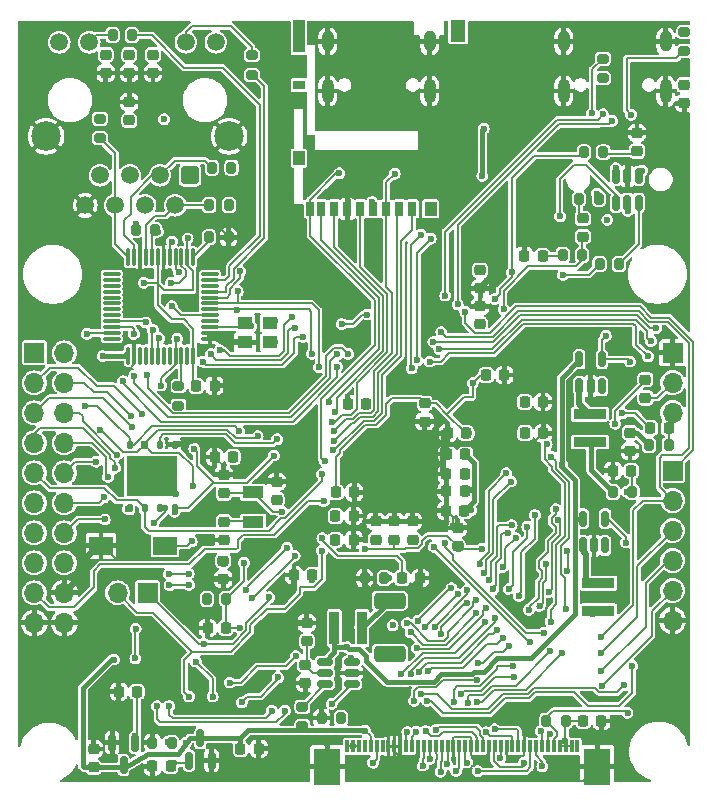
<source format=gbr>
%TF.GenerationSoftware,KiCad,Pcbnew,8.0.4-8.0.4-0~ubuntu24.04.1*%
%TF.CreationDate,2024-08-22T12:53:11+03:00*%
%TF.ProjectId,displinux,64697370-6c69-46e7-9578-2e6b69636164,rev?*%
%TF.SameCoordinates,Original*%
%TF.FileFunction,Copper,L2,Bot*%
%TF.FilePolarity,Positive*%
%FSLAX46Y46*%
G04 Gerber Fmt 4.6, Leading zero omitted, Abs format (unit mm)*
G04 Created by KiCad (PCBNEW 8.0.4-8.0.4-0~ubuntu24.04.1) date 2024-08-22 12:53:11*
%MOMM*%
%LPD*%
G01*
G04 APERTURE LIST*
G04 Aperture macros list*
%AMRoundRect*
0 Rectangle with rounded corners*
0 $1 Rounding radius*
0 $2 $3 $4 $5 $6 $7 $8 $9 X,Y pos of 4 corners*
0 Add a 4 corners polygon primitive as box body*
4,1,4,$2,$3,$4,$5,$6,$7,$8,$9,$2,$3,0*
0 Add four circle primitives for the rounded corners*
1,1,$1+$1,$2,$3*
1,1,$1+$1,$4,$5*
1,1,$1+$1,$6,$7*
1,1,$1+$1,$8,$9*
0 Add four rect primitives between the rounded corners*
20,1,$1+$1,$2,$3,$4,$5,0*
20,1,$1+$1,$4,$5,$6,$7,0*
20,1,$1+$1,$6,$7,$8,$9,0*
20,1,$1+$1,$8,$9,$2,$3,0*%
G04 Aperture macros list end*
%TA.AperFunction,SMDPad,CuDef*%
%ADD10RoundRect,0.150000X-0.150000X0.512500X-0.150000X-0.512500X0.150000X-0.512500X0.150000X0.512500X0*%
%TD*%
%TA.AperFunction,SMDPad,CuDef*%
%ADD11RoundRect,0.200000X0.200000X0.275000X-0.200000X0.275000X-0.200000X-0.275000X0.200000X-0.275000X0*%
%TD*%
%TA.AperFunction,SMDPad,CuDef*%
%ADD12RoundRect,0.200000X-0.200000X-0.275000X0.200000X-0.275000X0.200000X0.275000X-0.200000X0.275000X0*%
%TD*%
%TA.AperFunction,SMDPad,CuDef*%
%ADD13RoundRect,0.225000X0.250000X-0.225000X0.250000X0.225000X-0.250000X0.225000X-0.250000X-0.225000X0*%
%TD*%
%TA.AperFunction,SMDPad,CuDef*%
%ADD14RoundRect,0.225000X-0.250000X0.225000X-0.250000X-0.225000X0.250000X-0.225000X0.250000X0.225000X0*%
%TD*%
%TA.AperFunction,SMDPad,CuDef*%
%ADD15RoundRect,0.225000X-0.225000X-0.250000X0.225000X-0.250000X0.225000X0.250000X-0.225000X0.250000X0*%
%TD*%
%TA.AperFunction,ComponentPad*%
%ADD16O,1.000000X2.100000*%
%TD*%
%TA.AperFunction,ComponentPad*%
%ADD17O,1.000000X1.800000*%
%TD*%
%TA.AperFunction,ComponentPad*%
%ADD18R,1.700000X1.700000*%
%TD*%
%TA.AperFunction,ComponentPad*%
%ADD19O,1.700000X1.700000*%
%TD*%
%TA.AperFunction,ComponentPad*%
%ADD20RoundRect,0.250500X0.499500X0.499500X-0.499500X0.499500X-0.499500X-0.499500X0.499500X-0.499500X0*%
%TD*%
%TA.AperFunction,ComponentPad*%
%ADD21C,1.500000*%
%TD*%
%TA.AperFunction,ComponentPad*%
%ADD22C,2.500000*%
%TD*%
%TA.AperFunction,SMDPad,CuDef*%
%ADD23RoundRect,0.125000X-0.125000X0.250000X-0.125000X-0.250000X0.125000X-0.250000X0.125000X0.250000X0*%
%TD*%
%TA.AperFunction,HeatsinkPad*%
%ADD24R,4.300000X3.400000*%
%TD*%
%TA.AperFunction,SMDPad,CuDef*%
%ADD25RoundRect,0.150000X-0.150000X0.587500X-0.150000X-0.587500X0.150000X-0.587500X0.150000X0.587500X0*%
%TD*%
%TA.AperFunction,SMDPad,CuDef*%
%ADD26RoundRect,0.225000X0.225000X0.250000X-0.225000X0.250000X-0.225000X-0.250000X0.225000X-0.250000X0*%
%TD*%
%TA.AperFunction,SMDPad,CuDef*%
%ADD27R,1.800000X1.000000*%
%TD*%
%TA.AperFunction,SMDPad,CuDef*%
%ADD28R,2.800000X0.850000*%
%TD*%
%TA.AperFunction,SMDPad,CuDef*%
%ADD29R,1.300000X1.100000*%
%TD*%
%TA.AperFunction,SMDPad,CuDef*%
%ADD30R,0.850000X2.800000*%
%TD*%
%TA.AperFunction,SMDPad,CuDef*%
%ADD31RoundRect,0.200000X-0.275000X0.200000X-0.275000X-0.200000X0.275000X-0.200000X0.275000X0.200000X0*%
%TD*%
%TA.AperFunction,SMDPad,CuDef*%
%ADD32R,0.700000X1.200000*%
%TD*%
%TA.AperFunction,SMDPad,CuDef*%
%ADD33R,1.000000X0.800000*%
%TD*%
%TA.AperFunction,SMDPad,CuDef*%
%ADD34R,1.000000X2.800000*%
%TD*%
%TA.AperFunction,SMDPad,CuDef*%
%ADD35R,1.000000X1.200000*%
%TD*%
%TA.AperFunction,SMDPad,CuDef*%
%ADD36R,1.300000X1.900000*%
%TD*%
%TA.AperFunction,SMDPad,CuDef*%
%ADD37RoundRect,0.075000X-0.662500X-0.075000X0.662500X-0.075000X0.662500X0.075000X-0.662500X0.075000X0*%
%TD*%
%TA.AperFunction,SMDPad,CuDef*%
%ADD38RoundRect,0.075000X-0.075000X-0.662500X0.075000X-0.662500X0.075000X0.662500X-0.075000X0.662500X0*%
%TD*%
%TA.AperFunction,SMDPad,CuDef*%
%ADD39RoundRect,0.250000X1.075000X-0.425000X1.075000X0.425000X-1.075000X0.425000X-1.075000X-0.425000X0*%
%TD*%
%TA.AperFunction,SMDPad,CuDef*%
%ADD40R,2.000000X1.600000*%
%TD*%
%TA.AperFunction,SMDPad,CuDef*%
%ADD41RoundRect,0.150000X0.150000X-0.512500X0.150000X0.512500X-0.150000X0.512500X-0.150000X-0.512500X0*%
%TD*%
%TA.AperFunction,SMDPad,CuDef*%
%ADD42R,0.300000X1.100000*%
%TD*%
%TA.AperFunction,SMDPad,CuDef*%
%ADD43R,2.300000X3.100000*%
%TD*%
%TA.AperFunction,SMDPad,CuDef*%
%ADD44RoundRect,0.150000X0.150000X-0.587500X0.150000X0.587500X-0.150000X0.587500X-0.150000X-0.587500X0*%
%TD*%
%TA.AperFunction,SMDPad,CuDef*%
%ADD45RoundRect,0.150000X0.512500X0.150000X-0.512500X0.150000X-0.512500X-0.150000X0.512500X-0.150000X0*%
%TD*%
%TA.AperFunction,SMDPad,CuDef*%
%ADD46RoundRect,0.200000X0.275000X-0.200000X0.275000X0.200000X-0.275000X0.200000X-0.275000X-0.200000X0*%
%TD*%
%TA.AperFunction,ViaPad*%
%ADD47C,0.600000*%
%TD*%
%TA.AperFunction,ViaPad*%
%ADD48C,1.000000*%
%TD*%
%TA.AperFunction,Conductor*%
%ADD49C,0.200000*%
%TD*%
%TA.AperFunction,Conductor*%
%ADD50C,0.190000*%
%TD*%
%TA.AperFunction,Conductor*%
%ADD51C,0.400000*%
%TD*%
%TA.AperFunction,Conductor*%
%ADD52C,0.500000*%
%TD*%
%TA.AperFunction,Conductor*%
%ADD53C,0.300000*%
%TD*%
G04 APERTURE END LIST*
D10*
%TO.P,U9,6,OUT+*%
%TO.N,Net-(U9-OUT+)*%
X264720000Y-66985000D03*
%TO.P,U9,5,VDD*%
%TO.N,+5V*%
X265670000Y-66985000D03*
%TO.P,U9,4,~{SD}*%
%TO.N,Net-(U9-~{SD})*%
X266620000Y-66985000D03*
%TO.P,U9,3,IN*%
%TO.N,Net-(U9-IN)*%
X266620000Y-64710000D03*
%TO.P,U9,2,GND*%
%TO.N,GND*%
X265670000Y-64710000D03*
%TO.P,U9,1,OUT-*%
%TO.N,Net-(U9-OUT-)*%
X264720000Y-64710000D03*
%TD*%
D11*
%TO.P,R50,1*%
%TO.N,Net-(J10-Pin_3)*%
X269165000Y-87510000D03*
%TO.P,R50,2*%
%TO.N,+3V3*%
X267515000Y-87510000D03*
%TD*%
D12*
%TO.P,R49,1*%
%TO.N,Net-(C66-Pad2)*%
X263310000Y-72160000D03*
%TO.P,R49,2*%
%TO.N,Net-(U9-~{SD})*%
X264960000Y-72160000D03*
%TD*%
%TO.P,R48,1*%
%TO.N,Net-(C65-Pad2)*%
X261595000Y-66630000D03*
%TO.P,R48,2*%
%TO.N,Net-(U9-IN)*%
X263245000Y-66630000D03*
%TD*%
D13*
%TO.P,C65,1*%
%TO.N,/HPOUTR*%
X261890000Y-69845000D03*
%TO.P,C65,2*%
%TO.N,Net-(C65-Pad2)*%
X261890000Y-68295000D03*
%TD*%
D14*
%TO.P,C6,1*%
%TO.N,/MIC3P*%
X267200000Y-81945000D03*
%TO.P,C6,2*%
%TO.N,Net-(J10-Pin_2)*%
X267200000Y-83495000D03*
%TD*%
D15*
%TO.P,C4,1*%
%TO.N,/MIC3N*%
X267605000Y-86050000D03*
%TO.P,C4,2*%
%TO.N,Net-(J10-Pin_3)*%
X269155000Y-86050000D03*
%TD*%
D16*
%TO.P,J1,S1,SHELL_GND*%
%TO.N,GND*%
X268920000Y-57520000D03*
D17*
X268920000Y-53320000D03*
D16*
X260280000Y-57520000D03*
D17*
X260280000Y-53320000D03*
%TD*%
D18*
%TO.P,J4,1,Pin_1*%
%TO.N,+5V*%
X215460000Y-79680000D03*
D19*
%TO.P,J4,2,Pin_2*%
%TO.N,+3V3*%
X218000000Y-79680000D03*
%TO.P,J4,3,Pin_3*%
%TO.N,/PG6*%
X215460000Y-82220000D03*
%TO.P,J4,4,Pin_4*%
%TO.N,/PG7*%
X218000000Y-82220000D03*
%TO.P,J4,5,Pin_5*%
%TO.N,/PG8*%
X215460000Y-84760000D03*
%TO.P,J4,6,Pin_6*%
%TO.N,/PG9*%
X218000000Y-84760000D03*
%TO.P,J4,7,Pin_7*%
%TO.N,/PG10*%
X215460000Y-87300000D03*
%TO.P,J4,8,Pin_8*%
%TO.N,/PG11*%
X218000000Y-87300000D03*
%TO.P,J4,9,Pin_9*%
%TO.N,/SPI0_HOLD*%
X215460000Y-89840000D03*
%TO.P,J4,10,Pin_10*%
%TO.N,/SPI0_WP*%
X218000000Y-89840000D03*
%TO.P,J4,11,Pin_11*%
%TO.N,/SPI0_MISO*%
X215460000Y-92380000D03*
%TO.P,J4,12,Pin_12*%
%TO.N,/SPI0_MOSI*%
X218000000Y-92380000D03*
%TO.P,J4,13,Pin_13*%
%TO.N,/SPI0_CS0*%
X215460000Y-94920000D03*
%TO.P,J4,14,Pin_14*%
%TO.N,/SPI0_CLK*%
X218000000Y-94920000D03*
%TO.P,J4,15,Pin_15*%
%TO.N,/TWI2-SDA*%
X215460000Y-97460000D03*
%TO.P,J4,16,Pin_16*%
%TO.N,/TWI2-SCK*%
X218000000Y-97460000D03*
%TO.P,J4,17,Pin_17*%
%TO.N,/CLKO*%
X215460000Y-100000000D03*
%TO.P,J4,18,Pin_18*%
%TO.N,GND*%
X218000000Y-100000000D03*
%TO.P,J4,19,Pin_19*%
X215460000Y-102540000D03*
%TO.P,J4,20,Pin_20*%
X218000000Y-102540000D03*
%TD*%
D20*
%TO.P,J5,1*%
%TO.N,Net-(U1-TD+)*%
X228640000Y-64650000D03*
D21*
%TO.P,J5,2*%
%TO.N,Net-(U1-TD-)*%
X227380000Y-67190000D03*
%TO.P,J5,3*%
%TO.N,Net-(U1-RD+)*%
X226100000Y-64650000D03*
%TO.P,J5,4*%
%TO.N,+3V3*%
X224840000Y-67190000D03*
%TO.P,J5,5*%
X223560000Y-64650000D03*
%TO.P,J5,6*%
%TO.N,Net-(U1-RD-)*%
X222300000Y-67190000D03*
%TO.P,J5,7*%
%TO.N,unconnected-(J5-Pad7)*%
X221020000Y-64650000D03*
%TO.P,J5,8*%
%TO.N,GND*%
X219760000Y-67190000D03*
%TO.P,J5,9*%
%TO.N,+3V3*%
X230825000Y-53390000D03*
%TO.P,J5,10*%
%TO.N,Net-(J5-Pad10)*%
X228285000Y-53390000D03*
%TO.P,J5,11*%
%TO.N,Net-(J5-Pad11)*%
X220115000Y-53390000D03*
%TO.P,J5,12*%
%TO.N,+3V3*%
X217575000Y-53390000D03*
D22*
%TO.P,J5,SH*%
%TO.N,GND*%
X231945000Y-61340000D03*
X216455000Y-61340000D03*
%TD*%
D18*
%TO.P,J10,1,Pin_1*%
%TO.N,GND*%
X269500000Y-79670000D03*
D19*
%TO.P,J10,2,Pin_2*%
%TO.N,Net-(J10-Pin_2)*%
X269500000Y-82210000D03*
%TO.P,J10,3,Pin_3*%
%TO.N,Net-(J10-Pin_3)*%
X269500000Y-84750000D03*
%TD*%
D16*
%TO.P,J2,S1,SHELL_GND*%
%TO.N,GND*%
X248930000Y-57520000D03*
D17*
X248930000Y-53320000D03*
D16*
X240290000Y-57520000D03*
D17*
X240290000Y-53320000D03*
%TD*%
D18*
%TO.P,J7,1,Pin_1*%
%TO.N,/GPADC0*%
X269500000Y-89650000D03*
D19*
%TO.P,J7,2,Pin_2*%
%TO.N,/TP_X1*%
X269500000Y-92190000D03*
%TO.P,J7,3,Pin_3*%
%TO.N,/TP_Y1*%
X269500000Y-94730000D03*
%TO.P,J7,4,Pin_4*%
%TO.N,/TP_X2*%
X269500000Y-97270000D03*
%TO.P,J7,5,Pin_5*%
%TO.N,/TP_Y2*%
X269500000Y-99810000D03*
%TO.P,J7,6,Pin_6*%
%TO.N,GND*%
X269500000Y-102350000D03*
%TD*%
D18*
%TO.P,J9,1,Pin_1*%
%TO.N,/NCSI0-PCLK*%
X225040000Y-100000000D03*
D19*
%TO.P,J9,2,Pin_2*%
%TO.N,/NCSI0-MCLK*%
X222500000Y-100000000D03*
%TD*%
D13*
%TO.P,C10,1*%
%TO.N,+3V3*%
X223500000Y-60000000D03*
%TO.P,C10,2*%
%TO.N,GND*%
X223500000Y-58450000D03*
%TD*%
D15*
%TO.P,C3,1*%
%TO.N,GND*%
X256935000Y-71470000D03*
%TO.P,C3,2*%
%TO.N,Net-(C3-Pad2)*%
X258485000Y-71470000D03*
%TD*%
D23*
%TO.P,U8,1,~{CS}*%
%TO.N,/SPI0_CS0*%
X223520000Y-87450000D03*
%TO.P,U8,2,DO(IO1)*%
%TO.N,/SPI0_MISO*%
X224790000Y-87450000D03*
%TO.P,U8,3,IO2*%
%TO.N,/SPI0_WP*%
X226060000Y-87450000D03*
%TO.P,U8,4,GND*%
%TO.N,GND*%
X227330000Y-87450000D03*
%TO.P,U8,5,DI(IO0)*%
%TO.N,/SPI0_MOSI*%
X227330000Y-92850000D03*
%TO.P,U8,6,CLK*%
%TO.N,/SPI0_CLK*%
X226060000Y-92850000D03*
%TO.P,U8,7,IO3*%
%TO.N,/SPI0_HOLD*%
X224790000Y-92850000D03*
%TO.P,U8,8,VCC*%
%TO.N,+3V3*%
X223520000Y-92850000D03*
D24*
%TO.P,U8,9*%
%TO.N,N/C*%
X225425000Y-90150000D03*
%TD*%
D25*
%TO.P,U5,1,GND*%
%TO.N,GND*%
X222060000Y-112700000D03*
%TO.P,U5,2,VO*%
%TO.N,/CSI-DVDD-2_8V*%
X223960000Y-112700000D03*
%TO.P,U5,3,VI*%
%TO.N,+3V3*%
X223010000Y-114575000D03*
%TD*%
D15*
%TO.P,C58,1*%
%TO.N,+1V8*%
X253712500Y-81562500D03*
%TO.P,C58,2*%
%TO.N,GND*%
X255262500Y-81562500D03*
%TD*%
D11*
%TO.P,R41,1*%
%TO.N,Net-(U3-DZQ)*%
X245080000Y-98760000D03*
%TO.P,R41,2*%
%TO.N,GND*%
X243430000Y-98760000D03*
%TD*%
D13*
%TO.P,C46,1*%
%TO.N,/VDD-CORE*%
X247500000Y-95500000D03*
%TO.P,C46,2*%
%TO.N,GND*%
X247500000Y-93950000D03*
%TD*%
D26*
%TO.P,C19,1*%
%TO.N,GND*%
X258535000Y-83840000D03*
%TO.P,C19,2*%
%TO.N,Net-(U3-VRA1)*%
X256985000Y-83840000D03*
%TD*%
D27*
%TO.P,Y2,1,1*%
%TO.N,Net-(U3-X32KOUT)*%
X234000000Y-91500000D03*
%TO.P,Y2,2,2*%
%TO.N,Net-(U3-XX32KIN)*%
X234000000Y-94000000D03*
%TD*%
D28*
%TO.P,L2,1,1*%
%TO.N,/VDD-CORE*%
X263220000Y-101530000D03*
%TO.P,L2,2,2*%
%TO.N,Net-(U4-LX)*%
X263220000Y-99180000D03*
%TD*%
D13*
%TO.P,C49,1*%
%TO.N,/VDD-CORE*%
X244350000Y-95500000D03*
%TO.P,C49,2*%
%TO.N,GND*%
X244350000Y-93950000D03*
%TD*%
D12*
%TO.P,R21,1*%
%TO.N,Net-(J5-Pad11)*%
X222080000Y-52780000D03*
%TO.P,R21,2*%
%TO.N,Net-(U1-AN_EN{slash}LED_ACT{slash}COL)*%
X223730000Y-52780000D03*
%TD*%
D13*
%TO.P,C5,1*%
%TO.N,/HPOUTFB*%
X253200000Y-77280000D03*
%TO.P,C5,2*%
%TO.N,GND*%
X253200000Y-75730000D03*
%TD*%
D29*
%TO.P,X1,1,EN*%
%TO.N,Net-(X1-EN)*%
X235400000Y-78800000D03*
%TO.P,X1,2,GND*%
%TO.N,GND*%
X233300000Y-78800000D03*
%TO.P,X1,3,OUT*%
%TO.N,/PG3*%
X233300000Y-77150000D03*
%TO.P,X1,4,Vdd*%
%TO.N,+3V3*%
X235400000Y-77150000D03*
%TD*%
D15*
%TO.P,C13,1*%
%TO.N,/LDOB-OUT*%
X246595000Y-98740000D03*
%TO.P,C13,2*%
%TO.N,GND*%
X248145000Y-98740000D03*
%TD*%
D30*
%TO.P,L3,1,1*%
%TO.N,+5V*%
X240855000Y-102990000D03*
%TO.P,L3,2,2*%
%TO.N,Net-(D5-A)*%
X243205000Y-102990000D03*
%TD*%
D31*
%TO.P,R33,1*%
%TO.N,Net-(U7-EN{slash}PWM)*%
X238160000Y-109635000D03*
%TO.P,R33,2*%
%TO.N,+3V3*%
X238160000Y-111285000D03*
%TD*%
D14*
%TO.P,C17,1*%
%TO.N,+3V3*%
X265900000Y-86450000D03*
%TO.P,C17,2*%
%TO.N,GND*%
X265900000Y-88000000D03*
%TD*%
D13*
%TO.P,C54,1*%
%TO.N,/LCD_A*%
X238530000Y-104095000D03*
%TO.P,C54,2*%
%TO.N,GND*%
X238530000Y-102545000D03*
%TD*%
D26*
%TO.P,C43,1*%
%TO.N,/CSI-DVDD-1_2V*%
X227010000Y-114700000D03*
%TO.P,C43,2*%
%TO.N,GND*%
X225460000Y-114700000D03*
%TD*%
D15*
%TO.P,C40,1*%
%TO.N,+1V8*%
X240950000Y-95500000D03*
%TO.P,C40,2*%
%TO.N,GND*%
X242500000Y-95500000D03*
%TD*%
D31*
%TO.P,R2,1*%
%TO.N,+5V*%
X270500000Y-52500000D03*
%TO.P,R2,2*%
%TO.N,Net-(J1-CC1)*%
X270500000Y-54150000D03*
%TD*%
D15*
%TO.P,C20,1*%
%TO.N,Net-(U1-PFBIN1)*%
X229165000Y-82470000D03*
%TO.P,C20,2*%
%TO.N,GND*%
X230715000Y-82470000D03*
%TD*%
D14*
%TO.P,C9,1*%
%TO.N,+3V3*%
X221500000Y-54450000D03*
%TO.P,C9,2*%
%TO.N,GND*%
X221500000Y-56000000D03*
%TD*%
%TO.P,C53,1*%
%TO.N,/LCD_A*%
X238390000Y-106095000D03*
%TO.P,C53,2*%
%TO.N,GND*%
X238390000Y-107645000D03*
%TD*%
D15*
%TO.P,C14,1*%
%TO.N,+3V3*%
X261925000Y-110860000D03*
%TO.P,C14,2*%
%TO.N,GND*%
X263475000Y-110860000D03*
%TD*%
D26*
%TO.P,C50,1*%
%TO.N,+3V3*%
X251950000Y-88250000D03*
%TO.P,C50,2*%
%TO.N,GND*%
X250400000Y-88250000D03*
%TD*%
D32*
%TO.P,XS1,1,DAT2*%
%TO.N,/SDC0-D2*%
X247450000Y-67500000D03*
%TO.P,XS1,2,CS/DAT3*%
%TO.N,/SDC0-D3*%
X246350000Y-67500000D03*
%TO.P,XS1,3,DI/CMD*%
%TO.N,/SDC0-CMD*%
X245250000Y-67500000D03*
%TO.P,XS1,4,Vdd*%
%TO.N,+3V3*%
X244150000Y-67500000D03*
%TO.P,XS1,5,CLK*%
%TO.N,/SDC0-CLK*%
X243050000Y-67500000D03*
%TO.P,XS1,6,GND*%
%TO.N,GND*%
X241950000Y-67500000D03*
%TO.P,XS1,7,DO/DAT0*%
%TO.N,/SDC0-D0*%
X240850000Y-67500000D03*
%TO.P,XS1,8,DAT1*%
%TO.N,/SDC0-D1*%
X239750000Y-67500000D03*
%TO.P,XS1,9,CD*%
%TO.N,/SDC0-CD*%
X238800000Y-67500000D03*
D33*
%TO.P,XS1,10*%
%TO.N,N/C*%
X237850000Y-57000000D03*
D34*
%TO.P,XS1,11*%
X237850000Y-52850000D03*
D35*
X237850000Y-63200000D03*
X249000000Y-67500000D03*
D36*
X251350000Y-52400000D03*
%TD*%
D26*
%TO.P,C47,1*%
%TO.N,/VDD-CORE*%
X243550000Y-84030000D03*
%TO.P,C47,2*%
%TO.N,GND*%
X242000000Y-84030000D03*
%TD*%
%TO.P,C42,1*%
%TO.N,GND*%
X234460000Y-113200000D03*
%TO.P,C42,2*%
%TO.N,+3V3*%
X232910000Y-113200000D03*
%TD*%
%TO.P,C48,1*%
%TO.N,/VDD-CORE*%
X251900000Y-89950000D03*
%TO.P,C48,2*%
%TO.N,GND*%
X250350000Y-89950000D03*
%TD*%
D37*
%TO.P,U1,1,TX_CLK*%
%TO.N,unconnected-(U1-TX_CLK-Pad1)*%
X222000000Y-78500000D03*
%TO.P,U1,2,TX_EN*%
%TO.N,/PG12*%
X222000000Y-78000000D03*
%TO.P,U1,3,TXD_0*%
%TO.N,/PG4*%
X222000000Y-77500000D03*
%TO.P,U1,4,TXD_1*%
%TO.N,/PG5*%
X222000000Y-77000000D03*
%TO.P,U1,5,TXD_2*%
%TO.N,unconnected-(U1-TXD_2-Pad5)*%
X222000000Y-76500000D03*
%TO.P,U1,6,TXD_3/SNI_MODE*%
%TO.N,unconnected-(U1-TXD_3{slash}SNI_MODE-Pad6)*%
X222000000Y-76000000D03*
%TO.P,U1,7,PWR_DOWN/INT*%
%TO.N,unconnected-(U1-PWR_DOWN{slash}INT-Pad7)*%
X222000000Y-75500000D03*
%TO.P,U1,8*%
%TO.N,N/C*%
X222000000Y-75000000D03*
%TO.P,U1,9*%
X222000000Y-74500000D03*
%TO.P,U1,10*%
X222000000Y-74000000D03*
%TO.P,U1,11*%
X222000000Y-73500000D03*
%TO.P,U1,12*%
X222000000Y-73000000D03*
D38*
%TO.P,U1,13,RD-*%
%TO.N,Net-(U1-RD-)*%
X223412500Y-71587500D03*
%TO.P,U1,14,RD+*%
%TO.N,Net-(U1-RD+)*%
X223912500Y-71587500D03*
%TO.P,U1,15,AGND*%
%TO.N,GND*%
X224412500Y-71587500D03*
%TO.P,U1,16,TD-*%
%TO.N,Net-(U1-TD-)*%
X224912500Y-71587500D03*
%TO.P,U1,17,TD+*%
%TO.N,Net-(U1-TD+)*%
X225412500Y-71587500D03*
%TO.P,U1,18,PFBIN1*%
%TO.N,Net-(U1-PFBIN1)*%
X225912500Y-71587500D03*
%TO.P,U1,19,AGND*%
%TO.N,GND*%
X226412500Y-71587500D03*
%TO.P,U1,20,RESERVED*%
%TO.N,Net-(R26-Pad2)*%
X226912500Y-71587500D03*
%TO.P,U1,21,RESERVED*%
%TO.N,Net-(R28-Pad2)*%
X227412500Y-71587500D03*
%TO.P,U1,22,AVDD33*%
%TO.N,+3V3*%
X227912500Y-71587500D03*
%TO.P,U1,23,PFBOUT*%
%TO.N,Net-(U1-PFBIN1)*%
X228412500Y-71587500D03*
%TO.P,U1,24,RBIAS*%
%TO.N,Net-(U1-RBIAS)*%
X228912500Y-71587500D03*
D37*
%TO.P,U1,25,25M_OUT*%
%TO.N,unconnected-(U1-25M_OUT-Pad25)*%
X230325000Y-73000000D03*
%TO.P,U1,26,AN_EN/LED_ACT/COL*%
%TO.N,Net-(U1-AN_EN{slash}LED_ACT{slash}COL)*%
X230325000Y-73500000D03*
%TO.P,U1,27,AN1/LED_SPEED*%
%TO.N,unconnected-(U1-AN1{slash}LED_SPEED-Pad27)*%
X230325000Y-74000000D03*
%TO.P,U1,28,AN0/LED_LINK*%
%TO.N,Net-(U1-AN0{slash}LED_LINK)*%
X230325000Y-74500000D03*
%TO.P,U1,29,~{RESET}*%
%TO.N,Net-(U1-~{RESET})*%
X230325000Y-75000000D03*
%TO.P,U1,30,MDIO*%
%TO.N,/PG15*%
X230325000Y-75500000D03*
%TO.P,U1,31,MDC*%
%TO.N,/PG14*%
X230325000Y-76000000D03*
%TO.P,U1,32,IOVDD33*%
%TO.N,+3V3*%
X230325000Y-76500000D03*
%TO.P,U1,33,X2*%
%TO.N,unconnected-(U1-X2-Pad33)*%
X230325000Y-77000000D03*
%TO.P,U1,34,X1*%
%TO.N,/PG3*%
X230325000Y-77500000D03*
%TO.P,U1,35,IOGND*%
%TO.N,GND*%
X230325000Y-78000000D03*
%TO.P,U1,36,DGND*%
X230325000Y-78500000D03*
D38*
%TO.P,U1,37,PFBIN2*%
%TO.N,Net-(U1-PFBIN1)*%
X228912500Y-79912500D03*
%TO.P,U1,38,RX_CLK*%
%TO.N,unconnected-(U1-RX_CLK-Pad38)*%
X228412500Y-79912500D03*
%TO.P,U1,39,RX_DV/MII_MODE*%
%TO.N,Net-(U1-RX_DV{slash}MII_MODE)*%
X227912500Y-79912500D03*
%TO.P,U1,40,CRS/CRS_DV/LED_CFG*%
%TO.N,/PG0*%
X227412500Y-79912500D03*
%TO.P,U1,41,RX_ER/MDIX_EN*%
%TO.N,unconnected-(U1-RX_ER{slash}MDIX_EN-Pad41)*%
X226912500Y-79912500D03*
%TO.P,U1,42,COL/PHY_AD0*%
%TO.N,unconnected-(U1-COL{slash}PHY_AD0-Pad42)*%
X226412500Y-79912500D03*
%TO.P,U1,43,RXD_0/PHY_AD1*%
%TO.N,/PG1*%
X225912500Y-79912500D03*
%TO.P,U1,44,RXD_1/PHY_AD2*%
%TO.N,/PG2*%
X225412500Y-79912500D03*
%TO.P,U1,45,RXD_2/PHY_AD3*%
%TO.N,unconnected-(U1-RXD_2{slash}PHY_AD3-Pad45)*%
X224912500Y-79912500D03*
%TO.P,U1,46,RXD_3/PHY_AD4*%
%TO.N,unconnected-(U1-RXD_3{slash}PHY_AD4-Pad46)*%
X224412500Y-79912500D03*
%TO.P,U1,47,IOGND*%
%TO.N,GND*%
X223912500Y-79912500D03*
%TO.P,U1,48,IOVDD33*%
%TO.N,+3V3*%
X223412500Y-79912500D03*
%TD*%
D26*
%TO.P,C29,1*%
%TO.N,Net-(U4-EN)*%
X265995000Y-89660000D03*
%TO.P,C29,2*%
%TO.N,GND*%
X264445000Y-89660000D03*
%TD*%
D14*
%TO.P,C7,1*%
%TO.N,GND*%
X266490000Y-61045000D03*
%TO.P,C7,2*%
%TO.N,Net-(C7-Pad2)*%
X266490000Y-62595000D03*
%TD*%
D28*
%TO.P,L1,1,1*%
%TO.N,+3V3*%
X262500000Y-87225000D03*
%TO.P,L1,2,2*%
%TO.N,Net-(U2-LX)*%
X262500000Y-84875000D03*
%TD*%
D15*
%TO.P,C60,1*%
%TO.N,+1V8*%
X240950000Y-93500000D03*
%TO.P,C60,2*%
%TO.N,GND*%
X242500000Y-93500000D03*
%TD*%
D11*
%TO.P,R12,1*%
%TO.N,Net-(C7-Pad2)*%
X263635000Y-62710000D03*
%TO.P,R12,2*%
%TO.N,/HPOUTL*%
X261985000Y-62710000D03*
%TD*%
D14*
%TO.P,C30,1*%
%TO.N,GND*%
X235970000Y-90590000D03*
%TO.P,C30,2*%
%TO.N,/DXIN*%
X235970000Y-92140000D03*
%TD*%
D12*
%TO.P,R9,1*%
%TO.N,Net-(C3-Pad2)*%
X260185000Y-71410000D03*
%TO.P,R9,2*%
%TO.N,/HPOUTR*%
X261835000Y-71410000D03*
%TD*%
D15*
%TO.P,C36,1*%
%TO.N,GND*%
X250325000Y-93050000D03*
%TO.P,C36,2*%
%TO.N,+3V3*%
X251875000Y-93050000D03*
%TD*%
D31*
%TO.P,R16,1*%
%TO.N,+3V3*%
X221000000Y-59850000D03*
%TO.P,R16,2*%
%TO.N,Net-(U1-RD-)*%
X221000000Y-61500000D03*
%TD*%
D11*
%TO.P,R29,1*%
%TO.N,GND*%
X231900000Y-69910000D03*
%TO.P,R29,2*%
%TO.N,Net-(U1-RBIAS)*%
X230250000Y-69910000D03*
%TD*%
D26*
%TO.P,C52,1*%
%TO.N,+3V3*%
X239000000Y-98500000D03*
%TO.P,C52,2*%
%TO.N,GND*%
X237450000Y-98500000D03*
%TD*%
D14*
%TO.P,C37,1*%
%TO.N,+3V3*%
X231460000Y-97280000D03*
%TO.P,C37,2*%
%TO.N,GND*%
X231460000Y-98830000D03*
%TD*%
D39*
%TO.P,D5,1,K*%
%TO.N,/LCD_A*%
X245540000Y-105170000D03*
%TO.P,D5,2,A*%
%TO.N,Net-(D5-A)*%
X245540000Y-100670000D03*
%TD*%
D26*
%TO.P,C28,1*%
%TO.N,/DXOUT*%
X232275000Y-88500000D03*
%TO.P,C28,2*%
%TO.N,GND*%
X230725000Y-88500000D03*
%TD*%
D40*
%TO.P,FEL1,1,A*%
%TO.N,GND*%
X221100000Y-96000000D03*
%TO.P,FEL1,2,B*%
%TO.N,/SPI0_MISO*%
X226500000Y-96000000D03*
%TD*%
D31*
%TO.P,R20,1*%
%TO.N,Net-(U1-RX_DV{slash}MII_MODE)*%
X227662500Y-82500000D03*
%TO.P,R20,2*%
%TO.N,+3V3*%
X227662500Y-84150000D03*
%TD*%
%TO.P,R19,1*%
%TO.N,Net-(J5-Pad10)*%
X233870000Y-54490000D03*
%TO.P,R19,2*%
%TO.N,Net-(U1-AN0{slash}LED_LINK)*%
X233870000Y-56140000D03*
%TD*%
D11*
%TO.P,R15,1*%
%TO.N,+3V3*%
X232150000Y-64000000D03*
%TO.P,R15,2*%
%TO.N,Net-(U1-RD+)*%
X230500000Y-64000000D03*
%TD*%
D13*
%TO.P,C61,1*%
%TO.N,+1V8*%
X245950000Y-95500000D03*
%TO.P,C61,2*%
%TO.N,GND*%
X245950000Y-93950000D03*
%TD*%
%TO.P,C31,1*%
%TO.N,Net-(U3-X32KOUT)*%
X231500000Y-91550000D03*
%TO.P,C31,2*%
%TO.N,GND*%
X231500000Y-90000000D03*
%TD*%
D11*
%TO.P,R37,1*%
%TO.N,+3V3*%
X260465000Y-110820000D03*
%TO.P,R37,2*%
%TO.N,Net-(J11-Pin_5)*%
X258815000Y-110820000D03*
%TD*%
D41*
%TO.P,U4,1,EN*%
%TO.N,Net-(U4-EN)*%
X263790000Y-95990000D03*
%TO.P,U4,2,GND*%
%TO.N,GND*%
X262840000Y-95990000D03*
%TO.P,U4,3,LX*%
%TO.N,Net-(U4-LX)*%
X261890000Y-95990000D03*
%TO.P,U4,4,IN*%
%TO.N,+5V*%
X261890000Y-93715000D03*
%TO.P,U4,5,FB*%
%TO.N,Net-(U4-FB)*%
X263790000Y-93715000D03*
%TD*%
D26*
%TO.P,C39,1*%
%TO.N,/CSI-DVDD-2_8V*%
X224150000Y-108370000D03*
%TO.P,C39,2*%
%TO.N,GND*%
X222600000Y-108370000D03*
%TD*%
D42*
%TO.P,J11,1,Pin_1*%
%TO.N,unconnected-(J11-Pin_1-Pad1)*%
X261440000Y-113010000D03*
%TO.P,J11,2,Pin_2*%
%TO.N,+3V3*%
X260940000Y-113010000D03*
%TO.P,J11,3,Pin_3*%
X260440000Y-113010000D03*
%TO.P,J11,4,Pin_4*%
X259940000Y-113010000D03*
%TO.P,J11,5,Pin_5*%
%TO.N,Net-(J11-Pin_5)*%
X259440000Y-113010000D03*
%TO.P,J11,6,Pin_6*%
%TO.N,/LCD0-HSYNC*%
X258940000Y-113010000D03*
%TO.P,J11,7,Pin_7*%
%TO.N,/LCD0-VSYNC*%
X258440000Y-113010000D03*
%TO.P,J11,8,Pin_8*%
%TO.N,/LCD0-D3*%
X257940000Y-113010000D03*
%TO.P,J11,9,Pin_9*%
%TO.N,/LCD0-D2*%
X257440000Y-113010000D03*
%TO.P,J11,10,Pin_10*%
%TO.N,GND*%
X256940000Y-113010000D03*
%TO.P,J11,11,Pin_11*%
%TO.N,/LCD0-D5*%
X256440000Y-113010000D03*
%TO.P,J11,12,Pin_12*%
%TO.N,/LCD0-D4*%
X255940000Y-113010000D03*
%TO.P,J11,13,Pin_13*%
%TO.N,GND*%
X255440000Y-113010000D03*
%TO.P,J11,14,Pin_14*%
%TO.N,/LCD0-D7*%
X254940000Y-113010000D03*
%TO.P,J11,15,Pin_15*%
%TO.N,/LCD0-D6*%
X254440000Y-113010000D03*
%TO.P,J11,16,Pin_16*%
%TO.N,GND*%
X253940000Y-113010000D03*
%TO.P,J11,17,Pin_17*%
%TO.N,/LCD0-D11*%
X253440000Y-113010000D03*
%TO.P,J11,18,Pin_18*%
%TO.N,/LCD0-D10*%
X252940000Y-113010000D03*
%TO.P,J11,19,Pin_19*%
%TO.N,GND*%
X252440000Y-113010000D03*
%TO.P,J11,20,Pin_20*%
%TO.N,/LCD0-D15*%
X251940000Y-113010000D03*
%TO.P,J11,21,Pin_21*%
%TO.N,/LCD0-D14*%
X251440000Y-113010000D03*
%TO.P,J11,22,Pin_22*%
%TO.N,GND*%
X250940000Y-113010000D03*
%TO.P,J11,23,Pin_23*%
%TO.N,/LCD0-D19*%
X250440000Y-113010000D03*
%TO.P,J11,24,Pin_24*%
%TO.N,/LCD0-D18*%
X249940000Y-113010000D03*
%TO.P,J11,25,Pin_25*%
%TO.N,GND*%
X249440000Y-113010000D03*
%TO.P,J11,26,Pin_26*%
%TO.N,/LCD0-D21*%
X248940000Y-113010000D03*
%TO.P,J11,27,Pin_27*%
%TO.N,/LCD0-D20*%
X248440000Y-113010000D03*
%TO.P,J11,28,Pin_28*%
%TO.N,GND*%
X247940000Y-113010000D03*
%TO.P,J11,29,Pin_29*%
%TO.N,/LCD0-D23*%
X247440000Y-113010000D03*
%TO.P,J11,30,Pin_30*%
%TO.N,/LCD0-D22*%
X246940000Y-113010000D03*
%TO.P,J11,31,Pin_31*%
%TO.N,GND*%
X246440000Y-113010000D03*
%TO.P,J11,32,Pin_32*%
X245940000Y-113010000D03*
%TO.P,J11,33,Pin_33*%
X245440000Y-113010000D03*
%TO.P,J11,34,Pin_34*%
%TO.N,unconnected-(J11-Pin_34-Pad34)*%
X244940000Y-113010000D03*
%TO.P,J11,35,Pin_35*%
%TO.N,/PWM_LCD*%
X244440000Y-113010000D03*
%TO.P,J11,36,Pin_36*%
%TO.N,+3V3*%
X243940000Y-113010000D03*
%TO.P,J11,37,Pin_37*%
%TO.N,unconnected-(J11-Pin_37-Pad37)*%
X243440000Y-113010000D03*
%TO.P,J11,38,Pin_38*%
%TO.N,/LCD_A*%
X242940000Y-113010000D03*
%TO.P,J11,39,Pin_39*%
X242440000Y-113010000D03*
%TO.P,J11,40,Pin_40*%
X241940000Y-113010000D03*
D43*
%TO.P,J11,MP,MountPin*%
%TO.N,GND*%
X263110000Y-114710000D03*
X240270000Y-114710000D03*
%TD*%
D15*
%TO.P,C59,1*%
%TO.N,+1V8*%
X241000000Y-91500000D03*
%TO.P,C59,2*%
%TO.N,GND*%
X242550000Y-91500000D03*
%TD*%
D11*
%TO.P,R46,1*%
%TO.N,/LCD_K*%
X241425000Y-110610000D03*
%TO.P,R46,2*%
%TO.N,GND*%
X239775000Y-110610000D03*
%TD*%
D12*
%TO.P,R45,1*%
%TO.N,+3V3*%
X230060000Y-100500000D03*
%TO.P,R45,2*%
%TO.N,/RST*%
X231710000Y-100500000D03*
%TD*%
D14*
%TO.P,C33,1*%
%TO.N,Net-(U3-XX32KIN)*%
X231510000Y-93970000D03*
%TO.P,C33,2*%
%TO.N,GND*%
X231510000Y-95520000D03*
%TD*%
%TO.P,C57,1*%
%TO.N,+1V8*%
X248500000Y-83950000D03*
%TO.P,C57,2*%
%TO.N,GND*%
X248500000Y-85500000D03*
%TD*%
D44*
%TO.P,U6,1,GND*%
%TO.N,GND*%
X230460000Y-114200000D03*
%TO.P,U6,2,VO*%
%TO.N,/CSI-DVDD-1_2V*%
X228560000Y-114200000D03*
%TO.P,U6,3,VI*%
%TO.N,+3V3*%
X229510000Y-112325000D03*
%TD*%
D14*
%TO.P,C15,1*%
%TO.N,+3V3*%
X253210000Y-72685000D03*
%TO.P,C15,2*%
%TO.N,GND*%
X253210000Y-74235000D03*
%TD*%
D45*
%TO.P,U7,1,LX*%
%TO.N,Net-(D5-A)*%
X242337500Y-105840000D03*
%TO.P,U7,2,GND*%
%TO.N,GND*%
X242337500Y-106790000D03*
%TO.P,U7,3,FB*%
%TO.N,/LCD_K*%
X242337500Y-107740000D03*
%TO.P,U7,4,EN/PWM*%
%TO.N,Net-(U7-EN{slash}PWM)*%
X240062500Y-107740000D03*
%TO.P,U7,5,OVP*%
%TO.N,/LCD_A*%
X240062500Y-106790000D03*
%TO.P,U7,6,IN*%
%TO.N,+5V*%
X240062500Y-105840000D03*
%TD*%
D41*
%TO.P,U2,1,EN*%
%TO.N,Net-(U2-EN)*%
X263500000Y-82500000D03*
%TO.P,U2,2,GND*%
%TO.N,GND*%
X262550000Y-82500000D03*
%TO.P,U2,3,LX*%
%TO.N,Net-(U2-LX)*%
X261600000Y-82500000D03*
%TO.P,U2,4,IN*%
%TO.N,+5V*%
X261600000Y-80225000D03*
%TO.P,U2,5,FB*%
%TO.N,Net-(U2-FB)*%
X263500000Y-80225000D03*
%TD*%
D26*
%TO.P,C56,1*%
%TO.N,/RST*%
X231670000Y-102980000D03*
%TO.P,C56,2*%
%TO.N,GND*%
X230120000Y-102980000D03*
%TD*%
D12*
%TO.P,R13,1*%
%TO.N,+3V3*%
X224045000Y-69270000D03*
%TO.P,R13,2*%
%TO.N,Net-(U1-TD+)*%
X225695000Y-69270000D03*
%TD*%
D13*
%TO.P,C62,1*%
%TO.N,+1V8*%
X251290000Y-96070000D03*
%TO.P,C62,2*%
%TO.N,GND*%
X251290000Y-94520000D03*
%TD*%
D46*
%TO.P,R4,1*%
%TO.N,+5V*%
X263600000Y-56425000D03*
%TO.P,R4,2*%
%TO.N,Net-(J1-CC2)*%
X263600000Y-54775000D03*
%TD*%
D12*
%TO.P,R34,1*%
%TO.N,+3V3*%
X264445000Y-91460000D03*
%TO.P,R34,2*%
%TO.N,Net-(U4-EN)*%
X266095000Y-91460000D03*
%TD*%
D26*
%TO.P,C27,1*%
%TO.N,GND*%
X258555000Y-86490000D03*
%TO.P,C27,2*%
%TO.N,Net-(U3-VRA2)*%
X257005000Y-86490000D03*
%TD*%
D14*
%TO.P,C8,1*%
%TO.N,+3V3*%
X223500000Y-54450000D03*
%TO.P,C8,2*%
%TO.N,GND*%
X223500000Y-56000000D03*
%TD*%
%TO.P,C38,1*%
%TO.N,GND*%
X220480000Y-113225000D03*
%TO.P,C38,2*%
%TO.N,+3V3*%
X220480000Y-114775000D03*
%TD*%
D11*
%TO.P,R14,1*%
%TO.N,+3V3*%
X231925000Y-67180000D03*
%TO.P,R14,2*%
%TO.N,Net-(U1-TD-)*%
X230275000Y-67180000D03*
%TD*%
D26*
%TO.P,C51,1*%
%TO.N,+3V3*%
X251885000Y-91420000D03*
%TO.P,C51,2*%
%TO.N,GND*%
X250335000Y-91420000D03*
%TD*%
D14*
%TO.P,C1,1*%
%TO.N,+5V*%
X270500000Y-57000000D03*
%TO.P,C1,2*%
%TO.N,GND*%
X270500000Y-58550000D03*
%TD*%
D26*
%TO.P,C63,1*%
%TO.N,+1V8*%
X252000000Y-86500000D03*
%TO.P,C63,2*%
%TO.N,GND*%
X250450000Y-86500000D03*
%TD*%
D11*
%TO.P,R38,1*%
%TO.N,/CSI-PWDN*%
X227110000Y-112700000D03*
%TO.P,R38,2*%
%TO.N,GND*%
X225460000Y-112700000D03*
%TD*%
D14*
%TO.P,C11,1*%
%TO.N,+3V3*%
X225500000Y-54450000D03*
%TO.P,C11,2*%
%TO.N,GND*%
X225500000Y-56000000D03*
%TD*%
D47*
%TO.N,/HPOUTL*%
X255910000Y-72850000D03*
D48*
%TO.N,GND*%
X246340000Y-90250000D03*
D47*
X267460000Y-68870000D03*
%TO.N,Net-(U9-OUT-)*%
X264680000Y-64050000D03*
%TO.N,GND*%
X265690000Y-64050000D03*
%TO.N,Net-(U9-IN)*%
X266910000Y-64250000D03*
X263100000Y-66200000D03*
%TO.N,Net-(U9-OUT+)*%
X259970000Y-68120000D03*
%TO.N,Net-(C66-Pad2)*%
X260230000Y-73080000D03*
%TO.N,+5V*%
X265700000Y-67670000D03*
D48*
%TO.N,GND*%
X247320000Y-89100000D03*
D47*
X263240000Y-91530000D03*
X245600000Y-91010000D03*
X236780000Y-70970000D03*
X265900000Y-88180000D03*
X250350000Y-89910000D03*
X234760000Y-113180000D03*
X234730000Y-90370000D03*
X222080000Y-113130000D03*
X244480000Y-88270000D03*
X252610000Y-87380000D03*
X221730000Y-96480000D03*
X216450000Y-107440000D03*
X247680000Y-90540000D03*
X243930000Y-90710000D03*
X241990000Y-89420000D03*
X250900000Y-94320000D03*
X263500000Y-111200000D03*
X247010000Y-92110000D03*
X245960000Y-93870000D03*
X227110000Y-105210000D03*
X259230000Y-109380000D03*
X242337500Y-106840000D03*
X236440000Y-112810000D03*
X250120000Y-86430000D03*
X228690000Y-96540000D03*
X263810000Y-109030000D03*
X230170000Y-102970000D03*
X244160000Y-70200000D03*
X218110000Y-107400000D03*
X250090000Y-88120000D03*
X241980000Y-66840000D03*
X269030000Y-107910000D03*
X244390000Y-93870000D03*
X248610000Y-90690000D03*
X242540000Y-91520000D03*
X245010000Y-90580000D03*
X258500000Y-83750000D03*
X242820000Y-77910000D03*
X253190000Y-74180000D03*
X241960000Y-70130000D03*
X242500000Y-95420000D03*
X247970000Y-87990000D03*
X244260000Y-91470000D03*
X247010000Y-87580000D03*
X229210000Y-83900000D03*
X228880000Y-102580000D03*
X269190000Y-105940000D03*
X258230000Y-90900000D03*
X227420000Y-91660000D03*
X233780000Y-89310000D03*
X223480000Y-73630000D03*
X222300000Y-102960000D03*
X222500000Y-109290000D03*
X263590000Y-97630000D03*
X216460000Y-105400000D03*
X250320000Y-93010000D03*
X243900000Y-89870000D03*
X267470000Y-110230000D03*
X245960000Y-92380000D03*
X226150000Y-106640000D03*
X230670000Y-101730000D03*
X231790000Y-69920000D03*
X259990000Y-78260000D03*
X244020000Y-89050000D03*
X248500000Y-88760000D03*
X247330000Y-99755635D03*
X253230000Y-75750000D03*
X232310000Y-92690000D03*
X226540000Y-89770000D03*
X225450000Y-114750000D03*
X258520000Y-84980000D03*
X238390000Y-107645000D03*
X265560000Y-92730000D03*
X214730000Y-107390000D03*
X237440000Y-98400000D03*
X230770000Y-88720000D03*
X255022838Y-72293673D03*
X240240000Y-112730000D03*
X256010000Y-109460000D03*
X230440000Y-114140000D03*
X246120000Y-87470000D03*
X244990000Y-92090000D03*
X220770000Y-90370000D03*
X266490000Y-61045000D03*
X267430000Y-107960000D03*
X242030000Y-83990000D03*
X247110000Y-91060000D03*
X230260000Y-92820000D03*
X235560000Y-102060000D03*
X256920000Y-71550000D03*
X270570000Y-58520000D03*
X247990000Y-91680000D03*
X241000000Y-75000000D03*
X239770000Y-110820000D03*
X231530000Y-95500000D03*
X233610000Y-78810000D03*
X248650000Y-89660000D03*
X255480000Y-82820000D03*
X248490000Y-85410000D03*
X236480000Y-100760000D03*
X231930000Y-78780000D03*
X250310000Y-91510000D03*
X229960000Y-95480000D03*
X223720000Y-90620000D03*
X263220000Y-113600000D03*
X265210000Y-101150000D03*
X216450000Y-109680000D03*
X230750000Y-82480000D03*
X242470000Y-93450000D03*
X227670000Y-87420000D03*
X247520000Y-93860000D03*
X270480000Y-108050000D03*
X269020000Y-109760000D03*
X261820000Y-89170000D03*
X245220000Y-87710000D03*
X259200000Y-74250000D03*
X257390000Y-99120000D03*
X246350000Y-91230000D03*
X264170000Y-73840000D03*
D48*
X245390000Y-89170000D03*
D47*
X240260000Y-113730000D03*
X221070000Y-81510000D03*
X244520000Y-102810000D03*
%TO.N,+5V*%
X270480000Y-52550000D03*
X260150000Y-89150000D03*
X241970000Y-104600000D03*
X263750000Y-56500000D03*
X261600000Y-80300000D03*
X270450000Y-56960000D03*
%TO.N,/HPOUTR*%
X255210000Y-76010000D03*
%TO.N,Net-(U9-OUT-)*%
X263980000Y-68420000D03*
%TO.N,/HPOUTFB*%
X253210000Y-77310000D03*
%TO.N,/HPOUTL*%
X254450000Y-75120000D03*
%TO.N,+3V3*%
X238940000Y-98950000D03*
X227080000Y-75720000D03*
X231520000Y-97540000D03*
X220480000Y-114775000D03*
X224050000Y-68750000D03*
X225550000Y-54400000D03*
X228320000Y-112700000D03*
X243450000Y-111660000D03*
X253500000Y-60700000D03*
X235850000Y-77000000D03*
X265950000Y-86450000D03*
X230070000Y-100320000D03*
X223500000Y-59850000D03*
X231930000Y-67180000D03*
X221450000Y-54350000D03*
X222190000Y-105650000D03*
X227040000Y-73760000D03*
X244050000Y-66910000D03*
X223500000Y-54450000D03*
X223390000Y-92900000D03*
X262600000Y-87200000D03*
X226450000Y-59900000D03*
X252570000Y-91330000D03*
X260420000Y-112550000D03*
X227720000Y-84140000D03*
X253400000Y-64700000D03*
X220950000Y-59900000D03*
X251960000Y-88240000D03*
X252420000Y-93030000D03*
X253330000Y-72560000D03*
X221250000Y-79950000D03*
X232200000Y-64050000D03*
%TO.N,Net-(U3-VRA1)*%
X256950000Y-83780000D03*
%TO.N,Net-(U1-PFBIN1)*%
X228430000Y-70000000D03*
X224720000Y-73750000D03*
X229170000Y-82440000D03*
%TO.N,Net-(U3-VRA2)*%
X256900000Y-86450000D03*
%TO.N,/DXOUT*%
X232460000Y-88570000D03*
%TO.N,Net-(U4-EN)*%
X263790000Y-95990000D03*
X265640000Y-91440000D03*
%TO.N,/DXIN*%
X235980000Y-92310000D03*
%TO.N,Net-(U3-X32KOUT)*%
X236450000Y-93150000D03*
%TO.N,Net-(U3-XX32KIN)*%
X234070000Y-93790000D03*
%TO.N,/VDD-CORE*%
X243550000Y-84030000D03*
X247500000Y-95500000D03*
X251950000Y-89900000D03*
X244450000Y-95400000D03*
X263380000Y-101450000D03*
X262753899Y-101763051D03*
%TO.N,/CSI-DVDD-2_8V*%
X224010000Y-112160000D03*
%TO.N,+1V8*%
X252290000Y-86500000D03*
X240950000Y-93500000D03*
X243450000Y-96300000D03*
X240900000Y-95500000D03*
X245970000Y-95560000D03*
X241000000Y-91500000D03*
X251420000Y-96250000D03*
X248500000Y-83900000D03*
X252567499Y-82237500D03*
X253394238Y-96274999D03*
%TO.N,/LDOB-OUT*%
X246595000Y-98740000D03*
X239840000Y-95380000D03*
%TO.N,/CSI-DVDD-1_2V*%
X227270000Y-114440000D03*
%TO.N,/LCD_A*%
X240330000Y-106780000D03*
X242440000Y-113010000D03*
X245540000Y-105170000D03*
X245800000Y-102750000D03*
%TO.N,/RST*%
X232850000Y-102960000D03*
X233200000Y-97460000D03*
%TO.N,Net-(D5-A)*%
X243050000Y-102930000D03*
X242290000Y-105530000D03*
%TO.N,/SPI0_MISO*%
X228870000Y-90920000D03*
X228780000Y-95640000D03*
X224730000Y-87410000D03*
X221040000Y-86200000D03*
X234365000Y-86755000D03*
%TO.N,/TWI2-SDA*%
X233390000Y-99790000D03*
X226840000Y-98400000D03*
X228520000Y-98400000D03*
X236830000Y-96200000D03*
%TO.N,/PG7*%
X223630000Y-85040000D03*
%TO.N,/PG9*%
X222442648Y-88330467D03*
%TO.N,/CLKO*%
X239970000Y-92230000D03*
%TO.N,/SPI0_HOLD*%
X239810000Y-89960000D03*
%TO.N,/PG6*%
X224580000Y-84900000D03*
%TO.N,/SPI0_WP*%
X226060000Y-87450000D03*
X236010000Y-87010000D03*
X220680000Y-88900000D03*
%TO.N,/PG10*%
X222280000Y-89430000D03*
%TO.N,/SPI0_MOSI*%
X229000000Y-87820000D03*
X235750000Y-88380000D03*
X221380000Y-91910000D03*
X227330000Y-93130000D03*
%TO.N,/PG8*%
X223760000Y-85960000D03*
%TO.N,/MIC3N*%
X265230000Y-84790000D03*
%TO.N,/PG11*%
X221710000Y-90190000D03*
%TO.N,/MIC3P*%
X264650000Y-85690000D03*
%TO.N,/SPI0_CS0*%
X219780000Y-84180000D03*
X232815000Y-86325000D03*
%TO.N,/TWI2-SCK*%
X237490000Y-96870000D03*
X226900000Y-99350000D03*
X233880000Y-100460000D03*
X228540000Y-99330000D03*
%TO.N,/SPI0_CLK*%
X221420000Y-93790000D03*
X225550000Y-94130000D03*
X226480000Y-92810000D03*
%TO.N,Net-(U1-TD+)*%
X225920000Y-69430000D03*
%TO.N,/NCSI0-D0*%
X237580000Y-105380000D03*
X232020000Y-107600000D03*
%TO.N,/CSI-PWDN*%
X226760000Y-112620000D03*
%TO.N,/CSI-RST#*%
X224030000Y-103050000D03*
X224010000Y-105550000D03*
%TO.N,/NCSI0-VSYNC*%
X225860000Y-109590000D03*
X236670000Y-109980000D03*
%TO.N,/NCSI0-PCLK*%
X235340000Y-100380000D03*
X229130000Y-105820000D03*
X229790000Y-104320000D03*
X230550000Y-108780000D03*
%TO.N,/NCSI0-HSYNC*%
X226880000Y-109580000D03*
X235540000Y-109970000D03*
%TO.N,/NCSI0-D1*%
X233020000Y-109280000D03*
X236091091Y-107161091D03*
%TO.N,/NCSI0-MCLK*%
X228570000Y-108780000D03*
X239810000Y-96430000D03*
%TO.N,/TP_X2*%
X267660000Y-78680000D03*
X249750000Y-79380000D03*
X263450000Y-106630000D03*
%TO.N,/TP_Y1*%
X268090000Y-77600000D03*
X249250000Y-78760000D03*
X263460000Y-105080000D03*
%TO.N,/GPADC0*%
X251950000Y-76220000D03*
%TO.N,/TP_Y2*%
X263510000Y-107860000D03*
X267420000Y-79980000D03*
X248940000Y-80420000D03*
%TO.N,/TP_X1*%
X249920000Y-77920000D03*
X263440000Y-103740000D03*
%TO.N,/LCD0-D18*%
X249850000Y-115140000D03*
X253980000Y-98940000D03*
X255880000Y-94280000D03*
X253698909Y-101286727D03*
X247860000Y-104687817D03*
%TO.N,/LCD0-D16*%
X253171531Y-97574999D03*
X252860000Y-100570000D03*
X247020000Y-102580000D03*
X255420000Y-89890000D03*
%TO.N,/LCD0-D12*%
X252074201Y-99789761D03*
X249349803Y-102861472D03*
%TO.N,/LCD0-D19*%
X250400000Y-114530000D03*
X253641528Y-102458839D03*
X254330000Y-99700000D03*
X255587229Y-94970499D03*
X246530000Y-106900000D03*
%TO.N,/LCD0-D14*%
X250970000Y-109220000D03*
X251170000Y-115080000D03*
X258240000Y-101101091D03*
X258760000Y-97560000D03*
X256020000Y-106200000D03*
%TO.N,/LCD0-D13*%
X252085892Y-100903202D03*
X249899803Y-103500000D03*
%TO.N,/LCD0-D7*%
X254920000Y-114000000D03*
%TO.N,/LCD0-D23*%
X259590000Y-92920000D03*
X255660001Y-104477312D03*
X257330000Y-101440000D03*
X247610000Y-109140000D03*
X252970000Y-107370000D03*
X247800000Y-111750000D03*
X253000000Y-105950000D03*
%TO.N,/LCD0-D5*%
X254435552Y-111560669D03*
%TO.N,/LCD0-D20*%
X247331113Y-106876705D03*
X248350000Y-114650000D03*
X256221973Y-95370000D03*
X255120000Y-97810000D03*
X254420000Y-102140000D03*
%TO.N,/LCD_K*%
X240635000Y-109400000D03*
X241425000Y-110399998D03*
%TO.N,/LCD0-D6*%
X256880000Y-114410000D03*
%TO.N,/LCD0-D22*%
X247040000Y-111800000D03*
X257830000Y-93410000D03*
X256510000Y-100270000D03*
X255170000Y-103810000D03*
X248820000Y-106660000D03*
%TO.N,/LCD0-D21*%
X248960000Y-114050000D03*
X255610000Y-99680000D03*
X248060000Y-106700000D03*
X254590000Y-103140000D03*
X257200000Y-94390000D03*
%TO.N,/LCD0-D11*%
X251308074Y-100125383D03*
X248535310Y-102861168D03*
X249507432Y-111583095D03*
%TO.N,/LCD0-D4*%
X253729409Y-111813384D03*
%TO.N,/LCD0-D2*%
X253010000Y-115100000D03*
%TO.N,/LCD0-CLK*%
X260560000Y-98150000D03*
X260570000Y-96430000D03*
%TO.N,/LCD0-D15*%
X251620000Y-108530000D03*
X252090000Y-114370000D03*
X259060000Y-99920000D03*
X259800000Y-93860000D03*
X256090000Y-107170000D03*
%TO.N,/LCD0-D0*%
X258830000Y-87440000D03*
X252160000Y-109300000D03*
X259160000Y-102440000D03*
X259150000Y-104950000D03*
%TO.N,/LCD0-D10*%
X250777741Y-99595052D03*
X248610000Y-111700002D03*
X247960000Y-102380000D03*
%TO.N,/LCD0-VSYNC*%
X258610000Y-103390000D03*
X250224626Y-95775374D03*
X258357818Y-111699999D03*
%TO.N,/LCD0-D1*%
X260170000Y-105130000D03*
X252904583Y-109210000D03*
X260430000Y-101330000D03*
X259210000Y-88460000D03*
%TO.N,/LCD0-HSYNC*%
X257460000Y-104190000D03*
X249310000Y-96120000D03*
X259090202Y-111978731D03*
%TO.N,/LCD0-D8*%
X248186257Y-108541562D03*
X265420000Y-107800000D03*
%TO.N,/LCD0-D17*%
X247310000Y-103360000D03*
X255800000Y-90580000D03*
X252863710Y-101681020D03*
X253550000Y-98290000D03*
%TO.N,/LCD0-D3*%
X258470000Y-114690000D03*
%TO.N,/LCD0-D9*%
X266090000Y-106190000D03*
X248736256Y-109158769D03*
%TO.N,Net-(J1-CC1)*%
X265990000Y-59520000D03*
%TO.N,Net-(J1-CC2)*%
X262690000Y-59410000D03*
%TO.N,/PG14*%
X238980000Y-79760000D03*
X232600000Y-76050000D03*
%TO.N,/PG15*%
X239530000Y-80890000D03*
X232670000Y-74470000D03*
%TO.N,/PG0*%
X238200000Y-78340000D03*
X226210000Y-82450000D03*
X227570000Y-78490000D03*
X229730000Y-80430000D03*
%TO.N,Net-(U2-EN)*%
X263520000Y-82270000D03*
%TO.N,Net-(R26-Pad2)*%
X227130000Y-70260000D03*
%TO.N,Net-(U1-~{RESET})*%
X232880000Y-72780000D03*
%TO.N,Net-(R28-Pad2)*%
X227710000Y-72880000D03*
%TO.N,Net-(U2-FB)*%
X263830000Y-78250000D03*
X265880000Y-80420000D03*
%TO.N,Net-(X1-EN)*%
X235850000Y-78750000D03*
%TO.N,Net-(U4-FB)*%
X263790000Y-93715000D03*
X265570000Y-95745000D03*
%TO.N,Net-(U3-DZQ)*%
X245500000Y-98710000D03*
%TO.N,/SDC0-CMD*%
X245960000Y-64510000D03*
X240793258Y-86313258D03*
%TO.N,/SDC0-CD*%
X241290000Y-64480000D03*
X240030000Y-88860000D03*
%TO.N,/PG4*%
X241085000Y-79815000D03*
X223920000Y-81630000D03*
X223880000Y-78080000D03*
%TO.N,/PG2*%
X225520000Y-77750000D03*
X237250000Y-76620000D03*
X231139023Y-79473445D03*
%TO.N,/PG1*%
X230390000Y-79790000D03*
X226030000Y-78450000D03*
X243630000Y-76440000D03*
X237510000Y-77610000D03*
X241500000Y-77240000D03*
%TO.N,/PG3*%
X233810000Y-77440000D03*
%TO.N,/PG12*%
X241070000Y-80850000D03*
X222970000Y-82080000D03*
X219930000Y-78080000D03*
%TO.N,/PG5*%
X224880000Y-77110000D03*
X242020000Y-79770000D03*
X224970000Y-81520000D03*
%TO.N,/USB1_P*%
X248180000Y-69670000D03*
X247400000Y-80990000D03*
%TO.N,/SDC0-D0*%
X240890000Y-84730000D03*
%TO.N,/USB0_N*%
X264400000Y-60040000D03*
X251300000Y-75580000D03*
%TO.N,/SDC0-CLK*%
X240660000Y-85510000D03*
%TO.N,/SDC0-D1*%
X240430000Y-83880000D03*
%TO.N,/USB0_P*%
X263620000Y-59490000D03*
X250250000Y-74830000D03*
%TO.N,/USB1_N*%
X247890000Y-80320000D03*
X249010000Y-70010000D03*
%TO.N,/SDC0-D2*%
X240770374Y-87930374D03*
%TO.N,/SDC0-D3*%
X240810000Y-87120000D03*
%TO.N,/PWM_LCD*%
X244150000Y-114380000D03*
X244150000Y-114380000D03*
%TO.N,Net-(J11-Pin_5)*%
X265680000Y-110170000D03*
%TD*%
D49*
%TO.N,/HPOUTL*%
X255900000Y-72840000D02*
X255900000Y-64880000D01*
X255910000Y-72850000D02*
X255900000Y-72840000D01*
X255900000Y-72860000D02*
X255910000Y-72850000D01*
%TO.N,GND*%
X265690000Y-64050000D02*
X265690000Y-64030000D01*
X267730000Y-63340000D02*
X267730000Y-61570000D01*
X265690000Y-64030000D02*
X266200000Y-63520000D01*
X266200000Y-63520000D02*
X267550000Y-63520000D01*
X267550000Y-63520000D02*
X267730000Y-63340000D01*
X267730000Y-61570000D02*
X267205000Y-61045000D01*
X267205000Y-61045000D02*
X266490000Y-61045000D01*
%TO.N,Net-(C65-Pad2)*%
X261845000Y-68295000D02*
X261540000Y-67990000D01*
X261845000Y-68295000D02*
X261595000Y-68045000D01*
X261890000Y-68295000D02*
X261845000Y-68295000D01*
X261595000Y-68045000D02*
X261595000Y-66630000D01*
%TO.N,/HPOUTR*%
X261835000Y-71410000D02*
X261835000Y-69900000D01*
X261835000Y-69900000D02*
X261890000Y-69845000D01*
%TO.N,Net-(U9-OUT+)*%
X259940000Y-68150000D02*
X259940000Y-68170000D01*
X259970000Y-68120000D02*
X259940000Y-68150000D01*
X259940000Y-68090000D02*
X259970000Y-68120000D01*
X259940000Y-64970000D02*
X259940000Y-68090000D01*
X261150000Y-63760000D02*
X259940000Y-64970000D01*
X264720000Y-66280000D02*
X264480000Y-66040000D01*
X264720000Y-66985000D02*
X264720000Y-66280000D01*
X264480000Y-66040000D02*
X262200000Y-63760000D01*
X262200000Y-63760000D02*
X261150000Y-63760000D01*
%TO.N,Net-(U9-~{SD})*%
X266630000Y-70490000D02*
X266630000Y-70440000D01*
X264960000Y-72160000D02*
X266630000Y-70490000D01*
X266620000Y-70430000D02*
X266620000Y-66985000D01*
X266630000Y-70440000D02*
X266620000Y-70430000D01*
%TO.N,Net-(C66-Pad2)*%
X260230000Y-73080000D02*
X262390000Y-73080000D01*
X262390000Y-73080000D02*
X263310000Y-72160000D01*
%TO.N,/HPOUTR*%
X255210000Y-76010000D02*
X255210000Y-74410000D01*
X255210000Y-74410000D02*
X257280000Y-72340000D01*
X257280000Y-72340000D02*
X261310000Y-72340000D01*
X261310000Y-72340000D02*
X262150000Y-71500000D01*
%TO.N,/HPOUTL*%
X254450000Y-75120000D02*
X254860000Y-74710000D01*
X254860000Y-74710000D02*
X254860000Y-74265026D01*
X254860000Y-74265026D02*
X255900000Y-73225026D01*
X255900000Y-73225026D02*
X255900000Y-72860000D01*
X255900000Y-64880000D02*
X257780000Y-63000000D01*
X257780000Y-63000000D02*
X262000000Y-63000000D01*
%TO.N,Net-(C7-Pad2)*%
X263650000Y-63000000D02*
X263820000Y-62830000D01*
X263820000Y-62830000D02*
X266280000Y-62830000D01*
%TO.N,/USB0_N*%
X251300000Y-75580000D02*
X251300000Y-68854974D01*
X251300000Y-68854974D02*
X259844974Y-60310000D01*
X259844974Y-60310000D02*
X263294975Y-60310000D01*
X263294975Y-60310000D02*
X263314975Y-60290000D01*
X263314975Y-60290000D02*
X264150000Y-60290000D01*
X264150000Y-60290000D02*
X264400000Y-60040000D01*
%TO.N,/USB0_P*%
X263620000Y-59490000D02*
X263150000Y-59960000D01*
X263150000Y-59960000D02*
X259700000Y-59960000D01*
X259700000Y-59960000D02*
X250250000Y-69410000D01*
X250250000Y-69410000D02*
X250250000Y-74830000D01*
D50*
%TO.N,/SDC0-CD*%
X240030000Y-88860000D02*
X239730000Y-88560000D01*
X239730000Y-88560000D02*
X239730000Y-83597904D01*
X239730000Y-83597904D02*
X244270000Y-79057904D01*
X244270000Y-79057904D02*
X244270000Y-75230000D01*
X244270000Y-75230000D02*
X238800000Y-69760000D01*
X238800000Y-69760000D02*
X238800000Y-67500000D01*
D49*
%TO.N,Net-(J10-Pin_2)*%
X267200000Y-83495000D02*
X268215000Y-83495000D01*
X268215000Y-83495000D02*
X269500000Y-82210000D01*
%TO.N,Net-(J10-Pin_3)*%
X269165000Y-87510000D02*
X269165000Y-86060000D01*
X269165000Y-86060000D02*
X269155000Y-86050000D01*
D51*
%TO.N,+3V3*%
X265950000Y-86450000D02*
X266455000Y-86450000D01*
X266455000Y-86450000D02*
X267515000Y-87510000D01*
D49*
%TO.N,/MIC3N*%
X265230000Y-84790000D02*
X266345000Y-84790000D01*
X266345000Y-84790000D02*
X267605000Y-86050000D01*
%TO.N,Net-(J10-Pin_3)*%
X269155000Y-86050000D02*
X269155000Y-85095000D01*
X269155000Y-85095000D02*
X269500000Y-84750000D01*
%TO.N,GND*%
X250900000Y-93590000D02*
X250320000Y-93010000D01*
X252760000Y-114477818D02*
X252460000Y-114777818D01*
X245940000Y-113410000D02*
X246340000Y-113810000D01*
X227360000Y-87420000D02*
X227670000Y-87420000D01*
X249440000Y-113590000D02*
X249550000Y-113700000D01*
X252460000Y-94320000D02*
X253210000Y-93570000D01*
X242142500Y-106930000D02*
X242360000Y-106950000D01*
X256940000Y-113710000D02*
X256810000Y-113840000D01*
D52*
X219500000Y-98500000D02*
X219500000Y-97350000D01*
D53*
X240690000Y-78040000D02*
X240350000Y-77700000D01*
D49*
X253700000Y-113810000D02*
X253940000Y-113570000D01*
X230770000Y-88720000D02*
X230770000Y-88545000D01*
X242360000Y-106950000D02*
X242182500Y-106930000D01*
D52*
X236480000Y-100760000D02*
X236460000Y-100760000D01*
D49*
X226412500Y-69757500D02*
X227270000Y-68900000D01*
X220850000Y-96000000D02*
X221100000Y-96000000D01*
X234730000Y-90370000D02*
X235750000Y-90370000D01*
X256070000Y-109400000D02*
X256010000Y-109460000D01*
X224412500Y-72697500D02*
X223480000Y-73630000D01*
D53*
X247274365Y-99700000D02*
X243875000Y-99700000D01*
D52*
X247330000Y-99655000D02*
X248105000Y-98880000D01*
D49*
X249440000Y-113010000D02*
X249440000Y-113590000D01*
D52*
X219500000Y-97350000D02*
X220850000Y-96000000D01*
D49*
X228100000Y-97140000D02*
X222390000Y-97140000D01*
D52*
X253190000Y-74180000D02*
X255030000Y-72340000D01*
D49*
X256940000Y-113010000D02*
X256940000Y-109400000D01*
X250900000Y-94320000D02*
X250900000Y-93590000D01*
X245940000Y-113010000D02*
X245940000Y-113410000D01*
D52*
X233310000Y-78800000D02*
X233300000Y-78800000D01*
X231950000Y-78800000D02*
X233290000Y-78800000D01*
D49*
X230325000Y-78000000D02*
X231150000Y-78000000D01*
X256810000Y-113840000D02*
X255537818Y-113840000D01*
X223912500Y-80649999D02*
X223452499Y-81110000D01*
D53*
X240340000Y-75660000D02*
X241000000Y-75000000D01*
D52*
X235560000Y-102060000D02*
X235560000Y-102200000D01*
D49*
X252760000Y-113810000D02*
X252760000Y-114477818D01*
D52*
X218000000Y-100000000D02*
X219500000Y-98500000D01*
D49*
X227270000Y-68900000D02*
X230890000Y-68900000D01*
X252776091Y-113826091D02*
X252760000Y-113810000D01*
X223912500Y-79912500D02*
X223912500Y-80649999D01*
X228240000Y-96990000D02*
X228240000Y-97000000D01*
X248690000Y-115200000D02*
X247880000Y-115200000D01*
X249550000Y-113700000D02*
X249550000Y-114107207D01*
X252460000Y-115910000D02*
X252750000Y-115910000D01*
X246340000Y-113810000D02*
X247800000Y-113810000D01*
X230770000Y-88545000D02*
X230725000Y-88500000D01*
X231500000Y-90000000D02*
X231500000Y-89275000D01*
D53*
X231930000Y-78580000D02*
X231640000Y-78290000D01*
D52*
X250090000Y-88120000D02*
X250102426Y-87420000D01*
D49*
X252390000Y-112210000D02*
X250990000Y-112210000D01*
X253940000Y-113570000D02*
X253940000Y-113010000D01*
X223452499Y-81110000D02*
X221470000Y-81110000D01*
X261910000Y-115910000D02*
X263110000Y-114710000D01*
X255537818Y-113840000D02*
X255440000Y-113742182D01*
X221470000Y-81110000D02*
X221070000Y-81510000D01*
X242162500Y-106930000D02*
X242142500Y-106930000D01*
X250990000Y-112210000D02*
X250940000Y-112260000D01*
X250320000Y-91435000D02*
X250335000Y-91420000D01*
D52*
X233610000Y-78810000D02*
X233310000Y-78800000D01*
D53*
X240350000Y-77520000D02*
X240340000Y-77510000D01*
D49*
X227330000Y-87450000D02*
X227360000Y-87420000D01*
D53*
X240350000Y-77700000D02*
X240350000Y-77520000D01*
D49*
X230530001Y-87200001D02*
X230725000Y-87395000D01*
X256940000Y-109400000D02*
X256070000Y-109400000D01*
X231500000Y-90000000D02*
X233090000Y-90000000D01*
X228900000Y-96540000D02*
X229960000Y-95480000D01*
X233090000Y-90000000D02*
X233780000Y-89310000D01*
D52*
X231460000Y-98830000D02*
X230150000Y-98830000D01*
X236480000Y-100740000D02*
X236480000Y-100760000D01*
D53*
X242820000Y-77910000D02*
X242690000Y-78040000D01*
X231350000Y-78200000D02*
X231190000Y-78200000D01*
D49*
X250142426Y-87380000D02*
X250102426Y-87420000D01*
X227579999Y-87200001D02*
X230530001Y-87200001D01*
X252440000Y-113010000D02*
X252440000Y-113760000D01*
D52*
X237440000Y-99780000D02*
X236480000Y-100740000D01*
D49*
X231500000Y-89275000D02*
X230945000Y-88720000D01*
X252440000Y-112260000D02*
X252390000Y-112210000D01*
X255440000Y-113742182D02*
X255440000Y-113010000D01*
D53*
X231930000Y-78780000D02*
X231910000Y-78800000D01*
D49*
X257015000Y-88030000D02*
X258555000Y-86490000D01*
D51*
X252610000Y-87380000D02*
X250142426Y-87380000D01*
D49*
X259227536Y-109400000D02*
X256940000Y-109400000D01*
X222390000Y-97140000D02*
X221730000Y-96480000D01*
X226412500Y-71587500D02*
X226412500Y-69757500D01*
D52*
X250090000Y-89650000D02*
X250090000Y-88120000D01*
D49*
X256010000Y-109460000D02*
X255870000Y-109600000D01*
D52*
X233290000Y-78800000D02*
X233610000Y-78810000D01*
D49*
X235750000Y-90370000D02*
X235970000Y-90590000D01*
D52*
X236460000Y-100760000D02*
X236480000Y-100740000D01*
D49*
X252440000Y-113010000D02*
X252440000Y-112260000D01*
X252750000Y-115910000D02*
X261910000Y-115910000D01*
X224412500Y-71587500D02*
X224412500Y-72697500D01*
D52*
X250350000Y-89950000D02*
X250350000Y-89910000D01*
X228880000Y-100100000D02*
X228880000Y-102580000D01*
D49*
X248690000Y-115200000D02*
X249400000Y-115910000D01*
X256940000Y-113010000D02*
X256940000Y-113710000D01*
X248790000Y-115200000D02*
X248690000Y-115200000D01*
X246440000Y-113010000D02*
X245440000Y-113010000D01*
D52*
X231020000Y-78490000D02*
X231330000Y-78800000D01*
D49*
X230945000Y-88720000D02*
X230770000Y-88720000D01*
X253210000Y-91322182D02*
X256502182Y-88030000D01*
D52*
X230830000Y-78300000D02*
X231020000Y-78490000D01*
D53*
X231930000Y-78780000D02*
X231350000Y-78200000D01*
D52*
X231330000Y-78800000D02*
X231590000Y-78800000D01*
D49*
X249500000Y-114490000D02*
X248790000Y-115200000D01*
X249550000Y-114107207D02*
X249500000Y-114157207D01*
D52*
X230325000Y-78285000D02*
X230340000Y-78300000D01*
X231930000Y-78780000D02*
X231950000Y-78800000D01*
D49*
X230525000Y-78200000D02*
X231190000Y-78200000D01*
X256502182Y-88030000D02*
X257015000Y-88030000D01*
D52*
X250350000Y-89910000D02*
X250090000Y-89650000D01*
D49*
X253210000Y-93570000D02*
X253210000Y-91322182D01*
X250900000Y-94320000D02*
X252460000Y-94320000D01*
X247800000Y-115120000D02*
X247800000Y-113720000D01*
D53*
X247330000Y-99755635D02*
X247274365Y-99700000D01*
X231640000Y-78290000D02*
X231640000Y-78280000D01*
D49*
X228690000Y-96540000D02*
X228240000Y-96990000D01*
D52*
X237440000Y-98400000D02*
X237440000Y-99780000D01*
D53*
X231930000Y-78780000D02*
X231640000Y-78490000D01*
D49*
X252440000Y-113760000D02*
X252490000Y-113810000D01*
D53*
X242690000Y-78040000D02*
X240690000Y-78040000D01*
X240340000Y-77510000D02*
X240340000Y-75660000D01*
X243875000Y-99700000D02*
X243375000Y-99200000D01*
D52*
X235560000Y-102200000D02*
X235905000Y-102545000D01*
D49*
X250320000Y-93010000D02*
X250320000Y-91435000D01*
D53*
X231910000Y-78800000D02*
X231590000Y-78800000D01*
D49*
X255030000Y-72340000D02*
X255030000Y-72280000D01*
D53*
X231640000Y-78490000D02*
X231020000Y-78490000D01*
X231930000Y-78780000D02*
X231930000Y-78580000D01*
D49*
X249400000Y-115910000D02*
X252750000Y-115910000D01*
X228240000Y-97000000D02*
X228100000Y-97140000D01*
X250940000Y-112260000D02*
X250940000Y-113010000D01*
D53*
X231640000Y-78280000D02*
X231360000Y-78000000D01*
D52*
X250102426Y-87420000D02*
X250120000Y-86430000D01*
X247330000Y-99755635D02*
X247330000Y-99655000D01*
D49*
X230890000Y-68900000D02*
X231900000Y-69910000D01*
X230725000Y-87395000D02*
X230725000Y-88500000D01*
X230325000Y-78000000D02*
X230525000Y-78200000D01*
X247940000Y-113580000D02*
X247940000Y-113010000D01*
X228690000Y-96540000D02*
X228900000Y-96540000D01*
D52*
X230150000Y-98830000D02*
X228880000Y-100100000D01*
D49*
X249500000Y-114157207D02*
X249500000Y-114490000D01*
X252460000Y-114777818D02*
X252460000Y-115910000D01*
D52*
X235905000Y-102545000D02*
X238530000Y-102545000D01*
X250120000Y-86430000D02*
X250450000Y-86500000D01*
D49*
X247800000Y-113720000D02*
X247940000Y-113580000D01*
D53*
X231360000Y-78000000D02*
X231150000Y-78000000D01*
D49*
X247880000Y-115200000D02*
X247800000Y-115120000D01*
X252490000Y-113810000D02*
X253700000Y-113810000D01*
D52*
X230340000Y-78300000D02*
X230830000Y-78300000D01*
D51*
%TO.N,+5V*%
X253490000Y-106720000D02*
X254660000Y-105550000D01*
X245330000Y-107550000D02*
X247038579Y-107550000D01*
X260100000Y-89100000D02*
X260150000Y-89150000D01*
X242110000Y-104740000D02*
X242930000Y-104740000D01*
X252530761Y-106890000D02*
X252700761Y-106720000D01*
X254660000Y-105550000D02*
X257470000Y-105550000D01*
X261600000Y-80300000D02*
X260100000Y-81800000D01*
X261220000Y-101800000D02*
X261220000Y-93690000D01*
X247061874Y-107526705D02*
X249272534Y-107526705D01*
X241970000Y-104600000D02*
X242110000Y-104740000D01*
X247038579Y-107550000D02*
X247061874Y-107526705D01*
X261220000Y-90460000D02*
X261220000Y-93690000D01*
X249909239Y-106890000D02*
X252530761Y-106890000D01*
X241970000Y-104600000D02*
X240875000Y-104600000D01*
X260100000Y-81800000D02*
X260100000Y-89100000D01*
X240855000Y-104620000D02*
X240855000Y-105047500D01*
X261360000Y-93690000D02*
X261385000Y-93715000D01*
X260150000Y-89390000D02*
X261220000Y-90460000D01*
X260150000Y-89150000D02*
X260150000Y-89390000D01*
X252700761Y-106720000D02*
X253490000Y-106720000D01*
X243550000Y-105360000D02*
X243550000Y-105770000D01*
X261220000Y-93690000D02*
X261360000Y-93690000D01*
X242930000Y-104740000D02*
X243550000Y-105360000D01*
X249272534Y-107526705D02*
X249909239Y-106890000D01*
X240855000Y-102990000D02*
X240855000Y-104620000D01*
X240855000Y-105047500D02*
X240062500Y-105840000D01*
X243550000Y-105770000D02*
X245330000Y-107550000D01*
X240875000Y-104600000D02*
X240855000Y-104620000D01*
X257470000Y-105550000D02*
X261220000Y-101800000D01*
X261385000Y-93715000D02*
X261890000Y-93715000D01*
D49*
%TO.N,Net-(C3-Pad2)*%
X258485000Y-71470000D02*
X260470000Y-71470000D01*
X260470000Y-71470000D02*
X260500000Y-71500000D01*
D51*
%TO.N,+3V3*%
X252700000Y-92225000D02*
X251905000Y-93020000D01*
X219705000Y-114775000D02*
X220480000Y-114775000D01*
D49*
X230325000Y-76500000D02*
X227860000Y-76500000D01*
D51*
X253400000Y-64700000D02*
X253400000Y-60800000D01*
D49*
X243940000Y-113010000D02*
X243940000Y-112150000D01*
X261925000Y-110860000D02*
X260505000Y-110860000D01*
D51*
X225040000Y-113680000D02*
X227580000Y-113680000D01*
X223010000Y-114575000D02*
X223010000Y-114780000D01*
D49*
X259940000Y-113010000D02*
X260940000Y-113010000D01*
D50*
X260420000Y-112550000D02*
X260420000Y-110865000D01*
D51*
X252700000Y-88980000D02*
X252700000Y-92225000D01*
X251960000Y-88240000D02*
X252700000Y-88980000D01*
X222810000Y-114775000D02*
X223010000Y-114575000D01*
D49*
X260505000Y-110860000D02*
X260465000Y-110820000D01*
D51*
X223070000Y-114840000D02*
X225040000Y-113680000D01*
D49*
X243940000Y-112150000D02*
X243450000Y-111660000D01*
D51*
X227580000Y-113680000D02*
X228630000Y-112320000D01*
X223010000Y-114780000D02*
X223070000Y-114840000D01*
X262600000Y-89615000D02*
X264445000Y-91460000D01*
X243390000Y-111660000D02*
X243450000Y-111660000D01*
X222190000Y-105650000D02*
X221960000Y-105650000D01*
X243450000Y-111600000D02*
X243430000Y-111620000D01*
X233585000Y-111650000D02*
X243400000Y-111650000D01*
X243450000Y-111660000D02*
X243450000Y-111600000D01*
X219570000Y-108040000D02*
X219570000Y-114640000D01*
D49*
X228260000Y-73180000D02*
X228180000Y-73260000D01*
D51*
X262600000Y-87200000D02*
X262600000Y-89615000D01*
D49*
X228180000Y-73260000D02*
X227670000Y-73770000D01*
X227040000Y-73760000D02*
X227040000Y-73770000D01*
D51*
X228630000Y-112320000D02*
X229510000Y-112325000D01*
X243400000Y-111650000D02*
X243390000Y-111660000D01*
X219570000Y-114640000D02*
X219705000Y-114775000D01*
X220480000Y-114775000D02*
X222810000Y-114775000D01*
X229510000Y-112325000D02*
X232910000Y-112325000D01*
X253400000Y-60800000D02*
X253500000Y-60700000D01*
D49*
X227860000Y-76500000D02*
X227080000Y-75720000D01*
D51*
X232910000Y-112325000D02*
X232910000Y-113200000D01*
D49*
X227912500Y-71587500D02*
X227912500Y-72304682D01*
D51*
X232910000Y-112325000D02*
X233585000Y-111650000D01*
D49*
X227912500Y-72304682D02*
X228260000Y-72652182D01*
D50*
X260420000Y-110865000D02*
X260465000Y-110820000D01*
D49*
X227670000Y-73770000D02*
X227040000Y-73760000D01*
D51*
X221250000Y-79950000D02*
X223040000Y-79950000D01*
X221960000Y-105650000D02*
X219570000Y-108040000D01*
D49*
X228260000Y-72652182D02*
X228260000Y-73180000D01*
D51*
X223040000Y-79950000D02*
X223250000Y-79740000D01*
D49*
%TO.N,Net-(U1-PFBIN1)*%
X228870000Y-72744198D02*
X228870000Y-74400000D01*
X228912500Y-77652500D02*
X228110000Y-76850000D01*
X228110000Y-76850000D02*
X227090000Y-76850000D01*
X225912500Y-75672500D02*
X225912500Y-73882500D01*
X225912500Y-73882500D02*
X225920000Y-73890000D01*
X225920000Y-73890000D02*
X225760000Y-73730000D01*
X228412500Y-71587500D02*
X228412500Y-70017500D01*
X224720000Y-73750000D02*
X224660000Y-73890000D01*
X228912500Y-79912500D02*
X228912500Y-77652500D01*
X228412500Y-70017500D02*
X228430000Y-70000000D01*
X226430000Y-74400000D02*
X225920000Y-73890000D01*
X228870000Y-74400000D02*
X226430000Y-74400000D01*
X228412500Y-72286698D02*
X228870000Y-72744198D01*
X224740000Y-73730000D02*
X224720000Y-73750000D01*
X228412500Y-71587500D02*
X228412500Y-72286698D01*
X228912500Y-82182500D02*
X229170000Y-82440000D01*
X225760000Y-73730000D02*
X224740000Y-73730000D01*
X227090000Y-76850000D02*
X225912500Y-75672500D01*
X228912500Y-79912500D02*
X228912500Y-82182500D01*
X225912500Y-71587500D02*
X225912500Y-73882500D01*
%TO.N,Net-(U4-EN)*%
X266095000Y-89760000D02*
X265995000Y-89660000D01*
X266095000Y-91460000D02*
X266095000Y-89760000D01*
D50*
%TO.N,Net-(U3-X32KOUT)*%
X235650000Y-93150000D02*
X234000000Y-91500000D01*
X236450000Y-93150000D02*
X235650000Y-93150000D01*
D49*
X231500000Y-91550000D02*
X233950000Y-91550000D01*
X233950000Y-91550000D02*
X234000000Y-91500000D01*
%TO.N,Net-(U3-XX32KIN)*%
X231500000Y-93950000D02*
X233910000Y-93950000D01*
X233910000Y-93950000D02*
X234070000Y-93790000D01*
%TO.N,/CSI-DVDD-2_8V*%
X224010000Y-112160000D02*
X224150000Y-112020000D01*
X224150000Y-112020000D02*
X224150000Y-108370000D01*
D50*
%TO.N,+1V8*%
X245950000Y-95540000D02*
X245950000Y-95500000D01*
X251400000Y-96300000D02*
X251350000Y-96300000D01*
X245970000Y-95560000D02*
X245950000Y-95540000D01*
X253394238Y-96274999D02*
X251444999Y-96274999D01*
X252567499Y-82237500D02*
X253242499Y-81562500D01*
X248710000Y-95180000D02*
X250400000Y-95180000D01*
X243470832Y-85770000D02*
X244398413Y-85770000D01*
X246870000Y-96240000D02*
X247905914Y-96240000D01*
X251420000Y-96250000D02*
X251400000Y-96300000D01*
X245265000Y-84903413D02*
X245265000Y-83975832D01*
X241000000Y-88471495D02*
X241315374Y-88156121D01*
X252567499Y-83412501D02*
X252540000Y-83440000D01*
X244398413Y-85770000D02*
X245265000Y-84903413D01*
X253242499Y-81562500D02*
X253712500Y-81562500D01*
X241315374Y-87925458D02*
X243470832Y-85770000D01*
X247905914Y-96240000D02*
X248250000Y-95895914D01*
X249450000Y-83950000D02*
X250405000Y-84905000D01*
X250400000Y-95180000D02*
X251290000Y-96070000D01*
X248500000Y-83950000D02*
X249450000Y-83950000D01*
X248250000Y-95640000D02*
X248710000Y-95180000D01*
X251300000Y-96300000D02*
X251420000Y-96250000D01*
X250405000Y-84905000D02*
X252000000Y-86500000D01*
X251850000Y-83440000D02*
X250405000Y-84885000D01*
X243450000Y-96300000D02*
X245000000Y-96300000D01*
X245950000Y-96300000D02*
X245950000Y-95580000D01*
X245950000Y-95580000D02*
X245970000Y-95560000D01*
X241000000Y-91500000D02*
X241000000Y-88471495D01*
X248070000Y-83520000D02*
X248500000Y-83950000D01*
X252540000Y-83440000D02*
X251850000Y-83440000D01*
X241315374Y-88156121D02*
X241315374Y-87925458D01*
X253394238Y-96274999D02*
X253539239Y-96420000D01*
X245950000Y-96300000D02*
X246810000Y-96300000D01*
X246810000Y-96300000D02*
X246870000Y-96240000D01*
X250405000Y-84885000D02*
X250405000Y-84905000D01*
X252567499Y-82237500D02*
X252567499Y-83412501D01*
X245720832Y-83520000D02*
X248070000Y-83520000D01*
X245265000Y-83975832D02*
X245720832Y-83520000D01*
X252000000Y-86500000D02*
X252290000Y-86500000D01*
X251444999Y-96274999D02*
X251420000Y-96250000D01*
X248250000Y-95895914D02*
X248250000Y-95640000D01*
X245000000Y-96300000D02*
X245950000Y-96300000D01*
D49*
%TO.N,/LDOB-OUT*%
X241147014Y-96850000D02*
X239840000Y-95542986D01*
X246595000Y-97315000D02*
X246130000Y-96850000D01*
X246595000Y-98740000D02*
X246595000Y-97315000D01*
X239840000Y-95542986D02*
X239840000Y-95380000D01*
X246130000Y-96850000D02*
X241147014Y-96850000D01*
%TO.N,/CSI-DVDD-1_2V*%
X228320000Y-114440000D02*
X228560000Y-114200000D01*
X227270000Y-114440000D02*
X228320000Y-114440000D01*
%TO.N,/LCD_A*%
X240062500Y-106790000D02*
X239085000Y-106790000D01*
X238510000Y-104115000D02*
X238510000Y-105975000D01*
X238530000Y-104095000D02*
X238510000Y-104115000D01*
X239085000Y-106790000D02*
X238390000Y-106095000D01*
X241940000Y-113010000D02*
X242940000Y-113010000D01*
X238510000Y-105975000D02*
X238390000Y-106095000D01*
%TO.N,/RST*%
X232830000Y-102980000D02*
X231670000Y-102980000D01*
X233200000Y-99010000D02*
X231710000Y-100500000D01*
X231670000Y-102980000D02*
X231670000Y-100540000D01*
X231670000Y-100540000D02*
X231710000Y-100500000D01*
X232850000Y-102960000D02*
X232830000Y-102980000D01*
X233200000Y-97460000D02*
X233200000Y-99010000D01*
X232870000Y-102980000D02*
X232850000Y-102960000D01*
%TO.N,Net-(D5-A)*%
X243265000Y-102990000D02*
X243220000Y-102990000D01*
X243145000Y-102990000D02*
X243050000Y-102930000D01*
D51*
X243220000Y-102990000D02*
X245540000Y-100670000D01*
D49*
X243050000Y-102930000D02*
X243265000Y-102990000D01*
X243205000Y-102990000D02*
X243145000Y-102990000D01*
%TO.N,/SPI0_MISO*%
X224730000Y-87400000D02*
X224730000Y-87410000D01*
X221090000Y-86200000D02*
X221040000Y-86200000D01*
X234365000Y-86755000D02*
X234240000Y-86880000D01*
X222770000Y-87880000D02*
X221090000Y-86200000D01*
X224730000Y-87410000D02*
X225460000Y-88140000D01*
X231810000Y-86200000D02*
X225930000Y-86200000D01*
X225930000Y-86200000D02*
X224730000Y-87400000D01*
X221040000Y-86150000D02*
X221080000Y-86190000D01*
X234240000Y-86880000D02*
X232490000Y-86880000D01*
X228420000Y-96000000D02*
X226500000Y-96000000D01*
X232490000Y-86880000D02*
X231810000Y-86200000D01*
X224790000Y-87450000D02*
X224165000Y-88075000D01*
X227740000Y-88140000D02*
X228870000Y-89270000D01*
X225460000Y-88140000D02*
X227740000Y-88140000D01*
X224165000Y-88075000D02*
X222965000Y-88075000D01*
X228870000Y-89270000D02*
X228870000Y-90920000D01*
X221040000Y-86200000D02*
X221040000Y-86150000D01*
X228780000Y-95640000D02*
X228420000Y-96000000D01*
X222965000Y-88075000D02*
X222770000Y-87880000D01*
%TO.N,/TWI2-SDA*%
X233480000Y-99550000D02*
X233390000Y-99790000D01*
X228520000Y-98400000D02*
X226840000Y-98400000D01*
X236830000Y-96200000D02*
X233480000Y-99550000D01*
X226840000Y-98300000D02*
X226920000Y-98380000D01*
X226840000Y-98400000D02*
X226840000Y-98300000D01*
X226940000Y-98400000D02*
X226940000Y-98400000D01*
X233390000Y-99790000D02*
X233480000Y-99730000D01*
%TO.N,/PG7*%
X221630000Y-83040000D02*
X220510000Y-83040000D01*
X223630000Y-85040000D02*
X221630000Y-83040000D01*
X220510000Y-83040000D02*
X219690000Y-82220000D01*
X219690000Y-82220000D02*
X218000000Y-82220000D01*
%TO.N,/PG9*%
X219280000Y-84760000D02*
X218000000Y-84760000D01*
X219550000Y-85030000D02*
X219280000Y-84760000D01*
X222392649Y-88330467D02*
X219550000Y-85487818D01*
X219550000Y-85487818D02*
X219550000Y-85030000D01*
X222442648Y-88330467D02*
X222392649Y-88330467D01*
%TO.N,/CLKO*%
X232690000Y-96170000D02*
X232560000Y-96300000D01*
X229870000Y-96300000D02*
X228570000Y-97600000D01*
X238644974Y-92230000D02*
X235774974Y-95100000D01*
X220490000Y-99550000D02*
X218810000Y-101230000D01*
X216690000Y-101230000D02*
X215460000Y-100000000D01*
X239970000Y-92230000D02*
X238644974Y-92230000D01*
X232690000Y-95490000D02*
X232690000Y-96170000D01*
X220490000Y-98150000D02*
X220490000Y-99550000D01*
X232560000Y-96300000D02*
X229870000Y-96300000D01*
X221040000Y-97600000D02*
X220490000Y-98150000D01*
X233090000Y-95100000D02*
X232700000Y-95490000D01*
X235774974Y-95100000D02*
X233090000Y-95100000D01*
X232700000Y-95490000D02*
X232690000Y-95490000D01*
X218810000Y-101230000D02*
X216690000Y-101230000D01*
X228570000Y-97600000D02*
X221040000Y-97600000D01*
%TO.N,/SPI0_HOLD*%
X221390000Y-91140000D02*
X216760000Y-91140000D01*
X239810000Y-90567818D02*
X236677818Y-93700000D01*
X225140000Y-94750000D02*
X224790000Y-94400000D01*
X235320000Y-94750000D02*
X225140000Y-94750000D01*
X216760000Y-91140000D02*
X215460000Y-89840000D01*
X224110000Y-92170000D02*
X222420000Y-92170000D01*
X239810000Y-89960000D02*
X239810000Y-90567818D01*
X236370000Y-93700000D02*
X235320000Y-94750000D01*
X222420000Y-92170000D02*
X221390000Y-91140000D01*
X236677818Y-93700000D02*
X236370000Y-93700000D01*
X224790000Y-92850000D02*
X224110000Y-92170000D01*
X224790000Y-94400000D02*
X224790000Y-92850000D01*
%TO.N,/PG6*%
X220750000Y-82490000D02*
X219190000Y-80930000D01*
X222170000Y-82490000D02*
X220750000Y-82490000D01*
X224580000Y-84900000D02*
X222170000Y-82490000D01*
X219190000Y-80930000D02*
X216750000Y-80930000D01*
X216750000Y-80930000D02*
X215460000Y-82220000D01*
%TO.N,/SPI0_WP*%
X232455026Y-87340000D02*
X235680000Y-87340000D01*
X218940000Y-88900000D02*
X218000000Y-89840000D01*
X231665026Y-86550000D02*
X232455026Y-87340000D01*
X235680000Y-87340000D02*
X236010000Y-87010000D01*
X220680000Y-88900000D02*
X218940000Y-88900000D01*
X226060000Y-86860000D02*
X226370000Y-86550000D01*
X226370000Y-86550000D02*
X231665026Y-86550000D01*
X226060000Y-87450000D02*
X226060000Y-86860000D01*
%TO.N,/PG10*%
X215940000Y-86040000D02*
X215460000Y-86520000D01*
X221892648Y-88325440D02*
X219607208Y-86040000D01*
X222280000Y-89430000D02*
X222280000Y-88945637D01*
X219607208Y-86040000D02*
X215940000Y-86040000D01*
X221892648Y-88558285D02*
X221892648Y-88325440D01*
X222280000Y-88945637D02*
X221892648Y-88558285D01*
X215460000Y-86520000D02*
X215460000Y-87300000D01*
%TO.N,/SPI0_MOSI*%
X220910000Y-92380000D02*
X218000000Y-92380000D01*
X228190000Y-92840000D02*
X228180000Y-92850000D01*
X229000000Y-87820000D02*
X229220000Y-88040000D01*
X221380000Y-91910000D02*
X220910000Y-92380000D01*
X230690000Y-90700000D02*
X230650000Y-90660000D01*
X235750000Y-88380000D02*
X233430000Y-90700000D01*
X229220000Y-88040000D02*
X229220000Y-89230000D01*
X229220000Y-89230000D02*
X230690000Y-90700000D01*
X228180000Y-92850000D02*
X227330000Y-92850000D01*
X228470000Y-92840000D02*
X228190000Y-92840000D01*
X233430000Y-90700000D02*
X230690000Y-90700000D01*
X230650000Y-90660000D02*
X228470000Y-92840000D01*
%TO.N,/PG8*%
X223760000Y-85960000D02*
X223840000Y-86040000D01*
X223840000Y-86040000D02*
X221310000Y-83510000D01*
X216710000Y-83510000D02*
X215460000Y-84760000D01*
X221310000Y-83510000D02*
X216710000Y-83510000D01*
%TO.N,/MIC3N*%
X265230000Y-84790000D02*
X265270000Y-84750000D01*
%TO.N,/PG11*%
X220372234Y-87300000D02*
X218000000Y-87300000D01*
X221710000Y-90190000D02*
X221542648Y-90022648D01*
X221542648Y-88470414D02*
X220372234Y-87300000D01*
X221542648Y-90022648D02*
X221542648Y-88470414D01*
%TO.N,/MIC3P*%
X264650000Y-85690000D02*
X264650000Y-84592182D01*
X264650000Y-84592182D02*
X267032182Y-82210000D01*
%TO.N,/SPI0_CS0*%
X223860000Y-87450000D02*
X223520000Y-87450000D01*
X232450000Y-85850000D02*
X225460000Y-85850000D01*
X219770000Y-84190000D02*
X219730000Y-84190000D01*
X223520000Y-87450000D02*
X223520000Y-86930000D01*
X225460000Y-85850000D02*
X223860000Y-87450000D01*
X219790000Y-84190000D02*
X219780000Y-84180000D01*
X219780000Y-84180000D02*
X219770000Y-84190000D01*
X223520000Y-86930000D02*
X222040000Y-85450000D01*
X222040000Y-85450000D02*
X220780000Y-84190000D01*
X232815000Y-86325000D02*
X232450000Y-85850000D01*
X220780000Y-84190000D02*
X219790000Y-84190000D01*
%TO.N,/TWI2-SCK*%
X233880000Y-100460000D02*
X233930000Y-100310000D01*
X237490000Y-96940000D02*
X233970000Y-100460000D01*
X226980000Y-99330000D02*
X227000000Y-99330000D01*
X237490000Y-96870000D02*
X237490000Y-96940000D01*
X228540000Y-99330000D02*
X228520000Y-99350000D01*
X228520000Y-99350000D02*
X226900000Y-99350000D01*
X233970000Y-100460000D02*
X233880000Y-100460000D01*
X226900000Y-99350000D02*
X226980000Y-99330000D01*
%TO.N,/SPI0_CLK*%
X219130000Y-93790000D02*
X218000000Y-94920000D01*
X221420000Y-93790000D02*
X219130000Y-93790000D01*
X226480000Y-92810000D02*
X226480000Y-93200000D01*
X226480000Y-93200000D02*
X225550000Y-94130000D01*
X225550000Y-94130000D02*
X225680000Y-94030000D01*
%TO.N,Net-(U1-TD-)*%
X224912500Y-71587500D02*
X224912500Y-68817500D01*
X230275000Y-67180000D02*
X227390000Y-67180000D01*
X224912500Y-68817500D02*
X225660000Y-68070000D01*
X227390000Y-67180000D02*
X227380000Y-67190000D01*
X226500000Y-68070000D02*
X227380000Y-67190000D01*
X225660000Y-68070000D02*
X226500000Y-68070000D01*
%TO.N,Net-(U1-RD+)*%
X223030000Y-68470000D02*
X223610000Y-67890000D01*
X223610000Y-67890000D02*
X223610000Y-66450000D01*
X223610000Y-66450000D02*
X225410000Y-64650000D01*
X226100000Y-64650000D02*
X227340000Y-63410000D01*
X223030000Y-69700000D02*
X223030000Y-68470000D01*
X223912500Y-70582500D02*
X223030000Y-69700000D01*
X223912500Y-71587500D02*
X223912500Y-70582500D01*
X225410000Y-64650000D02*
X226100000Y-64650000D01*
X227340000Y-63410000D02*
X229910000Y-63410000D01*
X229910000Y-63410000D02*
X230500000Y-64000000D01*
%TO.N,Net-(U1-RD-)*%
X222300000Y-67190000D02*
X222300000Y-62800000D01*
X222300000Y-70475000D02*
X222300000Y-67190000D01*
X223412500Y-71587500D02*
X222300000Y-70475000D01*
X222300000Y-62800000D02*
X221000000Y-61500000D01*
%TO.N,Net-(J5-Pad10)*%
X232130000Y-52040000D02*
X228770000Y-52040000D01*
X233870000Y-54490000D02*
X233870000Y-53780000D01*
X228770000Y-52040000D02*
X228260000Y-52550000D01*
X233870000Y-53780000D02*
X232130000Y-52040000D01*
X228260000Y-52550000D02*
X228285000Y-52575000D01*
X228285000Y-52575000D02*
X228285000Y-53390000D01*
%TO.N,Net-(J5-Pad11)*%
X220115000Y-53390000D02*
X220115000Y-53325000D01*
X220660000Y-52780000D02*
X222080000Y-52780000D01*
X220115000Y-53325000D02*
X220660000Y-52780000D01*
%TO.N,Net-(U1-TD+)*%
X225920000Y-69430000D02*
X225695000Y-69270000D01*
X225412500Y-69552500D02*
X225920000Y-69430000D01*
X225412500Y-71587500D02*
X225412500Y-69552500D01*
%TO.N,/NCSI0-D0*%
X234320000Y-106220000D02*
X232940000Y-107600000D01*
X236740000Y-106220000D02*
X234320000Y-106220000D01*
X232020000Y-107610000D02*
X232030000Y-107600000D01*
X232020000Y-107600000D02*
X232020000Y-107610000D01*
X232030000Y-107600000D02*
X232020000Y-107600000D01*
X237580000Y-105380000D02*
X236740000Y-106220000D01*
X232940000Y-107600000D02*
X232030000Y-107600000D01*
%TO.N,/CSI-RST#*%
X224010000Y-103070000D02*
X224030000Y-103050000D01*
X224010000Y-105550000D02*
X224010000Y-103070000D01*
%TO.N,/NCSI0-VSYNC*%
X235920000Y-110970000D02*
X226120000Y-110970000D01*
X226120000Y-110970000D02*
X225860000Y-110710000D01*
X225860000Y-110710000D02*
X225860000Y-109590000D01*
X236670000Y-110220000D02*
X235920000Y-110970000D01*
X236670000Y-109980000D02*
X236670000Y-110220000D01*
%TO.N,/NCSI0-PCLK*%
X229130000Y-105820000D02*
X229120000Y-105820000D01*
X229790000Y-104320000D02*
X229760000Y-104350000D01*
X233400000Y-103187818D02*
X232267818Y-104320000D01*
X233400000Y-102550000D02*
X233400000Y-103187818D01*
X229390000Y-104350000D02*
X225040000Y-100000000D01*
X229120000Y-105820000D02*
X229130000Y-105830000D01*
X230550000Y-108780000D02*
X230550000Y-107250000D01*
X235340000Y-100610000D02*
X233400000Y-102550000D01*
X232267818Y-104320000D02*
X229790000Y-104320000D01*
X229760000Y-104350000D02*
X229390000Y-104350000D01*
X235340000Y-100380000D02*
X235340000Y-100610000D01*
X230550000Y-107250000D02*
X229130000Y-105830000D01*
X229130000Y-105830000D02*
X229130000Y-105820000D01*
%TO.N,/NCSI0-HSYNC*%
X226880000Y-110320000D02*
X226880000Y-109580000D01*
X235040000Y-110620000D02*
X227180000Y-110620000D01*
X227180000Y-110620000D02*
X226880000Y-110320000D01*
X235540000Y-110120000D02*
X235040000Y-110620000D01*
X235540000Y-109970000D02*
X235540000Y-110120000D01*
%TO.N,/NCSI0-D1*%
X233490000Y-108810000D02*
X233020000Y-109280000D01*
X234610000Y-108810000D02*
X234270000Y-108810000D01*
X235420000Y-108000000D02*
X234610000Y-108810000D01*
X236091091Y-107161091D02*
X236091091Y-107328909D01*
X236091091Y-107328909D02*
X235420000Y-108000000D01*
X234270000Y-108810000D02*
X233490000Y-108810000D01*
%TO.N,/NCSI0-MCLK*%
X235130000Y-101370000D02*
X233750000Y-102750000D01*
X237940000Y-99510000D02*
X237940000Y-100077818D01*
X228830000Y-105000000D02*
X225500000Y-101670000D01*
X224170000Y-101670000D02*
X222500000Y-100000000D01*
X239170000Y-99510000D02*
X237940000Y-99510000D01*
X225500000Y-101670000D02*
X224170000Y-101670000D01*
X228570000Y-108780000D02*
X228170000Y-108380000D01*
X228170000Y-108380000D02*
X228170000Y-105660000D01*
X233750000Y-103332793D02*
X232082793Y-105000000D01*
X236647818Y-101370000D02*
X235130000Y-101370000D01*
X232082793Y-105000000D02*
X228830000Y-105000000D01*
X228170000Y-105660000D02*
X228830000Y-105000000D01*
X237940000Y-100077818D02*
X236647818Y-101370000D01*
X239810000Y-98870000D02*
X239170000Y-99510000D01*
X239810000Y-96430000D02*
X239810000Y-98870000D01*
X233750000Y-102750000D02*
X233750000Y-103332793D01*
%TO.N,/TP_X2*%
X267340000Y-77840000D02*
X267340000Y-78400000D01*
X269120000Y-97270000D02*
X269500000Y-97270000D01*
X267220000Y-102860000D02*
X267220000Y-99170000D01*
X267660000Y-78680000D02*
X267660000Y-78720000D01*
X263450000Y-106630000D02*
X267220000Y-102860000D01*
X267620000Y-78680000D02*
X267660000Y-78680000D01*
X249750000Y-79380000D02*
X254194974Y-79380000D01*
X254194974Y-79380000D02*
X256714974Y-76860000D01*
X267660000Y-78720000D02*
X267580000Y-78640000D01*
X267340000Y-78400000D02*
X267620000Y-78680000D01*
X256714974Y-76860000D02*
X266360000Y-76860000D01*
X267220000Y-99170000D02*
X269120000Y-97270000D01*
X266360000Y-76860000D02*
X267340000Y-77840000D01*
%TO.N,/TP_Y1*%
X254320000Y-78760000D02*
X256364974Y-76715025D01*
X263460000Y-105080000D02*
X266520000Y-102020000D01*
X256364974Y-76715025D02*
X256569999Y-76510000D01*
X266520000Y-97710000D02*
X269500000Y-94730000D01*
X266520000Y-102020000D02*
X266520000Y-97710000D01*
X268090000Y-77600000D02*
X268070000Y-77590000D01*
X267594974Y-77600000D02*
X268090000Y-77600000D01*
X256569999Y-76510000D02*
X266504974Y-76510000D01*
X266504974Y-76510000D02*
X267594974Y-77600000D01*
X249250000Y-78760000D02*
X254320000Y-78760000D01*
%TO.N,/GPADC0*%
X267684923Y-76700000D02*
X269224975Y-76700000D01*
X251950000Y-76220000D02*
X251950000Y-77182986D01*
X252747014Y-77980000D02*
X254017818Y-77980000D01*
X271250000Y-87900000D02*
X269500000Y-89650000D01*
X266714923Y-75730000D02*
X267684923Y-76700000D01*
X251950000Y-77182986D02*
X252747014Y-77980000D01*
X269224975Y-76700000D02*
X271250000Y-78725025D01*
X271250000Y-78725025D02*
X271250000Y-87900000D01*
X254017818Y-77980000D02*
X256267818Y-75730000D01*
X256267818Y-75730000D02*
X266714923Y-75730000D01*
%TO.N,/TP_Y2*%
X254340000Y-79730000D02*
X256860000Y-77210000D01*
X267420000Y-79980000D02*
X267300000Y-79920000D01*
X249870000Y-80420000D02*
X250560000Y-79730000D01*
X248940000Y-80420000D02*
X249870000Y-80420000D01*
X267740000Y-101570000D02*
X269500000Y-99810000D01*
X263510000Y-107860000D02*
X267740000Y-103630000D01*
X266150000Y-77210000D02*
X266390000Y-77450000D01*
X256860000Y-77210000D02*
X266150000Y-77210000D01*
X266390000Y-79010000D02*
X267420000Y-79980000D01*
X266390000Y-77450000D02*
X266390000Y-79010000D01*
X250560000Y-79730000D02*
X254340000Y-79730000D01*
X267740000Y-103630000D02*
X267740000Y-101570000D01*
%TO.N,/TP_X1*%
X268390000Y-91080000D02*
X269500000Y-92190000D01*
X266649949Y-76160000D02*
X267539949Y-77050000D01*
X250330000Y-78330000D02*
X254250000Y-78330000D01*
X270332513Y-88322513D02*
X268627487Y-88322513D01*
X266950000Y-92190000D02*
X269500000Y-92190000D01*
X249920000Y-77920000D02*
X250330000Y-78330000D01*
X256420000Y-76160000D02*
X266649949Y-76160000D01*
X268627487Y-88322513D02*
X268390000Y-88560000D01*
X270900000Y-87755026D02*
X270332513Y-88322513D01*
X269080000Y-77050000D02*
X270900000Y-78870000D01*
X254250000Y-78330000D02*
X256420000Y-76160000D01*
X266170000Y-101010000D02*
X266170000Y-92970000D01*
X268390000Y-88560000D02*
X268390000Y-91080000D01*
X263440000Y-103740000D02*
X266170000Y-101010000D01*
X270900000Y-78870000D02*
X270900000Y-87755026D01*
X266170000Y-92970000D02*
X266950000Y-92190000D01*
X267539949Y-77050000D02*
X269080000Y-77050000D01*
%TO.N,/LCD0-D18*%
X249850000Y-115140000D02*
X249850000Y-114302182D01*
X253698247Y-101286727D02*
X253698909Y-101286727D01*
X255880000Y-94280000D02*
X254800000Y-94280000D01*
X249940000Y-114212182D02*
X249940000Y-113010000D01*
X254644238Y-94435762D02*
X254644238Y-96880788D01*
X247922183Y-104750000D02*
X250572548Y-104750000D01*
X254100000Y-97425026D02*
X254100000Y-98750000D01*
X250572548Y-104750000D02*
X253413710Y-101908838D01*
X254644238Y-96880788D02*
X254100000Y-97425026D01*
X253980000Y-98940000D02*
X253910000Y-98940000D01*
X253413710Y-101908838D02*
X253413710Y-101571264D01*
X253980000Y-98870000D02*
X253980000Y-98940000D01*
X247860000Y-104687817D02*
X247922183Y-104750000D01*
X253910000Y-98940000D02*
X253980000Y-98870000D01*
X253413710Y-101571264D02*
X253698247Y-101286727D01*
X254100000Y-98750000D02*
X253980000Y-98870000D01*
X249850000Y-114302182D02*
X249940000Y-114212182D01*
X254800000Y-94280000D02*
X254644238Y-94435762D01*
X247860000Y-104687817D02*
X247860000Y-104640000D01*
%TO.N,/LCD0-D16*%
X250449803Y-103727818D02*
X250449803Y-103317109D01*
X247307818Y-102580000D02*
X248777818Y-104050000D01*
X252741276Y-100570000D02*
X252860000Y-100570000D01*
X248777818Y-104050000D02*
X250127621Y-104050000D01*
X250449803Y-103317109D02*
X252635892Y-101131020D01*
X250127621Y-104050000D02*
X250449803Y-103727818D01*
X253171531Y-97574999D02*
X253256532Y-97660000D01*
X247020000Y-102580000D02*
X247307818Y-102580000D01*
X253256532Y-97660000D02*
X253320000Y-97660000D01*
X252635892Y-100675384D02*
X252741276Y-100570000D01*
X253944238Y-91365762D02*
X255420000Y-89890000D01*
X253171531Y-97275524D02*
X253944238Y-96502817D01*
X252635892Y-101131020D02*
X252635892Y-100675384D01*
X253171531Y-97574999D02*
X253171531Y-97275524D01*
X253944238Y-96502817D02*
X253944238Y-91365762D01*
%TO.N,/LCD0-D12*%
X249349803Y-102861472D02*
X252074201Y-100137074D01*
X252074201Y-100137074D02*
X252074201Y-99789761D01*
%TO.N,/LCD0-D19*%
X254994238Y-97025762D02*
X254530000Y-97490000D01*
X254530000Y-97490000D02*
X254530000Y-99340000D01*
X248330000Y-105100000D02*
X246530000Y-106900000D01*
X255587229Y-94970499D02*
X255139501Y-94970499D01*
X250440000Y-114490000D02*
X250400000Y-114530000D01*
X251080000Y-105100000D02*
X248330000Y-105100000D01*
X255139501Y-94970499D02*
X254994238Y-95115762D01*
X246530000Y-106900000D02*
X246540000Y-106820000D01*
X254530000Y-99340000D02*
X254330000Y-99540000D01*
X254994238Y-95115762D02*
X254994238Y-97025762D01*
X253641528Y-102458839D02*
X253641528Y-102538472D01*
X253641528Y-102538472D02*
X251080000Y-105100000D01*
X254330000Y-99700000D02*
X254170000Y-99700000D01*
X254170000Y-99700000D02*
X254240000Y-99630000D01*
X254330000Y-99540000D02*
X254330000Y-99700000D01*
X250440000Y-113010000D02*
X250440000Y-114490000D01*
%TO.N,/LCD0-D14*%
X250970000Y-109220000D02*
X251110000Y-109180000D01*
X258500000Y-100841091D02*
X258240000Y-101101091D01*
X253197818Y-107920000D02*
X251260000Y-107920000D01*
X258760000Y-97560000D02*
X258810000Y-97610000D01*
X256020000Y-106200000D02*
X254646396Y-106200000D01*
X254646396Y-106200000D02*
X254646396Y-106471422D01*
X250970000Y-108210000D02*
X250970000Y-109220000D01*
X254646396Y-106471422D02*
X253197818Y-107920000D01*
X251260000Y-107920000D02*
X250970000Y-108210000D01*
X251440000Y-113010000D02*
X251440000Y-114810000D01*
X258240000Y-101101091D02*
X258038909Y-101101091D01*
X258810000Y-98880000D02*
X258500000Y-99190000D01*
X251440000Y-114810000D02*
X251170000Y-115080000D01*
X258500000Y-99190000D02*
X258500000Y-100841091D01*
X251110000Y-109180000D02*
X251150000Y-109180000D01*
X258810000Y-97610000D02*
X258810000Y-98880000D01*
%TO.N,/LCD0-D13*%
X251896798Y-100903202D02*
X252085892Y-100903202D01*
X249899803Y-103500000D02*
X249899803Y-102900197D01*
X249899803Y-102900197D02*
X251896798Y-100903202D01*
%TO.N,/LCD0-D7*%
X254940000Y-113980000D02*
X254920000Y-114000000D01*
X254940000Y-113010000D02*
X254940000Y-113980000D01*
%TO.N,/LCD0-D23*%
X253000000Y-105950000D02*
X253020000Y-105920000D01*
X252940000Y-107340000D02*
X252970000Y-107370000D01*
X253430000Y-105950000D02*
X253000000Y-105950000D01*
X258210000Y-97332182D02*
X258210000Y-97890000D01*
X258960000Y-95625077D02*
X258960000Y-96582182D01*
X259630000Y-94955077D02*
X258960000Y-95625077D01*
X249458930Y-107976705D02*
X250095635Y-107340000D01*
X258210000Y-97890000D02*
X258460000Y-98140000D01*
X257330000Y-101440000D02*
X257460000Y-101300000D01*
X247973295Y-107976705D02*
X249458930Y-107976705D01*
X255660001Y-104477312D02*
X255137313Y-105000000D01*
X247610000Y-109140000D02*
X247610000Y-108340000D01*
X259250000Y-94087818D02*
X259630000Y-94467818D01*
X259250000Y-93632182D02*
X259250000Y-94087818D01*
X247800000Y-111817818D02*
X247800000Y-111750000D01*
X247440000Y-113010000D02*
X247440000Y-112177818D01*
X258460000Y-98735026D02*
X258150000Y-99045026D01*
X258460000Y-98140000D02*
X258460000Y-98735026D01*
X247610000Y-108340000D02*
X247973295Y-107976705D01*
X258150000Y-99045026D02*
X258150000Y-100413273D01*
X258960000Y-96582182D02*
X258210000Y-97332182D01*
X259590000Y-93292182D02*
X259250000Y-93632182D01*
X255137313Y-105000000D02*
X254380000Y-105000000D01*
X259590000Y-92920000D02*
X259590000Y-93292182D01*
X259630000Y-94467818D02*
X259630000Y-94955077D01*
X258150000Y-100413273D02*
X257330000Y-101233273D01*
X252970000Y-107370000D02*
X252920000Y-107480000D01*
X250095635Y-107340000D02*
X252940000Y-107340000D01*
X254380000Y-105000000D02*
X253430000Y-105950000D01*
X257330000Y-101233273D02*
X257330000Y-101440000D01*
X247440000Y-112177818D02*
X247800000Y-111817818D01*
%TO.N,/LCD0-D5*%
X254435552Y-111560669D02*
X256290669Y-111560669D01*
X256440000Y-111710000D02*
X256440000Y-113010000D01*
X256290669Y-111560669D02*
X256440000Y-111710000D01*
%TO.N,/LCD0-D20*%
X247331113Y-106651069D02*
X248482182Y-105500000D01*
X247331113Y-106876705D02*
X247331113Y-106651069D01*
X248410000Y-114000000D02*
X248350000Y-114060000D01*
X248440000Y-113010000D02*
X248410000Y-113040000D01*
X255120000Y-97810000D02*
X255100000Y-97690000D01*
X251378185Y-105500000D02*
X254420000Y-102458185D01*
X247331113Y-106876705D02*
X247187818Y-107020000D01*
X255344238Y-96235762D02*
X255344238Y-97585762D01*
X248410000Y-113040000D02*
X248410000Y-114000000D01*
X256210000Y-95370000D02*
X255344238Y-96235762D01*
X256221973Y-95370000D02*
X256210000Y-95370000D01*
X254420000Y-102458185D02*
X254420000Y-102140000D01*
X248482182Y-105500000D02*
X251378185Y-105500000D01*
X255344238Y-97585762D02*
X255120000Y-97810000D01*
X248350000Y-114060000D02*
X248350000Y-114650000D01*
%TO.N,/LCD_K*%
X242337500Y-107740000D02*
X240717500Y-109360000D01*
X240717500Y-109360000D02*
X240675000Y-109360000D01*
%TO.N,/LCD0-D6*%
X254892182Y-114750000D02*
X254370000Y-114227818D01*
X256880000Y-114410000D02*
X256880000Y-114640000D01*
X254370000Y-114227818D02*
X254370000Y-113080000D01*
X254370000Y-113080000D02*
X254440000Y-113010000D01*
X256770000Y-114750000D02*
X254892182Y-114750000D01*
X256880000Y-114640000D02*
X256770000Y-114750000D01*
%TO.N,/LCD0-D22*%
X256510000Y-100160000D02*
X256510000Y-100270000D01*
X256700000Y-96550000D02*
X256700000Y-99970000D01*
X254630000Y-104350000D02*
X255170000Y-103810000D01*
X248820000Y-106660000D02*
X248710000Y-106770000D01*
X256400000Y-100270000D02*
X256500000Y-100170000D01*
X248820000Y-106660000D02*
X249100000Y-106380000D01*
X257830000Y-93410000D02*
X257830000Y-95420000D01*
X246940000Y-111900000D02*
X247040000Y-111800000D01*
X249100000Y-106380000D02*
X251720000Y-106380000D01*
X256700000Y-99970000D02*
X256510000Y-100160000D01*
X256510000Y-100270000D02*
X256400000Y-100270000D01*
X251720000Y-106380000D02*
X253750000Y-104350000D01*
X257830000Y-95420000D02*
X256700000Y-96550000D01*
X246940000Y-113010000D02*
X246940000Y-111900000D01*
X253750000Y-104350000D02*
X254630000Y-104350000D01*
%TO.N,/LCD0-D21*%
X254250000Y-103480000D02*
X253990000Y-103480000D01*
X254590000Y-103140000D02*
X254250000Y-103480000D01*
X251560000Y-105910000D02*
X248740000Y-105910000D01*
X255980000Y-96540000D02*
X255980000Y-99310000D01*
X253990000Y-103480000D02*
X251560000Y-105910000D01*
X257200000Y-94390000D02*
X257200000Y-95320000D01*
X248940000Y-114030000D02*
X248960000Y-114050000D01*
X248940000Y-113010000D02*
X248940000Y-114030000D01*
X248060000Y-106700000D02*
X248110000Y-106550000D01*
X257200000Y-95320000D02*
X255980000Y-96540000D01*
X248110000Y-106540000D02*
X248060000Y-106700000D01*
X248740000Y-105910000D02*
X248110000Y-106540000D01*
X255980000Y-99310000D02*
X255610000Y-99680000D01*
X255610000Y-99680000D02*
X255670000Y-99550000D01*
%TO.N,/LCD0-D11*%
X253179409Y-112041202D02*
X253440000Y-112301793D01*
X249720527Y-111370000D02*
X252890000Y-111370000D01*
X248535310Y-102861168D02*
X248572289Y-102861168D01*
X252890000Y-111370000D02*
X253180000Y-111660000D01*
X248572289Y-102861168D02*
X251308074Y-100125383D01*
X253180000Y-111660000D02*
X253179409Y-111660591D01*
X249507432Y-111583095D02*
X249720527Y-111370000D01*
X253179409Y-111660591D02*
X253179409Y-112041202D01*
X253440000Y-112301793D02*
X253440000Y-113010000D01*
%TO.N,/LCD0-D4*%
X253729409Y-111813384D02*
X254056025Y-112140000D01*
X255940000Y-112180000D02*
X255940000Y-113010000D01*
X254056025Y-112140000D02*
X255900000Y-112140000D01*
X255900000Y-112140000D02*
X255940000Y-112180000D01*
%TO.N,/LCD0-D2*%
X257130000Y-115100000D02*
X253010000Y-115100000D01*
X257440000Y-114790000D02*
X257130000Y-115100000D01*
X257440000Y-113010000D02*
X257440000Y-114790000D01*
%TO.N,/LCD0-CLK*%
X260560000Y-98150000D02*
X260640000Y-98070000D01*
X260640000Y-98070000D02*
X260640000Y-96500000D01*
X260640000Y-96500000D02*
X260570000Y-96430000D01*
%TO.N,/LCD0-D15*%
X260000000Y-95080052D02*
X259310000Y-95770052D01*
X253302792Y-108310000D02*
X254442792Y-107170000D01*
X251620000Y-108530000D02*
X251840000Y-108310000D01*
X251940000Y-114220000D02*
X252090000Y-114370000D01*
X259310000Y-95770052D02*
X259310000Y-99670000D01*
X251840000Y-108310000D02*
X253302792Y-108310000D01*
X259310000Y-99670000D02*
X259060000Y-99920000D01*
X260000000Y-94060000D02*
X260000000Y-95080052D01*
X259800000Y-93860000D02*
X260000000Y-94060000D01*
X251940000Y-113010000D02*
X251940000Y-114220000D01*
X254442792Y-107170000D02*
X256090000Y-107170000D01*
%TO.N,/LCD0-D0*%
X254247766Y-107860000D02*
X256240000Y-107860000D01*
X252160000Y-108780000D02*
X252280000Y-108660000D01*
X260350000Y-95225026D02*
X259660000Y-95915026D01*
X259660000Y-95915026D02*
X259660000Y-100962182D01*
X256240000Y-107860000D02*
X259150000Y-104950000D01*
X258660000Y-88687818D02*
X259212182Y-89240000D01*
X259160000Y-102440000D02*
X259160000Y-102410000D01*
X259212182Y-89240000D02*
X259250000Y-89240000D01*
X258660000Y-87610000D02*
X258660000Y-88687818D01*
X259250000Y-89240000D02*
X259250000Y-89621371D01*
X260350000Y-90721371D02*
X260350000Y-95225026D01*
X259160000Y-101462182D02*
X259160000Y-102440000D01*
X252160000Y-109300000D02*
X252160000Y-108780000D01*
X258830000Y-87440000D02*
X258660000Y-87610000D01*
X253447766Y-108660000D02*
X254247766Y-107860000D01*
X259250000Y-89621371D02*
X260350000Y-90721371D01*
X259660000Y-100962182D02*
X259160000Y-101462182D01*
X252280000Y-108660000D02*
X253447766Y-108660000D01*
%TO.N,/LCD0-D10*%
X252829409Y-112186177D02*
X252829409Y-112099409D01*
X250674948Y-99595052D02*
X250777741Y-99595052D01*
X247960000Y-102310000D02*
X250674948Y-99595052D01*
X252940000Y-113010000D02*
X252940000Y-112296768D01*
X252540000Y-111810000D02*
X250058345Y-111810000D01*
X252829409Y-112099409D02*
X252540000Y-111810000D01*
X249043093Y-112133095D02*
X248610000Y-111700002D01*
X247960000Y-102380000D02*
X247960000Y-102310000D01*
X252940000Y-112296768D02*
X252829409Y-112186177D01*
X250058345Y-111810000D02*
X249735250Y-112133095D01*
X249735250Y-112133095D02*
X249043093Y-112133095D01*
%TO.N,/LCD0-VSYNC*%
X250867014Y-96800000D02*
X250224626Y-96157612D01*
X250867014Y-97182040D02*
X250867014Y-96800000D01*
X257074974Y-103390000D02*
X250867014Y-97182040D01*
X258440000Y-111782181D02*
X258440000Y-113010000D01*
X250224626Y-96157612D02*
X250224626Y-95775374D01*
X258610000Y-103390000D02*
X257074974Y-103390000D01*
X258357818Y-111699999D02*
X258440000Y-111782181D01*
X258610000Y-103390000D02*
X258350000Y-103390000D01*
%TO.N,/LCD0-D1*%
X254392740Y-108210000D02*
X257090000Y-108210000D01*
X260700000Y-95370000D02*
X260700000Y-90576396D01*
X259600000Y-88850000D02*
X259210000Y-88460000D01*
X259600000Y-89476396D02*
X259600000Y-88850000D01*
X260020000Y-96050000D02*
X260700000Y-95370000D01*
X260430000Y-101330000D02*
X260400000Y-101300000D01*
X260010000Y-98377818D02*
X260010000Y-97922182D01*
X257090000Y-108210000D02*
X260170000Y-105130000D01*
X253392740Y-109210000D02*
X254392740Y-108210000D01*
X260010000Y-97922182D02*
X260020000Y-97912182D01*
X260700000Y-90576396D02*
X259600000Y-89476396D01*
X252904583Y-109210000D02*
X253392740Y-109210000D01*
X260020000Y-97912182D02*
X260020000Y-96050000D01*
X260400000Y-101300000D02*
X260400000Y-98767818D01*
X260400000Y-98767818D02*
X260010000Y-98377818D01*
%TO.N,/LCD0-HSYNC*%
X257380000Y-104190000D02*
X249310000Y-96120000D01*
X259090202Y-111978731D02*
X258940000Y-112128933D01*
X257460000Y-104190000D02*
X257380000Y-104190000D01*
X258940000Y-112128933D02*
X258940000Y-113010000D01*
%TO.N,/LCD0-D8*%
X250822182Y-109850000D02*
X253880000Y-109850000D01*
X253880000Y-109850000D02*
X255170000Y-108560000D01*
X263282182Y-108410000D02*
X264810000Y-108410000D01*
X262912182Y-108040000D02*
X263282182Y-108410000D01*
X255170000Y-108560000D02*
X257234975Y-108560000D01*
X248186257Y-108541562D02*
X249513744Y-108541562D01*
X264810000Y-108410000D02*
X265420000Y-107800000D01*
X257234975Y-108560000D02*
X257754975Y-108040000D01*
X257754975Y-108040000D02*
X262912182Y-108040000D01*
X249513744Y-108541562D02*
X250822182Y-109850000D01*
%TO.N,/LCD0-D17*%
X250272595Y-104400000D02*
X248350000Y-104400000D01*
X254294238Y-92085762D02*
X255800000Y-90580000D01*
X252863710Y-101808885D02*
X250272595Y-104400000D01*
X253721531Y-98118469D02*
X253721531Y-97220498D01*
X254294238Y-96647791D02*
X254294238Y-92085762D01*
X253550000Y-98290000D02*
X253721531Y-98118469D01*
X247310000Y-103360000D02*
X247370000Y-103420000D01*
X252863710Y-101681020D02*
X252863710Y-101808885D01*
X253550000Y-98290000D02*
X253490000Y-98350000D01*
X248350000Y-104400000D02*
X247310000Y-103360000D01*
X253721531Y-97220498D02*
X254294238Y-96647791D01*
X253490000Y-98350000D02*
X253390000Y-98350000D01*
%TO.N,/LCD0-D3*%
X257940000Y-113010000D02*
X257940000Y-113760000D01*
X257940000Y-113760000D02*
X258470000Y-114290000D01*
X258470000Y-114290000D02*
X258470000Y-114690000D01*
%TO.N,/LCD0-D9*%
X249038769Y-109158769D02*
X250080000Y-110200000D01*
X248736256Y-109158769D02*
X249038769Y-109158769D01*
X264970000Y-109580000D02*
X266090000Y-108460000D01*
X257879950Y-108410000D02*
X261132182Y-108410000D01*
X266090000Y-108460000D02*
X266090000Y-106190000D01*
X254024974Y-110200000D02*
X255314974Y-108910000D01*
X250080000Y-110200000D02*
X254024974Y-110200000D01*
X257379950Y-108910000D02*
X257879950Y-108410000D01*
X261132182Y-108410000D02*
X262302182Y-109580000D01*
X255314974Y-108910000D02*
X257379950Y-108910000D01*
X262302182Y-109580000D02*
X264970000Y-109580000D01*
D52*
%TO.N,Net-(U2-LX)*%
X261600000Y-83975000D02*
X262500000Y-84875000D01*
X261600000Y-82500000D02*
X261600000Y-83975000D01*
%TO.N,Net-(U4-LX)*%
X261890000Y-95990000D02*
X261890000Y-96484474D01*
X262160000Y-96754474D02*
X262160000Y-99010000D01*
X262160000Y-99010000D02*
X262300000Y-99150000D01*
X261890000Y-96484474D02*
X262160000Y-96754474D01*
D49*
%TO.N,Net-(J1-CC1)*%
X265600000Y-59130000D02*
X265600000Y-54760000D01*
X265990000Y-59520000D02*
X265600000Y-59130000D01*
X270400000Y-54150000D02*
X269790000Y-54760000D01*
X270500000Y-54150000D02*
X270400000Y-54150000D01*
X269790000Y-54760000D02*
X265600000Y-54760000D01*
%TO.N,Net-(J1-CC2)*%
X262690000Y-55685000D02*
X263600000Y-54775000D01*
X262690000Y-59410000D02*
X262690000Y-55685000D01*
%TO.N,Net-(U1-AN0{slash}LED_LINK)*%
X231650000Y-74500000D02*
X231670000Y-74480000D01*
X233980000Y-56140000D02*
X233870000Y-56140000D01*
X231670000Y-74480000D02*
X231670000Y-74050000D01*
X234910000Y-69972182D02*
X234910000Y-57070000D01*
X230325000Y-74500000D02*
X231650000Y-74500000D01*
X234910000Y-57070000D02*
X233980000Y-56140000D01*
X232330000Y-72552182D02*
X234910000Y-69972182D01*
X231670000Y-74050000D02*
X232330000Y-73390000D01*
X232330000Y-73390000D02*
X232330000Y-72552182D01*
%TO.N,Net-(U1-RX_DV{slash}MII_MODE)*%
X227912500Y-82250000D02*
X227662500Y-82500000D01*
X227912500Y-79912500D02*
X227912500Y-82250000D01*
%TO.N,Net-(U1-AN_EN{slash}LED_ACT{slash}COL)*%
X230325000Y-73500000D02*
X231630000Y-73500000D01*
X234550000Y-69750000D02*
X234550000Y-58690000D01*
X231980000Y-73150000D02*
X231980000Y-72320000D01*
X234550000Y-58690000D02*
X231390000Y-55530000D01*
X231980000Y-72320000D02*
X234550000Y-69750000D01*
X231390000Y-55530000D02*
X228170000Y-55530000D01*
X231630000Y-73500000D02*
X231980000Y-73150000D01*
X228170000Y-55530000D02*
X225420000Y-52780000D01*
X225420000Y-52780000D02*
X223730000Y-52780000D01*
%TO.N,/PG14*%
X238890000Y-79670000D02*
X238890000Y-76200000D01*
X238890000Y-76200000D02*
X238690000Y-76000000D01*
X232650000Y-76000000D02*
X232600000Y-76050000D01*
X238690000Y-76000000D02*
X232650000Y-76000000D01*
X238980000Y-79760000D02*
X238890000Y-79670000D01*
X232600000Y-76050000D02*
X232550000Y-76000000D01*
X232550000Y-76000000D02*
X230325000Y-76000000D01*
%TO.N,/PG15*%
X232670000Y-75500000D02*
X230325000Y-75500000D01*
X238960000Y-75500000D02*
X232670000Y-75500000D01*
X239530000Y-80890000D02*
X239550000Y-80870000D01*
X239550000Y-76090000D02*
X238960000Y-75500000D01*
X239550000Y-80870000D02*
X239550000Y-76090000D01*
X232670000Y-74470000D02*
X232670000Y-75500000D01*
%TO.N,/PG0*%
X237590000Y-78340000D02*
X238200000Y-78340000D01*
X227412500Y-80649999D02*
X226210000Y-81852499D01*
X237460000Y-78470000D02*
X237590000Y-78340000D01*
X229730000Y-80430000D02*
X229990000Y-80690000D01*
X236439950Y-80690000D02*
X237460000Y-79669950D01*
X237460000Y-79669950D02*
X237460000Y-78470000D01*
X227412500Y-79912500D02*
X227412500Y-80649999D01*
X226210000Y-81852499D02*
X226210000Y-82450000D01*
X227412500Y-79912500D02*
X227412500Y-78647500D01*
X227412500Y-78647500D02*
X227570000Y-78490000D01*
X229990000Y-80690000D02*
X236439950Y-80690000D01*
%TO.N,Net-(R26-Pad2)*%
X226950000Y-71550000D02*
X226950000Y-70410000D01*
X227100000Y-70260000D02*
X227130000Y-70260000D01*
X227130000Y-70260000D02*
X227130000Y-70230000D01*
X227130000Y-70230000D02*
X227140000Y-70220000D01*
X226950000Y-70410000D02*
X227100000Y-70260000D01*
X226912500Y-71587500D02*
X226950000Y-71550000D01*
%TO.N,Net-(U1-~{RESET})*%
X232880000Y-72780000D02*
X232890000Y-72850000D01*
X232570000Y-73690000D02*
X232890000Y-73370000D01*
X232890000Y-73370000D02*
X232880000Y-72780000D01*
X232020000Y-74730000D02*
X232020000Y-74240000D01*
X231750000Y-75000000D02*
X232020000Y-74730000D01*
X230325000Y-75000000D02*
X231750000Y-75000000D01*
X232020000Y-74240000D02*
X232570000Y-73690000D01*
%TO.N,Net-(R28-Pad2)*%
X227412500Y-72582500D02*
X227412500Y-71587500D01*
X227710000Y-72880000D02*
X227412500Y-72582500D01*
%TO.N,Net-(U1-RBIAS)*%
X230500000Y-70000000D02*
X230500000Y-69500000D01*
X228912500Y-71587500D02*
X230500000Y-70000000D01*
%TO.N,Net-(U2-FB)*%
X265685000Y-80225000D02*
X265880000Y-80420000D01*
X263500000Y-78580000D02*
X263830000Y-78250000D01*
X263500000Y-80225000D02*
X265685000Y-80225000D01*
X263500000Y-80225000D02*
X263500000Y-78580000D01*
%TO.N,Net-(U4-FB)*%
X263790000Y-93715000D02*
X263780000Y-93725000D01*
X263790000Y-93715000D02*
X263995000Y-93715000D01*
X263995000Y-93715000D02*
X265570000Y-95290000D01*
X265570000Y-95290000D02*
X265570000Y-95745000D01*
D50*
%TO.N,/SDC0-CMD*%
X245760000Y-74600222D02*
X245250000Y-74090222D01*
X243975914Y-84750000D02*
X244245000Y-84480914D01*
X242406746Y-85250000D02*
X242910832Y-84745914D01*
X241856516Y-85250000D02*
X242406746Y-85250000D01*
X245250000Y-74090222D02*
X245250000Y-67500000D01*
X245250000Y-67500000D02*
X245250000Y-65220000D01*
X245760000Y-79726664D02*
X245760000Y-74600222D01*
X242910832Y-84745914D02*
X242914918Y-84750000D01*
X240793258Y-86313258D02*
X241856516Y-85250000D01*
X245250000Y-65220000D02*
X245960000Y-64510000D01*
X244245000Y-81241664D02*
X245760000Y-79726664D01*
X242914918Y-84750000D02*
X243975914Y-84750000D01*
X244245000Y-84480914D02*
X244245000Y-81241664D01*
%TO.N,/SDC0-CD*%
X238800000Y-66710000D02*
X241030000Y-64480000D01*
X238800000Y-67500000D02*
X238800000Y-66710000D01*
X241030000Y-64480000D02*
X241290000Y-64480000D01*
D49*
%TO.N,/PG4*%
X226810000Y-85150000D02*
X223920000Y-82260000D01*
X240520000Y-80380000D02*
X240520000Y-81825026D01*
X240520000Y-81825026D02*
X237195026Y-85150000D01*
X223920000Y-81630000D02*
X223940000Y-81660000D01*
X223920000Y-82260000D02*
X223920000Y-81630000D01*
X241085000Y-79815000D02*
X240520000Y-80380000D01*
X223710000Y-77500000D02*
X222000000Y-77500000D01*
X237195026Y-85150000D02*
X226810000Y-85150000D01*
X223880000Y-77670000D02*
X223710000Y-77500000D01*
X223880000Y-78080000D02*
X223880000Y-77670000D01*
%TO.N,/PG2*%
X236580000Y-77290000D02*
X237250000Y-76620000D01*
X232000000Y-79930000D02*
X236210000Y-79930000D01*
X231543445Y-79473445D02*
X232000000Y-79930000D01*
X231139023Y-79473445D02*
X231543445Y-79473445D01*
X231139023Y-79473445D02*
X231195578Y-79530000D01*
X236210000Y-79930000D02*
X236580000Y-79560000D01*
X231195578Y-79530000D02*
X231600000Y-79530000D01*
X225412500Y-77857500D02*
X225520000Y-77750000D01*
X236580000Y-79560000D02*
X236580000Y-77290000D01*
X225412500Y-79912500D02*
X225412500Y-77857500D01*
%TO.N,/PG1*%
X236930000Y-77850000D02*
X237170000Y-77610000D01*
X242430000Y-77240000D02*
X243230000Y-76440000D01*
X237170000Y-77610000D02*
X237510000Y-77610000D01*
X236930000Y-79704975D02*
X236930000Y-77850000D01*
X236354975Y-80280000D02*
X236930000Y-79704975D01*
X243230000Y-76440000D02*
X243630000Y-76440000D01*
X230880000Y-80280000D02*
X236354975Y-80280000D01*
X225912500Y-79912500D02*
X225912500Y-78567500D01*
X230390000Y-79790000D02*
X230470000Y-79870000D01*
X241500000Y-77240000D02*
X242430000Y-77240000D01*
X230390000Y-79790000D02*
X230880000Y-80280000D01*
X225912500Y-78567500D02*
X226030000Y-78450000D01*
%TO.N,/PG3*%
X233750000Y-77500000D02*
X233810000Y-77440000D01*
X230325000Y-77500000D02*
X233750000Y-77500000D01*
%TO.N,/PG12*%
X241070000Y-80850000D02*
X241070000Y-81770000D01*
X241070000Y-81770000D02*
X237340000Y-85500000D01*
X237340000Y-85500000D02*
X226200000Y-85500000D01*
X220010000Y-78000000D02*
X219930000Y-78080000D01*
X222000000Y-78000000D02*
X220010000Y-78000000D01*
X222970000Y-82080000D02*
X222960000Y-82170000D01*
X226200000Y-85500000D02*
X222970000Y-82270000D01*
X222970000Y-82270000D02*
X222970000Y-82080000D01*
%TO.N,/PG5*%
X240170000Y-81680052D02*
X237050052Y-84800000D01*
X240170000Y-79952182D02*
X240170000Y-81680052D01*
X241515000Y-79265000D02*
X240857182Y-79265000D01*
X240857182Y-79265000D02*
X240170000Y-79952182D01*
X224930000Y-81520000D02*
X224940000Y-81530000D01*
X227190000Y-84800000D02*
X225050000Y-82660000D01*
X225050000Y-81640000D02*
X224970000Y-81560000D01*
X224770000Y-77000000D02*
X224880000Y-77110000D01*
X237050052Y-84800000D02*
X227190000Y-84800000D01*
X225050000Y-82660000D02*
X225050000Y-81640000D01*
X224970000Y-81560000D02*
X224970000Y-81520000D01*
X242020000Y-79770000D02*
X241515000Y-79265000D01*
X222000000Y-77000000D02*
X224770000Y-77000000D01*
X224970000Y-81520000D02*
X224930000Y-81520000D01*
%TO.N,/USB1_P*%
X247340000Y-70510000D02*
X248180000Y-69670000D01*
X247340000Y-80930000D02*
X247340000Y-70510000D01*
X247400000Y-80990000D02*
X247340000Y-80930000D01*
D50*
%TO.N,/SDC0-D0*%
X240890000Y-84730000D02*
X241050000Y-84570000D01*
X245015000Y-79510000D02*
X245015000Y-74901740D01*
X245015000Y-74901740D02*
X240850000Y-70736740D01*
X241050000Y-84570000D02*
X241050000Y-83475000D01*
X240850000Y-70736740D02*
X240850000Y-67500000D01*
X241050000Y-83475000D02*
X245015000Y-79510000D01*
D49*
%TO.N,/USB0_N*%
X264400000Y-60040000D02*
X264390000Y-60060000D01*
D50*
%TO.N,/SDC0-CLK*%
X240660000Y-85510000D02*
X240880747Y-85510000D01*
X242780000Y-84405914D02*
X242780000Y-82225832D01*
X240880747Y-85510000D02*
X241480747Y-84910000D01*
X241480747Y-84910000D02*
X242265914Y-84910000D01*
X242265914Y-84910000D02*
X242780000Y-84395914D01*
X243050000Y-72413481D02*
X243050000Y-67500000D01*
X242780000Y-82225832D02*
X245355000Y-79650832D01*
X242780000Y-84395914D02*
X242780000Y-84330000D01*
X245355000Y-74718481D02*
X243050000Y-72413481D01*
X245355000Y-79650832D02*
X245355000Y-74718481D01*
%TO.N,/SDC0-D1*%
X240430000Y-83550000D02*
X244645000Y-79335000D01*
X244645000Y-75055000D02*
X239750000Y-70160000D01*
X240430000Y-83880000D02*
X240430000Y-83550000D01*
X244645000Y-79335000D02*
X244645000Y-75055000D01*
X239750000Y-70160000D02*
X239750000Y-67500000D01*
D49*
%TO.N,/USB1_N*%
X247890000Y-80320000D02*
X247890000Y-71270000D01*
X249010000Y-70010000D02*
X249010000Y-70150000D01*
X247890000Y-71270000D02*
X249010000Y-70010000D01*
D50*
%TO.N,/SDC0-D2*%
X244925000Y-81523328D02*
X246520000Y-79928328D01*
X244925000Y-84762580D02*
X244925000Y-81523328D01*
X244257580Y-85430000D02*
X244925000Y-84762580D01*
X246520000Y-79928328D02*
X246520000Y-70226740D01*
X246520000Y-70226740D02*
X247450000Y-69296740D01*
X240770374Y-87930374D02*
X240829626Y-87930374D01*
X243330000Y-85430000D02*
X244257580Y-85430000D01*
X247450000Y-69296740D02*
X247450000Y-67500000D01*
X240829626Y-87930374D02*
X243330000Y-85430000D01*
%TO.N,/SDC0-D3*%
X242340000Y-85590000D02*
X242547578Y-85590000D01*
X244116747Y-85090000D02*
X244585000Y-84621747D01*
X243047578Y-85090000D02*
X244116747Y-85090000D01*
X244585000Y-81382496D02*
X246150000Y-79817496D01*
X240810000Y-87120000D02*
X242340000Y-85590000D01*
X242547578Y-85590000D02*
X243047578Y-85090000D01*
X246150000Y-79817496D02*
X246150000Y-67700000D01*
X246150000Y-67700000D02*
X246350000Y-67500000D01*
X244585000Y-84621747D02*
X244585000Y-81382496D01*
D49*
%TO.N,Net-(U7-EN{slash}PWM)*%
X238167500Y-109635000D02*
X240062500Y-107740000D01*
X238160000Y-109635000D02*
X238167500Y-109635000D01*
%TO.N,/PWM_LCD*%
X244440000Y-113010000D02*
X244440000Y-114090000D01*
X244440000Y-114090000D02*
X244150000Y-114380000D01*
%TO.N,Net-(J11-Pin_5)*%
X259440000Y-112406751D02*
X259740000Y-112106751D01*
X259740000Y-112106751D02*
X259740000Y-111745000D01*
X259440000Y-113010000D02*
X259440000Y-112406751D01*
X265680000Y-110280000D02*
X265610000Y-110210000D01*
X265680000Y-110170000D02*
X265680000Y-110280000D01*
X259740000Y-111745000D02*
X258815000Y-110820000D01*
X259410000Y-110010000D02*
X265520000Y-110010000D01*
X258815000Y-110820000D02*
X258815000Y-110605000D01*
X265520000Y-110010000D02*
X265680000Y-110170000D01*
X258815000Y-110605000D02*
X259410000Y-110010000D01*
%TD*%
%TA.AperFunction,Conductor*%
%TO.N,GND*%
G36*
X228671938Y-51589407D02*
G01*
X228707902Y-51638907D01*
X228707902Y-51700093D01*
X228671938Y-51749593D01*
X228659521Y-51756545D01*
X228659630Y-51756734D01*
X228585491Y-51799538D01*
X228075489Y-52309540D01*
X228075488Y-52309539D01*
X228019542Y-52365486D01*
X228019540Y-52365488D01*
X228019540Y-52365489D01*
X227994473Y-52408907D01*
X227979978Y-52434014D01*
X227977982Y-52441462D01*
X227944654Y-52492773D01*
X227923737Y-52505217D01*
X227923788Y-52505311D01*
X227921743Y-52506403D01*
X227920254Y-52507290D01*
X227919504Y-52507600D01*
X227754382Y-52595859D01*
X227754376Y-52595863D01*
X227609647Y-52714638D01*
X227609638Y-52714647D01*
X227490863Y-52859376D01*
X227490859Y-52859382D01*
X227402606Y-53024493D01*
X227402605Y-53024495D01*
X227348252Y-53203671D01*
X227348251Y-53203674D01*
X227329901Y-53389995D01*
X227329901Y-53390004D01*
X227348251Y-53576325D01*
X227348252Y-53576328D01*
X227402605Y-53755504D01*
X227402606Y-53755506D01*
X227490859Y-53920617D01*
X227490862Y-53920622D01*
X227490864Y-53920625D01*
X227500665Y-53932567D01*
X227609638Y-54065352D01*
X227609647Y-54065361D01*
X227677145Y-54120755D01*
X227754375Y-54184136D01*
X227754380Y-54184138D01*
X227754382Y-54184140D01*
X227919246Y-54272261D01*
X227919499Y-54272396D01*
X228098669Y-54326747D01*
X228098671Y-54326747D01*
X228098674Y-54326748D01*
X228284996Y-54345099D01*
X228285000Y-54345099D01*
X228285004Y-54345099D01*
X228471325Y-54326748D01*
X228471326Y-54326747D01*
X228471331Y-54326747D01*
X228650501Y-54272396D01*
X228815625Y-54184136D01*
X228960357Y-54065357D01*
X229079136Y-53920625D01*
X229167396Y-53755501D01*
X229221747Y-53576331D01*
X229223556Y-53557972D01*
X229240099Y-53390004D01*
X229240099Y-53389995D01*
X229221748Y-53203674D01*
X229221747Y-53203671D01*
X229221747Y-53203669D01*
X229167396Y-53024499D01*
X229122920Y-52941290D01*
X229079140Y-52859382D01*
X229079138Y-52859380D01*
X229079136Y-52859375D01*
X229015755Y-52782145D01*
X228960361Y-52714647D01*
X228960352Y-52714638D01*
X228869946Y-52640444D01*
X228815625Y-52595864D01*
X228815622Y-52595862D01*
X228811575Y-52593158D01*
X228812703Y-52591469D01*
X228775902Y-52553180D01*
X228767530Y-52492570D01*
X228794982Y-52439988D01*
X228800070Y-52434901D01*
X228865475Y-52369496D01*
X228919992Y-52341719D01*
X228935478Y-52340500D01*
X230376898Y-52340500D01*
X230435089Y-52359407D01*
X230471053Y-52408907D01*
X230471053Y-52470093D01*
X230435089Y-52519593D01*
X230423566Y-52526810D01*
X230294382Y-52595859D01*
X230294376Y-52595863D01*
X230149647Y-52714638D01*
X230149638Y-52714647D01*
X230030863Y-52859376D01*
X230030859Y-52859382D01*
X229942606Y-53024493D01*
X229942605Y-53024495D01*
X229888252Y-53203671D01*
X229888251Y-53203674D01*
X229869901Y-53389995D01*
X229869901Y-53390004D01*
X229888251Y-53576325D01*
X229888252Y-53576328D01*
X229942605Y-53755504D01*
X229942606Y-53755506D01*
X230030859Y-53920617D01*
X230030862Y-53920622D01*
X230030864Y-53920625D01*
X230040665Y-53932567D01*
X230149638Y-54065352D01*
X230149647Y-54065361D01*
X230217145Y-54120755D01*
X230294375Y-54184136D01*
X230294380Y-54184138D01*
X230294382Y-54184140D01*
X230459246Y-54272261D01*
X230459499Y-54272396D01*
X230638669Y-54326747D01*
X230638671Y-54326747D01*
X230638674Y-54326748D01*
X230824996Y-54345099D01*
X230825000Y-54345099D01*
X230825004Y-54345099D01*
X231011325Y-54326748D01*
X231011326Y-54326747D01*
X231011331Y-54326747D01*
X231190501Y-54272396D01*
X231355625Y-54184136D01*
X231500357Y-54065357D01*
X231619136Y-53920625D01*
X231707396Y-53755501D01*
X231761747Y-53576331D01*
X231763556Y-53557972D01*
X231780099Y-53390004D01*
X231780099Y-53389995D01*
X231761748Y-53203674D01*
X231761747Y-53203671D01*
X231761747Y-53203669D01*
X231707396Y-53024499D01*
X231662920Y-52941290D01*
X231619140Y-52859382D01*
X231619138Y-52859380D01*
X231619136Y-52859375D01*
X231555755Y-52782145D01*
X231500361Y-52714647D01*
X231500352Y-52714638D01*
X231409946Y-52640444D01*
X231355625Y-52595864D01*
X231355622Y-52595862D01*
X231355617Y-52595859D01*
X231226434Y-52526810D01*
X231184027Y-52482705D01*
X231175644Y-52422096D01*
X231204486Y-52368136D01*
X231259537Y-52341434D01*
X231273102Y-52340500D01*
X231964521Y-52340500D01*
X232022712Y-52359407D01*
X232034525Y-52369496D01*
X233439383Y-53774354D01*
X233467160Y-53828871D01*
X233457589Y-53889303D01*
X233414325Y-53932567D01*
X233356659Y-53961949D01*
X233266949Y-54051659D01*
X233209354Y-54164695D01*
X233194500Y-54258477D01*
X233194500Y-54721520D01*
X233194501Y-54721523D01*
X233209352Y-54815299D01*
X233209354Y-54815304D01*
X233266950Y-54928342D01*
X233356658Y-55018050D01*
X233469696Y-55075646D01*
X233563481Y-55090500D01*
X234176518Y-55090499D01*
X234176520Y-55090499D01*
X234176521Y-55090498D01*
X234223411Y-55083072D01*
X234270299Y-55075647D01*
X234270299Y-55075646D01*
X234270304Y-55075646D01*
X234383342Y-55018050D01*
X234473050Y-54928342D01*
X234530646Y-54815304D01*
X234545500Y-54721519D01*
X234545499Y-54258482D01*
X234534551Y-54189352D01*
X234530647Y-54164700D01*
X234530646Y-54164698D01*
X234530646Y-54164696D01*
X234473050Y-54051658D01*
X234383342Y-53961950D01*
X234270304Y-53904354D01*
X234270306Y-53904354D01*
X234254010Y-53901773D01*
X234199494Y-53873993D01*
X234171718Y-53819476D01*
X234170500Y-53803992D01*
X234170500Y-53740439D01*
X234164265Y-53717168D01*
X234150022Y-53664012D01*
X234150020Y-53664009D01*
X234150020Y-53664007D01*
X234110463Y-53595493D01*
X234110461Y-53595491D01*
X234110460Y-53595489D01*
X232314511Y-51799540D01*
X232314508Y-51799538D01*
X232240370Y-51756734D01*
X232241376Y-51754991D01*
X232201844Y-51721232D01*
X232187558Y-51661737D01*
X232210970Y-51605208D01*
X232263137Y-51573237D01*
X232286253Y-51570500D01*
X237050500Y-51570500D01*
X237108691Y-51589407D01*
X237144655Y-51638907D01*
X237149500Y-51669500D01*
X237149500Y-54269746D01*
X237149501Y-54269758D01*
X237161132Y-54328227D01*
X237161134Y-54328233D01*
X237205445Y-54394548D01*
X237205448Y-54394552D01*
X237271769Y-54438867D01*
X237316231Y-54447711D01*
X237330241Y-54450498D01*
X237330246Y-54450498D01*
X237330252Y-54450500D01*
X237330253Y-54450500D01*
X238369747Y-54450500D01*
X238369748Y-54450500D01*
X238428231Y-54438867D01*
X238428230Y-54438867D01*
X238431685Y-54438180D01*
X238492446Y-54445370D01*
X238537376Y-54486902D01*
X238550000Y-54535277D01*
X238550000Y-56314722D01*
X238531093Y-56372913D01*
X238481593Y-56408877D01*
X238431686Y-56411820D01*
X238369750Y-56399500D01*
X238369748Y-56399500D01*
X237330252Y-56399500D01*
X237330251Y-56399500D01*
X237330241Y-56399501D01*
X237271772Y-56411132D01*
X237271766Y-56411134D01*
X237205451Y-56455445D01*
X237205445Y-56455451D01*
X237161134Y-56521766D01*
X237161132Y-56521772D01*
X237149501Y-56580241D01*
X237149500Y-56580253D01*
X237149500Y-57419746D01*
X237149501Y-57419758D01*
X237161130Y-57478218D01*
X237161133Y-57478231D01*
X237205448Y-57544552D01*
X237271769Y-57588867D01*
X237316231Y-57597711D01*
X237330241Y-57600498D01*
X237330246Y-57600498D01*
X237330252Y-57600500D01*
X237330253Y-57600500D01*
X238369747Y-57600500D01*
X238369748Y-57600500D01*
X238428231Y-57588867D01*
X238428230Y-57588867D01*
X238431685Y-57588180D01*
X238492446Y-57595370D01*
X238537376Y-57636902D01*
X238550000Y-57685277D01*
X238550000Y-61200000D01*
X239151000Y-61200000D01*
X239209191Y-61218907D01*
X239245155Y-61268407D01*
X239250000Y-61299000D01*
X239250000Y-62500000D01*
X239250001Y-62500000D01*
X247949999Y-62500000D01*
X247950000Y-62500000D01*
X247950000Y-60900000D01*
X247949999Y-60900000D01*
X239349000Y-60900000D01*
X239290809Y-60881093D01*
X239254845Y-60831593D01*
X239250000Y-60801000D01*
X239250000Y-56891204D01*
X239490000Y-56891204D01*
X239490000Y-57319999D01*
X239490001Y-57320000D01*
X239990000Y-57320000D01*
X239990000Y-57720000D01*
X239490001Y-57720000D01*
X239490000Y-57720001D01*
X239490000Y-58148795D01*
X239520742Y-58303349D01*
X239581048Y-58448940D01*
X239581052Y-58448949D01*
X239668599Y-58579969D01*
X239668602Y-58579973D01*
X239780026Y-58691397D01*
X239780030Y-58691400D01*
X239911050Y-58778947D01*
X239911059Y-58778951D01*
X240056644Y-58839254D01*
X240056655Y-58839258D01*
X240090000Y-58845890D01*
X240090000Y-58294265D01*
X240105795Y-58310060D01*
X240174204Y-58349556D01*
X240250504Y-58370000D01*
X240329496Y-58370000D01*
X240405796Y-58349556D01*
X240474205Y-58310060D01*
X240490000Y-58294265D01*
X240490000Y-58845889D01*
X240523344Y-58839258D01*
X240523355Y-58839254D01*
X240668940Y-58778951D01*
X240668949Y-58778947D01*
X240799969Y-58691400D01*
X240799973Y-58691397D01*
X240911397Y-58579973D01*
X240911400Y-58579969D01*
X240998947Y-58448949D01*
X240998951Y-58448940D01*
X241059257Y-58303349D01*
X241089999Y-58148795D01*
X241090000Y-58148792D01*
X241090000Y-57720001D01*
X241089999Y-57720000D01*
X240590000Y-57720000D01*
X240590000Y-57320000D01*
X241089998Y-57320000D01*
X241094004Y-57315994D01*
X241148521Y-57288216D01*
X241208953Y-57297787D01*
X241249745Y-57336495D01*
X241259485Y-57353365D01*
X241366635Y-57460515D01*
X241366637Y-57460516D01*
X241366639Y-57460518D01*
X241497861Y-57536279D01*
X241497859Y-57536279D01*
X241497863Y-57536280D01*
X241497865Y-57536281D01*
X241644234Y-57575500D01*
X241644236Y-57575500D01*
X241795764Y-57575500D01*
X241795766Y-57575500D01*
X241942135Y-57536281D01*
X241942137Y-57536279D01*
X241942139Y-57536279D01*
X242073360Y-57460518D01*
X242073360Y-57460517D01*
X242073365Y-57460515D01*
X242180515Y-57353365D01*
X242186185Y-57343545D01*
X242256279Y-57222139D01*
X242256279Y-57222137D01*
X242256281Y-57222135D01*
X242295500Y-57075766D01*
X242295500Y-56924234D01*
X246924500Y-56924234D01*
X246924500Y-57075766D01*
X246948537Y-57165475D01*
X246963720Y-57222139D01*
X247039481Y-57353360D01*
X247039483Y-57353362D01*
X247039485Y-57353365D01*
X247146635Y-57460515D01*
X247146637Y-57460516D01*
X247146639Y-57460518D01*
X247277861Y-57536279D01*
X247277859Y-57536279D01*
X247277863Y-57536280D01*
X247277865Y-57536281D01*
X247424234Y-57575500D01*
X247424236Y-57575500D01*
X247575764Y-57575500D01*
X247575766Y-57575500D01*
X247722135Y-57536281D01*
X247722137Y-57536279D01*
X247722139Y-57536279D01*
X247853360Y-57460518D01*
X247853360Y-57460517D01*
X247853365Y-57460515D01*
X247960515Y-57353365D01*
X247970253Y-57336497D01*
X248015722Y-57295557D01*
X248076572Y-57289160D01*
X248125994Y-57315993D01*
X248130001Y-57320000D01*
X248630000Y-57320000D01*
X248630000Y-57720000D01*
X248130001Y-57720000D01*
X248130000Y-57720001D01*
X248130000Y-58148795D01*
X248160742Y-58303349D01*
X248221048Y-58448940D01*
X248221052Y-58448949D01*
X248308599Y-58579969D01*
X248308602Y-58579973D01*
X248420026Y-58691397D01*
X248420030Y-58691400D01*
X248551050Y-58778947D01*
X248551059Y-58778951D01*
X248696644Y-58839254D01*
X248696655Y-58839258D01*
X248730000Y-58845890D01*
X248730000Y-58294265D01*
X248745795Y-58310060D01*
X248814204Y-58349556D01*
X248890504Y-58370000D01*
X248969496Y-58370000D01*
X249045796Y-58349556D01*
X249114205Y-58310060D01*
X249130000Y-58294265D01*
X249130000Y-58845889D01*
X249163344Y-58839258D01*
X249163355Y-58839254D01*
X249308940Y-58778951D01*
X249308949Y-58778947D01*
X249439969Y-58691400D01*
X249439973Y-58691397D01*
X249551397Y-58579973D01*
X249551400Y-58579969D01*
X249638947Y-58448949D01*
X249638951Y-58448940D01*
X249699257Y-58303349D01*
X249729999Y-58148795D01*
X249730000Y-58148792D01*
X249730000Y-57720001D01*
X249729999Y-57720000D01*
X249230000Y-57720000D01*
X249230000Y-57320000D01*
X249729999Y-57320000D01*
X249730000Y-57319999D01*
X249730000Y-56891207D01*
X249729999Y-56891204D01*
X249699257Y-56736650D01*
X249638951Y-56591059D01*
X249638947Y-56591050D01*
X249551400Y-56460030D01*
X249551397Y-56460026D01*
X249439973Y-56348602D01*
X249439969Y-56348599D01*
X249308949Y-56261052D01*
X249308940Y-56261048D01*
X249163349Y-56200742D01*
X249130000Y-56194109D01*
X249130000Y-56745735D01*
X249114205Y-56729940D01*
X249045796Y-56690444D01*
X248969496Y-56670000D01*
X248890504Y-56670000D01*
X248814204Y-56690444D01*
X248745795Y-56729940D01*
X248730000Y-56745735D01*
X248730000Y-56194109D01*
X248696650Y-56200742D01*
X248551059Y-56261048D01*
X248551050Y-56261052D01*
X248420030Y-56348599D01*
X248420026Y-56348602D01*
X248308602Y-56460026D01*
X248308599Y-56460030D01*
X248221052Y-56591050D01*
X248221048Y-56591059D01*
X248175634Y-56700698D01*
X248135897Y-56747224D01*
X248076402Y-56761507D01*
X248019874Y-56738092D01*
X247998434Y-56712313D01*
X247960515Y-56646635D01*
X247853365Y-56539485D01*
X247853362Y-56539483D01*
X247853360Y-56539481D01*
X247722138Y-56463720D01*
X247722140Y-56463720D01*
X247658208Y-56446590D01*
X247575766Y-56424500D01*
X247424234Y-56424500D01*
X247341792Y-56446590D01*
X247277860Y-56463720D01*
X247146639Y-56539481D01*
X247039481Y-56646639D01*
X246963720Y-56777860D01*
X246963719Y-56777865D01*
X246924500Y-56924234D01*
X242295500Y-56924234D01*
X242256281Y-56777865D01*
X242256279Y-56777862D01*
X242256279Y-56777860D01*
X242180518Y-56646639D01*
X242180516Y-56646637D01*
X242180515Y-56646635D01*
X242073365Y-56539485D01*
X242073362Y-56539483D01*
X242073360Y-56539481D01*
X241942138Y-56463720D01*
X241942140Y-56463720D01*
X241878208Y-56446590D01*
X241795766Y-56424500D01*
X241644234Y-56424500D01*
X241561792Y-56446590D01*
X241497860Y-56463720D01*
X241366639Y-56539481D01*
X241259483Y-56646637D01*
X241221565Y-56712313D01*
X241176095Y-56753253D01*
X241115245Y-56759648D01*
X241062257Y-56729055D01*
X241044365Y-56700697D01*
X240998953Y-56591062D01*
X240998947Y-56591050D01*
X240911400Y-56460030D01*
X240911397Y-56460026D01*
X240799973Y-56348602D01*
X240799969Y-56348599D01*
X240668949Y-56261052D01*
X240668940Y-56261048D01*
X240523349Y-56200742D01*
X240490000Y-56194109D01*
X240490000Y-56745735D01*
X240474205Y-56729940D01*
X240405796Y-56690444D01*
X240329496Y-56670000D01*
X240250504Y-56670000D01*
X240174204Y-56690444D01*
X240105795Y-56729940D01*
X240090000Y-56745735D01*
X240090000Y-56194109D01*
X240056650Y-56200742D01*
X239911059Y-56261048D01*
X239911050Y-56261052D01*
X239780030Y-56348599D01*
X239780026Y-56348602D01*
X239668602Y-56460026D01*
X239668599Y-56460030D01*
X239581052Y-56591050D01*
X239581048Y-56591059D01*
X239520742Y-56736650D01*
X239490000Y-56891204D01*
X239250000Y-56891204D01*
X239250000Y-53600001D01*
X239250000Y-53600000D01*
X239249999Y-53600000D01*
X238649500Y-53600000D01*
X238591309Y-53581093D01*
X238555345Y-53531593D01*
X238550500Y-53501000D01*
X238550500Y-52841204D01*
X239490000Y-52841204D01*
X239490000Y-53119999D01*
X239490001Y-53120000D01*
X239990000Y-53120000D01*
X239990000Y-53520000D01*
X239490001Y-53520000D01*
X239490000Y-53520001D01*
X239490000Y-53798795D01*
X239520742Y-53953349D01*
X239581048Y-54098940D01*
X239581052Y-54098949D01*
X239668599Y-54229969D01*
X239668602Y-54229973D01*
X239780026Y-54341397D01*
X239780030Y-54341400D01*
X239911050Y-54428947D01*
X239911059Y-54428951D01*
X240056644Y-54489254D01*
X240056655Y-54489258D01*
X240090000Y-54495890D01*
X240090000Y-53944265D01*
X240105795Y-53960060D01*
X240174204Y-53999556D01*
X240250504Y-54020000D01*
X240329496Y-54020000D01*
X240405796Y-53999556D01*
X240474205Y-53960060D01*
X240490000Y-53944265D01*
X240490000Y-54495889D01*
X240523344Y-54489258D01*
X240523355Y-54489254D01*
X240668940Y-54428951D01*
X240668949Y-54428947D01*
X240799969Y-54341400D01*
X240799973Y-54341397D01*
X240911397Y-54229973D01*
X240911400Y-54229969D01*
X240998947Y-54098949D01*
X240998951Y-54098940D01*
X241059257Y-53953349D01*
X241089999Y-53798795D01*
X241090000Y-53798792D01*
X241090000Y-53520001D01*
X241089999Y-53520000D01*
X240590000Y-53520000D01*
X240590000Y-53120000D01*
X241089999Y-53120000D01*
X241090000Y-53119999D01*
X241090000Y-52841207D01*
X241089999Y-52841204D01*
X241059257Y-52686650D01*
X240998951Y-52541059D01*
X240998947Y-52541050D01*
X240911400Y-52410030D01*
X240911397Y-52410026D01*
X240799973Y-52298602D01*
X240799969Y-52298599D01*
X240668949Y-52211052D01*
X240668940Y-52211048D01*
X240523349Y-52150742D01*
X240490000Y-52144109D01*
X240490000Y-52695735D01*
X240474205Y-52679940D01*
X240405796Y-52640444D01*
X240329496Y-52620000D01*
X240250504Y-52620000D01*
X240174204Y-52640444D01*
X240105795Y-52679940D01*
X240090000Y-52695735D01*
X240090000Y-52144109D01*
X240056650Y-52150742D01*
X239911059Y-52211048D01*
X239911050Y-52211052D01*
X239780030Y-52298599D01*
X239780026Y-52298602D01*
X239668602Y-52410026D01*
X239668599Y-52410030D01*
X239581052Y-52541050D01*
X239581048Y-52541059D01*
X239520742Y-52686650D01*
X239490000Y-52841204D01*
X238550500Y-52841204D01*
X238550500Y-51669500D01*
X238569407Y-51611309D01*
X238618907Y-51575345D01*
X238649500Y-51570500D01*
X247501000Y-51570500D01*
X247559191Y-51589407D01*
X247595155Y-51638907D01*
X247600000Y-51669500D01*
X247600000Y-52800000D01*
X247600001Y-52800000D01*
X248031000Y-52800000D01*
X248089191Y-52818907D01*
X248125155Y-52868407D01*
X248130000Y-52899000D01*
X248130000Y-53119999D01*
X248130001Y-53120000D01*
X248630000Y-53120000D01*
X248630000Y-53520000D01*
X248130001Y-53520000D01*
X248130000Y-53520001D01*
X248130000Y-53798795D01*
X248160742Y-53953349D01*
X248221048Y-54098940D01*
X248221052Y-54098949D01*
X248308599Y-54229969D01*
X248308602Y-54229973D01*
X248420026Y-54341397D01*
X248420030Y-54341400D01*
X248551050Y-54428947D01*
X248551059Y-54428951D01*
X248696644Y-54489254D01*
X248696655Y-54489258D01*
X248730000Y-54495890D01*
X248730000Y-53944265D01*
X248745795Y-53960060D01*
X248814204Y-53999556D01*
X248890504Y-54020000D01*
X248969496Y-54020000D01*
X249045796Y-53999556D01*
X249114205Y-53960060D01*
X249130000Y-53944265D01*
X249130000Y-54495889D01*
X249163344Y-54489258D01*
X249163355Y-54489254D01*
X249308940Y-54428951D01*
X249308949Y-54428947D01*
X249439969Y-54341400D01*
X249439973Y-54341397D01*
X249551397Y-54229973D01*
X249551400Y-54229969D01*
X249638947Y-54098949D01*
X249638951Y-54098940D01*
X249699257Y-53953349D01*
X249729999Y-53798795D01*
X249730000Y-53798792D01*
X249730000Y-53520001D01*
X249729999Y-53520000D01*
X249230000Y-53520000D01*
X249230000Y-53120000D01*
X249729999Y-53120000D01*
X249730000Y-53119999D01*
X249730000Y-52899000D01*
X249748907Y-52840809D01*
X249798407Y-52804845D01*
X249829000Y-52800000D01*
X250149999Y-52800000D01*
X250150000Y-52800000D01*
X250150000Y-51669500D01*
X250168907Y-51611309D01*
X250218407Y-51575345D01*
X250249000Y-51570500D01*
X250400500Y-51570500D01*
X250458691Y-51589407D01*
X250494655Y-51638907D01*
X250499500Y-51669500D01*
X250499500Y-53369746D01*
X250499501Y-53369758D01*
X250511132Y-53428227D01*
X250511134Y-53428233D01*
X250529353Y-53455499D01*
X250555448Y-53494552D01*
X250621769Y-53538867D01*
X250666231Y-53547711D01*
X250680241Y-53550498D01*
X250680246Y-53550498D01*
X250680252Y-53550500D01*
X250680253Y-53550500D01*
X252019747Y-53550500D01*
X252019748Y-53550500D01*
X252078231Y-53538867D01*
X252144552Y-53494552D01*
X252188867Y-53428231D01*
X252200500Y-53369748D01*
X252200500Y-52841204D01*
X259480000Y-52841204D01*
X259480000Y-53119999D01*
X259480001Y-53120000D01*
X259980000Y-53120000D01*
X259980000Y-53520000D01*
X259480001Y-53520000D01*
X259480000Y-53520001D01*
X259480000Y-53798795D01*
X259510742Y-53953349D01*
X259571048Y-54098940D01*
X259571052Y-54098949D01*
X259658599Y-54229969D01*
X259658602Y-54229973D01*
X259770026Y-54341397D01*
X259770030Y-54341400D01*
X259901050Y-54428947D01*
X259901059Y-54428951D01*
X260046644Y-54489254D01*
X260046655Y-54489258D01*
X260080000Y-54495890D01*
X260080000Y-53944265D01*
X260095795Y-53960060D01*
X260164204Y-53999556D01*
X260240504Y-54020000D01*
X260319496Y-54020000D01*
X260395796Y-53999556D01*
X260464205Y-53960060D01*
X260480000Y-53944265D01*
X260480000Y-54495889D01*
X260513344Y-54489258D01*
X260513355Y-54489254D01*
X260658940Y-54428951D01*
X260658949Y-54428947D01*
X260789969Y-54341400D01*
X260789973Y-54341397D01*
X260901397Y-54229973D01*
X260901400Y-54229969D01*
X260988947Y-54098949D01*
X260988951Y-54098940D01*
X261049257Y-53953349D01*
X261079999Y-53798795D01*
X261080000Y-53798792D01*
X261080000Y-53520001D01*
X261079999Y-53520000D01*
X260580000Y-53520000D01*
X260580000Y-53120000D01*
X261079999Y-53120000D01*
X261080000Y-53119999D01*
X261080000Y-52841207D01*
X261079999Y-52841204D01*
X261049257Y-52686650D01*
X260988951Y-52541059D01*
X260988947Y-52541050D01*
X260901400Y-52410030D01*
X260901397Y-52410026D01*
X260789973Y-52298602D01*
X260789969Y-52298599D01*
X260658949Y-52211052D01*
X260658940Y-52211048D01*
X260513349Y-52150742D01*
X260480000Y-52144109D01*
X260480000Y-52695735D01*
X260464205Y-52679940D01*
X260395796Y-52640444D01*
X260319496Y-52620000D01*
X260240504Y-52620000D01*
X260164204Y-52640444D01*
X260095795Y-52679940D01*
X260080000Y-52695735D01*
X260080000Y-52144109D01*
X260046650Y-52150742D01*
X259901059Y-52211048D01*
X259901050Y-52211052D01*
X259770030Y-52298599D01*
X259770026Y-52298602D01*
X259658602Y-52410026D01*
X259658599Y-52410030D01*
X259571052Y-52541050D01*
X259571048Y-52541059D01*
X259510742Y-52686650D01*
X259480000Y-52841204D01*
X252200500Y-52841204D01*
X252200500Y-51669500D01*
X252219407Y-51611309D01*
X252268907Y-51575345D01*
X252299500Y-51570500D01*
X270875500Y-51570500D01*
X270933691Y-51589407D01*
X270969655Y-51638907D01*
X270974500Y-51669500D01*
X270974500Y-51810191D01*
X270955593Y-51868382D01*
X270906093Y-51904346D01*
X270860013Y-51907972D01*
X270806522Y-51899500D01*
X270193479Y-51899500D01*
X270193476Y-51899501D01*
X270099700Y-51914352D01*
X270099695Y-51914354D01*
X269986659Y-51971949D01*
X269896949Y-52061659D01*
X269839354Y-52174695D01*
X269824500Y-52268478D01*
X269824500Y-52515449D01*
X269805593Y-52573640D01*
X269756093Y-52609604D01*
X269694907Y-52609604D01*
X269645407Y-52573640D01*
X269634035Y-52553333D01*
X269628950Y-52541057D01*
X269628947Y-52541050D01*
X269541400Y-52410030D01*
X269541397Y-52410026D01*
X269429973Y-52298602D01*
X269429969Y-52298599D01*
X269298949Y-52211052D01*
X269298940Y-52211048D01*
X269153349Y-52150742D01*
X269120000Y-52144109D01*
X269120000Y-52695735D01*
X269104205Y-52679940D01*
X269035796Y-52640444D01*
X268959496Y-52620000D01*
X268880504Y-52620000D01*
X268804204Y-52640444D01*
X268735795Y-52679940D01*
X268720000Y-52695735D01*
X268720000Y-52144109D01*
X268686650Y-52150742D01*
X268541059Y-52211048D01*
X268541050Y-52211052D01*
X268410030Y-52298599D01*
X268410026Y-52298602D01*
X268298602Y-52410026D01*
X268298599Y-52410030D01*
X268211052Y-52541050D01*
X268211048Y-52541059D01*
X268150742Y-52686650D01*
X268120000Y-52841204D01*
X268120000Y-53119999D01*
X268120001Y-53120000D01*
X268620000Y-53120000D01*
X268620000Y-53520000D01*
X268120001Y-53520000D01*
X268120000Y-53520001D01*
X268120000Y-53798795D01*
X268150742Y-53953349D01*
X268211048Y-54098940D01*
X268211052Y-54098949D01*
X268298599Y-54229969D01*
X268298602Y-54229973D01*
X268359125Y-54290496D01*
X268386902Y-54345013D01*
X268377331Y-54405445D01*
X268334066Y-54448710D01*
X268289121Y-54459500D01*
X265560435Y-54459500D01*
X265484011Y-54479978D01*
X265484007Y-54479980D01*
X265415491Y-54519538D01*
X265359538Y-54575491D01*
X265319980Y-54644007D01*
X265319978Y-54644011D01*
X265299500Y-54720435D01*
X265299500Y-59169564D01*
X265319977Y-59245985D01*
X265319978Y-59245987D01*
X265319979Y-59245989D01*
X265354331Y-59305489D01*
X265359540Y-59314511D01*
X265459453Y-59414424D01*
X265487230Y-59468941D01*
X265487441Y-59498514D01*
X265484354Y-59519997D01*
X265484353Y-59520002D01*
X265504834Y-59662456D01*
X265548260Y-59757543D01*
X265564623Y-59793373D01*
X265657015Y-59900000D01*
X265658873Y-59902144D01*
X265779942Y-59979950D01*
X265779947Y-59979953D01*
X265886403Y-60011211D01*
X265918035Y-60020499D01*
X265918036Y-60020499D01*
X265918039Y-60020500D01*
X265918041Y-60020500D01*
X266061959Y-60020500D01*
X266061961Y-60020500D01*
X266200053Y-59979953D01*
X266321128Y-59902143D01*
X266415377Y-59793373D01*
X266475165Y-59662457D01*
X266489813Y-59560578D01*
X266495647Y-59520002D01*
X266495647Y-59519997D01*
X266475165Y-59377543D01*
X266446379Y-59314511D01*
X266415377Y-59246627D01*
X266321128Y-59137857D01*
X266321127Y-59137856D01*
X266321126Y-59137855D01*
X266200057Y-59060049D01*
X266200054Y-59060047D01*
X266200053Y-59060047D01*
X266200050Y-59060046D01*
X266061964Y-59019500D01*
X266061961Y-59019500D01*
X265999500Y-59019500D01*
X265941309Y-59000593D01*
X265905345Y-58951093D01*
X265900500Y-58920500D01*
X265900500Y-55159500D01*
X265919407Y-55101309D01*
X265968907Y-55065345D01*
X265999500Y-55060500D01*
X269829563Y-55060500D01*
X269829563Y-55060499D01*
X269905989Y-55040021D01*
X269974511Y-55000460D01*
X270030460Y-54944511D01*
X270195474Y-54779495D01*
X270249991Y-54751718D01*
X270265478Y-54750499D01*
X270806521Y-54750499D01*
X270860014Y-54742027D01*
X270920446Y-54751599D01*
X270963710Y-54794864D01*
X270974500Y-54839808D01*
X270974500Y-56263839D01*
X270955593Y-56322030D01*
X270906093Y-56357994D01*
X270860013Y-56361620D01*
X270783491Y-56349500D01*
X270783488Y-56349500D01*
X270216512Y-56349500D01*
X270216510Y-56349500D01*
X270116874Y-56365281D01*
X270116867Y-56365283D01*
X269996782Y-56426470D01*
X269901470Y-56521782D01*
X269840281Y-56641870D01*
X269839557Y-56644101D01*
X269838179Y-56645996D01*
X269836743Y-56648816D01*
X269836296Y-56648588D01*
X269803589Y-56693598D01*
X269745398Y-56712502D01*
X269687208Y-56693591D01*
X269653940Y-56651387D01*
X269628953Y-56591062D01*
X269628947Y-56591050D01*
X269541400Y-56460030D01*
X269541397Y-56460026D01*
X269429973Y-56348602D01*
X269429969Y-56348599D01*
X269298949Y-56261052D01*
X269298940Y-56261048D01*
X269153349Y-56200742D01*
X269120000Y-56194109D01*
X269120000Y-56745735D01*
X269104205Y-56729940D01*
X269035796Y-56690444D01*
X268959496Y-56670000D01*
X268880504Y-56670000D01*
X268804204Y-56690444D01*
X268735795Y-56729940D01*
X268720000Y-56745735D01*
X268720000Y-56194109D01*
X268686650Y-56200742D01*
X268541059Y-56261048D01*
X268541050Y-56261052D01*
X268410030Y-56348599D01*
X268410026Y-56348602D01*
X268298602Y-56460026D01*
X268298599Y-56460030D01*
X268211052Y-56591050D01*
X268211048Y-56591059D01*
X268165634Y-56700698D01*
X268125897Y-56747224D01*
X268066402Y-56761507D01*
X268009874Y-56738092D01*
X267988434Y-56712313D01*
X267950515Y-56646635D01*
X267843365Y-56539485D01*
X267843362Y-56539483D01*
X267843360Y-56539481D01*
X267712138Y-56463720D01*
X267712140Y-56463720D01*
X267648208Y-56446590D01*
X267565766Y-56424500D01*
X267414234Y-56424500D01*
X267331792Y-56446590D01*
X267267860Y-56463720D01*
X267136639Y-56539481D01*
X267029481Y-56646639D01*
X266953720Y-56777860D01*
X266953719Y-56777865D01*
X266914500Y-56924234D01*
X266914500Y-57075766D01*
X266938537Y-57165475D01*
X266953720Y-57222139D01*
X267029481Y-57353360D01*
X267029483Y-57353362D01*
X267029485Y-57353365D01*
X267136635Y-57460515D01*
X267136637Y-57460516D01*
X267136639Y-57460518D01*
X267267861Y-57536279D01*
X267267859Y-57536279D01*
X267267863Y-57536280D01*
X267267865Y-57536281D01*
X267414234Y-57575500D01*
X267414236Y-57575500D01*
X267565764Y-57575500D01*
X267565766Y-57575500D01*
X267712135Y-57536281D01*
X267712137Y-57536279D01*
X267712139Y-57536279D01*
X267843360Y-57460518D01*
X267843360Y-57460517D01*
X267843365Y-57460515D01*
X267950515Y-57353365D01*
X267960253Y-57336497D01*
X268005722Y-57295557D01*
X268066572Y-57289160D01*
X268115994Y-57315993D01*
X268120001Y-57320000D01*
X268620000Y-57320000D01*
X268620000Y-57720000D01*
X268120001Y-57720000D01*
X268120000Y-57720001D01*
X268120000Y-58148795D01*
X268150742Y-58303349D01*
X268211048Y-58448940D01*
X268211052Y-58448949D01*
X268298599Y-58579969D01*
X268298602Y-58579973D01*
X268410026Y-58691397D01*
X268410030Y-58691400D01*
X268541050Y-58778947D01*
X268541059Y-58778951D01*
X268686644Y-58839254D01*
X268686655Y-58839258D01*
X268720000Y-58845890D01*
X268720000Y-58294265D01*
X268735795Y-58310060D01*
X268804204Y-58349556D01*
X268880504Y-58370000D01*
X268959496Y-58370000D01*
X269035796Y-58349556D01*
X269104205Y-58310060D01*
X269120000Y-58294265D01*
X269120000Y-58845890D01*
X269153344Y-58839258D01*
X269153355Y-58839254D01*
X269298940Y-58778951D01*
X269298949Y-58778947D01*
X269342269Y-58750001D01*
X269725000Y-58750001D01*
X269725000Y-58816104D01*
X269735132Y-58900468D01*
X269788077Y-59034729D01*
X269875276Y-59149717D01*
X269875282Y-59149723D01*
X269990270Y-59236922D01*
X270124531Y-59289867D01*
X270208895Y-59299999D01*
X270208900Y-59300000D01*
X270299999Y-59300000D01*
X270300000Y-59299999D01*
X270300000Y-58750001D01*
X270299999Y-58750000D01*
X269725001Y-58750000D01*
X269725000Y-58750001D01*
X269342269Y-58750001D01*
X269429969Y-58691400D01*
X269429973Y-58691397D01*
X269541397Y-58579973D01*
X269541400Y-58579969D01*
X269628947Y-58448949D01*
X269628951Y-58448940D01*
X269644620Y-58411114D01*
X269684357Y-58364589D01*
X269736084Y-58350000D01*
X270601000Y-58350000D01*
X270659191Y-58368907D01*
X270695155Y-58418407D01*
X270700000Y-58449000D01*
X270700000Y-59299999D01*
X270700001Y-59300000D01*
X270791100Y-59300000D01*
X270791101Y-59299999D01*
X270863694Y-59291281D01*
X270923724Y-59303115D01*
X270965335Y-59347973D01*
X270974500Y-59389575D01*
X270974500Y-77785546D01*
X270955593Y-77843737D01*
X270906093Y-77879701D01*
X270844907Y-77879701D01*
X270805496Y-77855550D01*
X270108637Y-77158691D01*
X269409486Y-76459540D01*
X269409483Y-76459538D01*
X269376439Y-76440460D01*
X269376437Y-76440459D01*
X269340964Y-76419979D01*
X269340961Y-76419978D01*
X269264539Y-76399500D01*
X269264537Y-76399500D01*
X267850402Y-76399500D01*
X267792211Y-76380593D01*
X267780398Y-76370504D01*
X267349394Y-75939500D01*
X266899434Y-75489540D01*
X266899431Y-75489538D01*
X266899430Y-75489537D01*
X266882115Y-75479541D01*
X266882115Y-75479540D01*
X266882111Y-75479539D01*
X266849651Y-75460798D01*
X266830911Y-75449978D01*
X266754487Y-75429500D01*
X266754485Y-75429500D01*
X256307380Y-75429500D01*
X256228256Y-75429500D01*
X256198239Y-75437543D01*
X256151825Y-75449979D01*
X256083311Y-75489536D01*
X256083306Y-75489540D01*
X255799166Y-75773679D01*
X255744650Y-75801456D01*
X255684218Y-75791884D01*
X255640953Y-75748620D01*
X255639127Y-75744839D01*
X255635377Y-75736627D01*
X255541128Y-75627857D01*
X255541127Y-75627856D01*
X255536491Y-75622506D01*
X255538524Y-75620743D01*
X255513067Y-75578505D01*
X255510500Y-75556105D01*
X255510500Y-74575479D01*
X255529407Y-74517288D01*
X255539496Y-74505475D01*
X257375475Y-72669496D01*
X257429992Y-72641719D01*
X257445479Y-72640500D01*
X259731793Y-72640500D01*
X259789984Y-72659407D01*
X259825948Y-72708907D01*
X259825948Y-72770093D01*
X259806613Y-72804330D01*
X259804623Y-72806626D01*
X259744834Y-72937543D01*
X259724353Y-73079997D01*
X259724353Y-73080002D01*
X259744834Y-73222456D01*
X259798494Y-73339953D01*
X259804623Y-73353373D01*
X259898705Y-73461950D01*
X259898873Y-73462144D01*
X260019942Y-73539950D01*
X260019947Y-73539953D01*
X260126403Y-73571211D01*
X260158035Y-73580499D01*
X260158036Y-73580499D01*
X260158039Y-73580500D01*
X260158041Y-73580500D01*
X260301959Y-73580500D01*
X260301961Y-73580500D01*
X260440053Y-73539953D01*
X260561128Y-73462143D01*
X260602264Y-73414668D01*
X260654660Y-73383073D01*
X260677083Y-73380500D01*
X262429563Y-73380500D01*
X262429563Y-73380499D01*
X262505989Y-73360021D01*
X262574511Y-73320460D01*
X262608384Y-73286587D01*
X262630461Y-73264511D01*
X262823404Y-73071565D01*
X263030475Y-72864494D01*
X263084990Y-72836718D01*
X263100464Y-72835499D01*
X263541518Y-72835499D01*
X263541521Y-72835499D01*
X263541522Y-72835498D01*
X263588411Y-72828072D01*
X263635299Y-72820647D01*
X263635299Y-72820646D01*
X263635304Y-72820646D01*
X263748342Y-72763050D01*
X263838050Y-72673342D01*
X263895646Y-72560304D01*
X263910500Y-72466519D01*
X263910499Y-71853482D01*
X263910498Y-71853478D01*
X263910498Y-71853476D01*
X263895647Y-71759700D01*
X263895646Y-71759698D01*
X263895646Y-71759696D01*
X263838050Y-71646658D01*
X263748342Y-71556950D01*
X263635304Y-71499354D01*
X263635305Y-71499354D01*
X263541522Y-71484500D01*
X263078479Y-71484500D01*
X263078476Y-71484501D01*
X262984700Y-71499352D01*
X262984695Y-71499354D01*
X262871659Y-71556949D01*
X262781949Y-71646659D01*
X262724354Y-71759695D01*
X262709500Y-71853478D01*
X262709500Y-72294521D01*
X262690593Y-72352712D01*
X262680504Y-72364524D01*
X262294526Y-72750503D01*
X262240009Y-72778281D01*
X262224522Y-72779500D01*
X261519236Y-72779500D01*
X261461045Y-72760593D01*
X261425081Y-72711093D01*
X261425081Y-72649907D01*
X261461045Y-72600407D01*
X261469736Y-72594764D01*
X261476518Y-72590848D01*
X261494511Y-72580460D01*
X261530565Y-72544406D01*
X261550461Y-72524511D01*
X261960474Y-72114496D01*
X262014991Y-72086718D01*
X262030478Y-72085499D01*
X262066521Y-72085499D01*
X262066522Y-72085498D01*
X262113411Y-72078072D01*
X262160299Y-72070647D01*
X262160299Y-72070646D01*
X262160304Y-72070646D01*
X262273342Y-72013050D01*
X262363050Y-71923342D01*
X262420646Y-71810304D01*
X262435500Y-71716519D01*
X262435499Y-71608575D01*
X262438873Y-71582949D01*
X262450500Y-71539562D01*
X262450500Y-71460436D01*
X262438873Y-71417047D01*
X262435499Y-71391422D01*
X262435499Y-71103478D01*
X262435498Y-71103476D01*
X262420647Y-71009700D01*
X262420646Y-71009698D01*
X262420646Y-71009696D01*
X262363050Y-70896658D01*
X262273342Y-70806950D01*
X262248908Y-70794500D01*
X262189554Y-70764257D01*
X262146290Y-70720992D01*
X262135500Y-70676048D01*
X262135500Y-70586070D01*
X262154407Y-70527879D01*
X262203907Y-70491915D01*
X262219008Y-70488290D01*
X262273126Y-70479719D01*
X262393220Y-70418528D01*
X262488528Y-70323220D01*
X262549719Y-70203126D01*
X262564419Y-70110314D01*
X262565500Y-70103489D01*
X262565500Y-69586510D01*
X262559725Y-69550049D01*
X262549719Y-69486874D01*
X262549716Y-69486869D01*
X262549716Y-69486867D01*
X262488529Y-69366782D01*
X262488528Y-69366780D01*
X262393220Y-69271472D01*
X262393217Y-69271470D01*
X262273132Y-69210283D01*
X262273127Y-69210281D01*
X262273126Y-69210281D01*
X262229277Y-69203336D01*
X262173490Y-69194500D01*
X262173488Y-69194500D01*
X261606512Y-69194500D01*
X261606510Y-69194500D01*
X261506874Y-69210281D01*
X261506867Y-69210283D01*
X261386782Y-69271470D01*
X261291470Y-69366782D01*
X261230283Y-69486867D01*
X261230281Y-69486874D01*
X261214500Y-69586510D01*
X261214500Y-70103489D01*
X261230281Y-70203125D01*
X261230283Y-70203132D01*
X261291470Y-70323217D01*
X261291472Y-70323220D01*
X261386780Y-70418528D01*
X261480446Y-70466253D01*
X261523710Y-70509517D01*
X261534500Y-70554462D01*
X261534500Y-70676048D01*
X261515593Y-70734239D01*
X261480446Y-70764257D01*
X261396659Y-70806949D01*
X261306949Y-70896659D01*
X261249354Y-71009695D01*
X261234500Y-71103477D01*
X261234500Y-71716520D01*
X261234501Y-71716523D01*
X261249352Y-71810299D01*
X261249354Y-71810305D01*
X261272518Y-71855768D01*
X261282089Y-71916200D01*
X261254313Y-71970714D01*
X261214527Y-72010502D01*
X261160011Y-72038281D01*
X261144522Y-72039500D01*
X260815418Y-72039500D01*
X260757227Y-72020593D01*
X260721263Y-71971093D01*
X260721263Y-71909907D01*
X260727208Y-71895555D01*
X260770646Y-71810304D01*
X260785500Y-71716519D01*
X260785499Y-71608575D01*
X260788873Y-71582949D01*
X260800500Y-71539562D01*
X260800500Y-71460436D01*
X260788873Y-71417047D01*
X260785499Y-71391422D01*
X260785499Y-71103478D01*
X260785498Y-71103476D01*
X260770647Y-71009700D01*
X260770646Y-71009698D01*
X260770646Y-71009696D01*
X260713050Y-70896658D01*
X260623342Y-70806950D01*
X260510304Y-70749354D01*
X260510305Y-70749354D01*
X260416522Y-70734500D01*
X259953479Y-70734500D01*
X259953476Y-70734501D01*
X259859700Y-70749352D01*
X259859695Y-70749354D01*
X259746659Y-70806949D01*
X259656949Y-70896659D01*
X259599354Y-71009694D01*
X259587270Y-71085988D01*
X259559492Y-71140504D01*
X259504975Y-71168281D01*
X259489489Y-71169500D01*
X259217359Y-71169500D01*
X259159168Y-71150593D01*
X259123204Y-71101093D01*
X259119995Y-71087724D01*
X259119719Y-71086878D01*
X259119719Y-71086874D01*
X259058528Y-70966780D01*
X258963220Y-70871472D01*
X258963217Y-70871470D01*
X258843132Y-70810283D01*
X258843127Y-70810281D01*
X258843126Y-70810281D01*
X258809913Y-70805020D01*
X258743490Y-70794500D01*
X258743488Y-70794500D01*
X258226512Y-70794500D01*
X258226510Y-70794500D01*
X258126874Y-70810281D01*
X258126867Y-70810283D01*
X258006782Y-70871470D01*
X257911471Y-70966781D01*
X257849419Y-71088563D01*
X257806154Y-71131827D01*
X257745722Y-71141398D01*
X257691206Y-71113620D01*
X257669112Y-71079936D01*
X257621922Y-70960270D01*
X257534723Y-70845282D01*
X257534717Y-70845276D01*
X257419729Y-70758077D01*
X257285468Y-70705132D01*
X257201104Y-70695000D01*
X257135001Y-70695000D01*
X257135000Y-70695001D01*
X257135000Y-71571000D01*
X257116093Y-71629191D01*
X257066593Y-71665155D01*
X257036000Y-71670000D01*
X256834000Y-71670000D01*
X256775809Y-71651093D01*
X256739845Y-71601593D01*
X256735000Y-71571000D01*
X256735000Y-70695001D01*
X256734999Y-70695000D01*
X256668895Y-70695000D01*
X256584531Y-70705132D01*
X256450270Y-70758077D01*
X256359319Y-70827048D01*
X256301528Y-70847143D01*
X256242962Y-70829432D01*
X256205992Y-70780679D01*
X256200500Y-70748164D01*
X256200500Y-65045479D01*
X256219407Y-64987288D01*
X256229496Y-64975475D01*
X257875475Y-63329496D01*
X257929992Y-63301719D01*
X257945479Y-63300500D01*
X260975405Y-63300500D01*
X261033596Y-63319407D01*
X261069560Y-63368907D01*
X261069560Y-63430093D01*
X261033596Y-63479593D01*
X261024894Y-63485243D01*
X261022432Y-63486664D01*
X261022431Y-63486663D01*
X260965491Y-63519538D01*
X259755489Y-64729540D01*
X259755488Y-64729539D01*
X259699539Y-64785489D01*
X259659980Y-64854007D01*
X259659978Y-64854011D01*
X259639500Y-64930435D01*
X259639500Y-67700207D01*
X259620593Y-67758398D01*
X259615323Y-67765034D01*
X259574231Y-67812457D01*
X259544622Y-67846628D01*
X259484834Y-67977543D01*
X259464353Y-68119997D01*
X259464353Y-68120002D01*
X259484834Y-68262456D01*
X259532969Y-68367855D01*
X259544623Y-68393373D01*
X259616764Y-68476629D01*
X259638873Y-68502144D01*
X259755414Y-68577040D01*
X259759947Y-68579953D01*
X259853911Y-68607543D01*
X259898035Y-68620499D01*
X259898036Y-68620499D01*
X259898039Y-68620500D01*
X259898041Y-68620500D01*
X260041959Y-68620500D01*
X260041961Y-68620500D01*
X260180053Y-68579953D01*
X260301128Y-68502143D01*
X260395377Y-68393373D01*
X260455165Y-68262457D01*
X260464704Y-68196114D01*
X260475647Y-68120002D01*
X260475647Y-68119997D01*
X260455165Y-67977543D01*
X260436589Y-67936867D01*
X260395377Y-67846627D01*
X260301128Y-67737857D01*
X260301127Y-67737856D01*
X260301125Y-67737854D01*
X260301123Y-67737852D01*
X260285974Y-67728116D01*
X260247244Y-67680749D01*
X260240500Y-67644834D01*
X260240500Y-65135477D01*
X260259407Y-65077286D01*
X260269484Y-65065485D01*
X260330499Y-65004471D01*
X260385013Y-64976696D01*
X260445445Y-64986267D01*
X260488710Y-65029532D01*
X260499500Y-65074477D01*
X260499500Y-65098543D01*
X260537949Y-65291834D01*
X260537949Y-65291836D01*
X260613367Y-65473913D01*
X260647019Y-65524277D01*
X260722861Y-65637782D01*
X260862218Y-65777139D01*
X260979078Y-65855222D01*
X261026084Y-65886631D01*
X261026085Y-65886631D01*
X261026086Y-65886632D01*
X261080749Y-65909274D01*
X261127273Y-65949008D01*
X261141558Y-66008503D01*
X261118144Y-66065031D01*
X261112867Y-66070740D01*
X261066951Y-66116656D01*
X261066950Y-66116658D01*
X261009354Y-66229695D01*
X260994500Y-66323477D01*
X260994500Y-66936520D01*
X260994501Y-66936523D01*
X261009352Y-67030299D01*
X261009354Y-67030304D01*
X261066950Y-67143342D01*
X261156658Y-67233050D01*
X261240446Y-67275742D01*
X261283710Y-67319006D01*
X261294500Y-67363951D01*
X261294500Y-67787069D01*
X261283706Y-67832021D01*
X261281005Y-67837321D01*
X261278536Y-67841867D01*
X261259982Y-67874004D01*
X261259364Y-67875494D01*
X261252671Y-67892929D01*
X261230281Y-67936874D01*
X261214500Y-68036510D01*
X261214500Y-68553489D01*
X261230281Y-68653125D01*
X261230283Y-68653132D01*
X261291470Y-68773217D01*
X261291472Y-68773220D01*
X261386780Y-68868528D01*
X261386782Y-68868529D01*
X261506867Y-68929716D01*
X261506869Y-68929716D01*
X261506874Y-68929719D01*
X261582541Y-68941703D01*
X261606510Y-68945500D01*
X261606512Y-68945500D01*
X262173490Y-68945500D01*
X262194885Y-68942111D01*
X262273126Y-68929719D01*
X262393220Y-68868528D01*
X262488528Y-68773220D01*
X262549719Y-68653126D01*
X262565500Y-68553488D01*
X262565500Y-68419997D01*
X263474353Y-68419997D01*
X263474353Y-68420002D01*
X263494834Y-68562456D01*
X263536245Y-68653132D01*
X263554623Y-68693373D01*
X263648872Y-68802143D01*
X263648873Y-68802144D01*
X263753993Y-68869700D01*
X263769947Y-68879953D01*
X263876403Y-68911211D01*
X263908035Y-68920499D01*
X263908036Y-68920499D01*
X263908039Y-68920500D01*
X263908041Y-68920500D01*
X264051959Y-68920500D01*
X264051961Y-68920500D01*
X264190053Y-68879953D01*
X264311128Y-68802143D01*
X264405377Y-68693373D01*
X264465165Y-68562457D01*
X264477505Y-68476627D01*
X264485647Y-68420002D01*
X264485647Y-68419997D01*
X264465165Y-68277543D01*
X264458275Y-68262456D01*
X264405377Y-68146627D01*
X264311128Y-68037857D01*
X264311127Y-68037856D01*
X264311126Y-68037855D01*
X264190057Y-67960049D01*
X264190054Y-67960047D01*
X264190053Y-67960047D01*
X264190050Y-67960046D01*
X264051964Y-67919500D01*
X264051961Y-67919500D01*
X263908039Y-67919500D01*
X263908035Y-67919500D01*
X263769949Y-67960046D01*
X263769942Y-67960049D01*
X263648873Y-68037855D01*
X263554622Y-68146628D01*
X263494834Y-68277543D01*
X263474353Y-68419997D01*
X262565500Y-68419997D01*
X262565500Y-68036512D01*
X262549719Y-67936874D01*
X262549716Y-67936869D01*
X262549716Y-67936867D01*
X262488529Y-67816782D01*
X262488528Y-67816780D01*
X262393220Y-67721472D01*
X262393217Y-67721470D01*
X262273132Y-67660283D01*
X262273127Y-67660281D01*
X262273126Y-67660281D01*
X262239913Y-67655020D01*
X262173490Y-67644500D01*
X262173488Y-67644500D01*
X261994500Y-67644500D01*
X261936309Y-67625593D01*
X261900345Y-67576093D01*
X261895500Y-67545500D01*
X261895500Y-67363951D01*
X261914407Y-67305760D01*
X261949552Y-67275742D01*
X262033342Y-67233050D01*
X262123050Y-67143342D01*
X262180646Y-67030304D01*
X262195500Y-66936519D01*
X262195499Y-66323482D01*
X262187460Y-66272721D01*
X262180647Y-66229700D01*
X262180646Y-66229698D01*
X262180646Y-66229696D01*
X262165514Y-66199997D01*
X262594353Y-66199997D01*
X262594353Y-66200002D01*
X262614833Y-66342454D01*
X262615967Y-66344936D01*
X262635553Y-66387823D01*
X262644500Y-66428949D01*
X262644500Y-66936520D01*
X262644501Y-66936523D01*
X262659352Y-67030299D01*
X262659354Y-67030304D01*
X262716950Y-67143342D01*
X262806658Y-67233050D01*
X262919696Y-67290646D01*
X263013481Y-67305500D01*
X263476518Y-67305499D01*
X263476520Y-67305499D01*
X263476521Y-67305498D01*
X263545502Y-67294574D01*
X263570299Y-67290647D01*
X263570299Y-67290646D01*
X263570304Y-67290646D01*
X263683342Y-67233050D01*
X263773050Y-67143342D01*
X263830646Y-67030304D01*
X263845500Y-66936519D01*
X263845499Y-66323482D01*
X263837460Y-66272721D01*
X263830647Y-66229700D01*
X263830646Y-66229698D01*
X263830646Y-66229696D01*
X263773050Y-66116658D01*
X263683342Y-66026950D01*
X263570304Y-65969354D01*
X263570301Y-65969353D01*
X263567947Y-65968154D01*
X263531135Y-65931342D01*
X263529205Y-65932583D01*
X263525380Y-65926631D01*
X263521411Y-65922051D01*
X263431128Y-65817857D01*
X263431127Y-65817856D01*
X263431126Y-65817855D01*
X263310057Y-65740049D01*
X263310054Y-65740047D01*
X263310053Y-65740047D01*
X263310050Y-65740046D01*
X263171964Y-65699500D01*
X263171961Y-65699500D01*
X263028039Y-65699500D01*
X263028035Y-65699500D01*
X262889949Y-65740046D01*
X262889942Y-65740049D01*
X262768873Y-65817855D01*
X262674622Y-65926628D01*
X262614834Y-66057543D01*
X262594353Y-66199997D01*
X262165514Y-66199997D01*
X262123050Y-66116658D01*
X262033342Y-66026950D01*
X262030978Y-66025745D01*
X262029105Y-66023872D01*
X262027040Y-66022372D01*
X262027277Y-66022044D01*
X261987715Y-65982483D01*
X261978143Y-65922051D01*
X262005920Y-65867534D01*
X262020922Y-65855222D01*
X262137782Y-65777139D01*
X262277139Y-65637782D01*
X262386632Y-65473914D01*
X262462051Y-65291835D01*
X262500500Y-65098541D01*
X262500500Y-64901459D01*
X262462051Y-64708165D01*
X262462050Y-64708163D01*
X262461102Y-64703395D01*
X262463240Y-64702969D01*
X262464267Y-64650362D01*
X262501190Y-64601573D01*
X262559739Y-64583805D01*
X262617550Y-64603844D01*
X262627811Y-64612782D01*
X264230900Y-66215871D01*
X264258677Y-66270388D01*
X264249837Y-66329354D01*
X264229428Y-66371102D01*
X264229428Y-66371104D01*
X264229427Y-66371107D01*
X264219500Y-66439240D01*
X264219500Y-67530760D01*
X264222144Y-67548907D01*
X264229427Y-67598895D01*
X264275599Y-67693340D01*
X264280802Y-67703983D01*
X264363517Y-67786698D01*
X264416208Y-67812457D01*
X264468604Y-67838072D01*
X264468605Y-67838072D01*
X264468607Y-67838073D01*
X264536740Y-67848000D01*
X264536743Y-67848000D01*
X264903257Y-67848000D01*
X264903260Y-67848000D01*
X264971393Y-67838073D01*
X265076483Y-67786698D01*
X265076483Y-67786697D01*
X265083853Y-67783095D01*
X265084772Y-67784976D01*
X265132566Y-67769875D01*
X265190602Y-67789254D01*
X265221816Y-67827745D01*
X265269554Y-67932273D01*
X265274623Y-67943373D01*
X265368872Y-68052143D01*
X265368873Y-68052144D01*
X265474463Y-68120002D01*
X265489947Y-68129953D01*
X265596403Y-68161211D01*
X265628035Y-68170499D01*
X265628036Y-68170499D01*
X265628039Y-68170500D01*
X265628041Y-68170500D01*
X265771959Y-68170500D01*
X265771961Y-68170500D01*
X265910053Y-68129953D01*
X266031128Y-68052143D01*
X266125377Y-67943373D01*
X266130446Y-67932272D01*
X266171818Y-67887195D01*
X266231784Y-67875043D01*
X266287441Y-67900460D01*
X266317528Y-67953737D01*
X266319500Y-67973398D01*
X266319500Y-70334520D01*
X266300593Y-70392711D01*
X266290504Y-70404524D01*
X265239523Y-71455504D01*
X265185006Y-71483281D01*
X265169519Y-71484500D01*
X264728479Y-71484500D01*
X264728476Y-71484501D01*
X264634700Y-71499352D01*
X264634695Y-71499354D01*
X264521659Y-71556949D01*
X264431949Y-71646659D01*
X264374354Y-71759695D01*
X264359500Y-71853477D01*
X264359500Y-72466520D01*
X264359501Y-72466523D01*
X264374352Y-72560299D01*
X264374354Y-72560304D01*
X264431950Y-72673342D01*
X264521658Y-72763050D01*
X264634696Y-72820646D01*
X264728481Y-72835500D01*
X265191518Y-72835499D01*
X265191520Y-72835499D01*
X265191521Y-72835498D01*
X265238411Y-72828072D01*
X265285299Y-72820647D01*
X265285299Y-72820646D01*
X265285304Y-72820646D01*
X265398342Y-72763050D01*
X265488050Y-72673342D01*
X265545646Y-72560304D01*
X265560500Y-72466519D01*
X265560499Y-72025477D01*
X265579406Y-71967287D01*
X265589489Y-71955481D01*
X265933804Y-71611165D01*
X265988319Y-71583390D01*
X266048751Y-71592961D01*
X266092016Y-71636226D01*
X266101587Y-71696658D01*
X266087395Y-71734218D01*
X266024298Y-71833643D01*
X266024297Y-71833643D01*
X265890406Y-72118176D01*
X265793230Y-72417255D01*
X265793227Y-72417266D01*
X265737894Y-72707335D01*
X265734304Y-72726154D01*
X265714558Y-73040000D01*
X265734304Y-73353846D01*
X265738884Y-73377855D01*
X265792910Y-73661073D01*
X265793229Y-73662742D01*
X265888587Y-73956225D01*
X265890406Y-73961823D01*
X266024297Y-74246356D01*
X266024304Y-74246368D01*
X266192796Y-74511867D01*
X266393239Y-74754161D01*
X266393249Y-74754172D01*
X266622478Y-74969433D01*
X266622481Y-74969435D01*
X266876890Y-75154274D01*
X267152459Y-75305769D01*
X267152460Y-75305769D01*
X267152465Y-75305772D01*
X267270235Y-75352400D01*
X267444842Y-75421532D01*
X267749429Y-75499737D01*
X268061416Y-75539150D01*
X268375882Y-75539150D01*
X268687869Y-75499737D01*
X268992456Y-75421532D01*
X269240301Y-75323403D01*
X269284832Y-75305772D01*
X269284833Y-75305771D01*
X269284839Y-75305769D01*
X269560408Y-75154274D01*
X269814817Y-74969435D01*
X270044053Y-74754168D01*
X270244501Y-74511868D01*
X270408220Y-74253889D01*
X270412993Y-74246368D01*
X270413000Y-74246356D01*
X270413001Y-74246355D01*
X270546894Y-73961817D01*
X270644069Y-73662742D01*
X270702994Y-73353846D01*
X270722740Y-73040000D01*
X270702994Y-72726154D01*
X270644069Y-72417258D01*
X270546894Y-72118183D01*
X270538121Y-72099540D01*
X270413000Y-71833643D01*
X270412993Y-71833631D01*
X270244501Y-71568132D01*
X270044058Y-71325838D01*
X270044048Y-71325827D01*
X269814819Y-71110566D01*
X269675980Y-71009694D01*
X269560408Y-70925726D01*
X269543924Y-70916664D01*
X269284832Y-70774227D01*
X268992456Y-70658468D01*
X268933521Y-70643336D01*
X268687869Y-70580263D01*
X268687866Y-70580262D01*
X268687864Y-70580262D01*
X268375882Y-70540850D01*
X268061416Y-70540850D01*
X267749433Y-70580262D01*
X267444841Y-70658468D01*
X267152465Y-70774227D01*
X266914225Y-70905200D01*
X266854123Y-70916664D01*
X266798761Y-70890612D01*
X266769285Y-70836995D01*
X266776954Y-70776292D01*
X266796526Y-70748444D01*
X266870460Y-70674511D01*
X266870463Y-70674506D01*
X266910020Y-70605992D01*
X266910020Y-70605990D01*
X266910022Y-70605988D01*
X266930500Y-70529562D01*
X266930500Y-70450438D01*
X266930500Y-70400438D01*
X266927858Y-70390579D01*
X266923873Y-70375706D01*
X266920500Y-70350083D01*
X266920500Y-67875865D01*
X266939407Y-67817674D01*
X266970108Y-67791889D01*
X266969806Y-67791465D01*
X266975197Y-67787615D01*
X266976020Y-67786923D01*
X266976483Y-67786698D01*
X267059198Y-67703983D01*
X267110573Y-67598893D01*
X267120500Y-67530760D01*
X267120500Y-66439240D01*
X267110573Y-66371107D01*
X267059198Y-66266017D01*
X266976483Y-66183302D01*
X266963318Y-66176866D01*
X266871395Y-66131927D01*
X266844139Y-66127956D01*
X266803260Y-66122000D01*
X266436740Y-66122000D01*
X266402673Y-66126963D01*
X266368604Y-66131927D01*
X266263518Y-66183301D01*
X266263517Y-66183301D01*
X266263517Y-66183302D01*
X266215001Y-66231817D01*
X266160487Y-66259593D01*
X266100055Y-66250022D01*
X266074999Y-66231818D01*
X266026483Y-66183302D01*
X266013318Y-66176866D01*
X265921395Y-66131927D01*
X265894139Y-66127956D01*
X265853260Y-66122000D01*
X265486740Y-66122000D01*
X265452673Y-66126963D01*
X265418604Y-66131927D01*
X265313518Y-66183301D01*
X265313517Y-66183301D01*
X265313517Y-66183302D01*
X265265001Y-66231817D01*
X265210487Y-66259593D01*
X265150055Y-66250022D01*
X265124999Y-66231818D01*
X265076483Y-66183302D01*
X265063318Y-66176866D01*
X265012617Y-66152080D01*
X264970360Y-66112637D01*
X264960460Y-66095489D01*
X264904511Y-66039539D01*
X264904511Y-66039540D01*
X264606975Y-65742004D01*
X264579198Y-65687487D01*
X264588769Y-65627055D01*
X264632034Y-65583790D01*
X264676979Y-65573000D01*
X264903257Y-65573000D01*
X264903260Y-65573000D01*
X264971393Y-65563073D01*
X265074123Y-65512851D01*
X265134703Y-65504280D01*
X265188753Y-65532955D01*
X265197257Y-65543003D01*
X265198206Y-65544289D01*
X265198209Y-65544292D01*
X265307352Y-65624845D01*
X265435395Y-65669648D01*
X265465807Y-65672500D01*
X265469999Y-65672499D01*
X265470000Y-65672499D01*
X265470000Y-63747501D01*
X265870000Y-63747501D01*
X265870000Y-65672498D01*
X265870001Y-65672499D01*
X265874203Y-65672499D01*
X265904600Y-65669649D01*
X265904602Y-65669649D01*
X266032647Y-65624845D01*
X266141790Y-65544292D01*
X266141791Y-65544291D01*
X266142737Y-65543010D01*
X266143917Y-65542165D01*
X266147038Y-65539045D01*
X266147556Y-65539563D01*
X266192502Y-65507414D01*
X266253685Y-65507866D01*
X266265875Y-65512850D01*
X266368607Y-65563073D01*
X266436740Y-65573000D01*
X266436743Y-65573000D01*
X266803257Y-65573000D01*
X266803260Y-65573000D01*
X266871393Y-65563073D01*
X266976483Y-65511698D01*
X267059198Y-65428983D01*
X267110573Y-65323893D01*
X267120500Y-65255760D01*
X267120500Y-64901456D01*
X267499500Y-64901456D01*
X267499500Y-65098543D01*
X267537949Y-65291834D01*
X267537949Y-65291836D01*
X267613367Y-65473913D01*
X267647019Y-65524277D01*
X267722861Y-65637782D01*
X267862218Y-65777139D01*
X268026086Y-65886632D01*
X268208165Y-65962051D01*
X268401459Y-66000500D01*
X268401460Y-66000500D01*
X268598540Y-66000500D01*
X268598541Y-66000500D01*
X268791835Y-65962051D01*
X268973914Y-65886632D01*
X269137782Y-65777139D01*
X269277139Y-65637782D01*
X269386632Y-65473914D01*
X269462051Y-65291835D01*
X269500500Y-65098541D01*
X269500500Y-64901459D01*
X269462051Y-64708165D01*
X269386632Y-64526086D01*
X269277139Y-64362218D01*
X269137782Y-64222861D01*
X269013737Y-64139977D01*
X268973913Y-64113367D01*
X268791835Y-64037949D01*
X268598543Y-63999500D01*
X268598541Y-63999500D01*
X268401459Y-63999500D01*
X268401456Y-63999500D01*
X268208165Y-64037949D01*
X268208163Y-64037949D01*
X268026086Y-64113367D01*
X267862218Y-64222861D01*
X267862214Y-64222864D01*
X267722864Y-64362214D01*
X267722861Y-64362218D01*
X267613367Y-64526086D01*
X267537949Y-64708163D01*
X267537949Y-64708165D01*
X267499500Y-64901456D01*
X267120500Y-64901456D01*
X267120500Y-64763723D01*
X267139407Y-64705532D01*
X267165973Y-64680441D01*
X267241128Y-64632143D01*
X267335377Y-64523373D01*
X267395165Y-64392457D01*
X267407520Y-64306523D01*
X267415647Y-64250002D01*
X267415647Y-64249997D01*
X267395165Y-64107543D01*
X267391492Y-64099500D01*
X267335377Y-63976627D01*
X267241128Y-63867857D01*
X267241127Y-63867856D01*
X267241126Y-63867855D01*
X267120057Y-63790049D01*
X267120054Y-63790047D01*
X267120053Y-63790047D01*
X267120050Y-63790046D01*
X266981964Y-63749500D01*
X266981961Y-63749500D01*
X266838039Y-63749500D01*
X266838035Y-63749500D01*
X266699949Y-63790046D01*
X266699946Y-63790047D01*
X266685046Y-63799623D01*
X266635779Y-63831284D01*
X266582258Y-63847000D01*
X266436740Y-63847000D01*
X266402673Y-63851963D01*
X266368604Y-63856927D01*
X266265877Y-63907148D01*
X266205295Y-63915719D01*
X266151245Y-63887043D01*
X266142741Y-63876994D01*
X266141794Y-63875711D01*
X266141790Y-63875707D01*
X266032647Y-63795154D01*
X265904601Y-63750350D01*
X265874211Y-63747500D01*
X265870001Y-63747500D01*
X265870000Y-63747501D01*
X265470000Y-63747501D01*
X265470000Y-63747500D01*
X265465806Y-63747501D01*
X265465784Y-63747502D01*
X265435399Y-63750350D01*
X265435397Y-63750350D01*
X265307351Y-63795155D01*
X265260780Y-63829526D01*
X265202733Y-63848867D01*
X265144402Y-63830395D01*
X265111940Y-63790997D01*
X265105378Y-63776628D01*
X265052477Y-63715577D01*
X265011128Y-63667857D01*
X265011127Y-63667856D01*
X265011126Y-63667855D01*
X264890057Y-63590049D01*
X264890054Y-63590047D01*
X264890053Y-63590047D01*
X264890050Y-63590046D01*
X264751964Y-63549500D01*
X264751961Y-63549500D01*
X264608039Y-63549500D01*
X264608035Y-63549500D01*
X264469949Y-63590046D01*
X264469942Y-63590049D01*
X264348873Y-63667855D01*
X264254622Y-63776628D01*
X264194834Y-63907543D01*
X264174353Y-64049997D01*
X264174353Y-64050002D01*
X264194833Y-64192454D01*
X264201306Y-64206627D01*
X264210553Y-64226875D01*
X264219500Y-64268001D01*
X264219500Y-65115521D01*
X264200593Y-65173712D01*
X264151093Y-65209676D01*
X264089907Y-65209676D01*
X264050496Y-65185525D01*
X263225963Y-64360992D01*
X262384511Y-63519540D01*
X262384508Y-63519538D01*
X262370636Y-63511529D01*
X262329695Y-63466059D01*
X262323299Y-63405209D01*
X262353892Y-63352221D01*
X262375183Y-63337587D01*
X262423342Y-63313050D01*
X262513050Y-63223342D01*
X262570646Y-63110304D01*
X262585500Y-63016519D01*
X262585499Y-62403482D01*
X262585498Y-62403478D01*
X262585498Y-62403477D01*
X263034500Y-62403477D01*
X263034500Y-63016520D01*
X263034501Y-63016523D01*
X263049352Y-63110299D01*
X263049354Y-63110304D01*
X263106950Y-63223342D01*
X263196658Y-63313050D01*
X263309696Y-63370646D01*
X263403481Y-63385500D01*
X263866518Y-63385499D01*
X263866520Y-63385499D01*
X263866521Y-63385498D01*
X263913411Y-63378072D01*
X263960299Y-63370647D01*
X263960299Y-63370646D01*
X263960304Y-63370646D01*
X264073342Y-63313050D01*
X264163050Y-63223342D01*
X264182814Y-63184554D01*
X264226079Y-63141290D01*
X264271023Y-63130500D01*
X265907745Y-63130500D01*
X265965936Y-63149407D01*
X265977742Y-63159490D01*
X265986780Y-63168528D01*
X265986782Y-63168529D01*
X266106867Y-63229716D01*
X266106869Y-63229716D01*
X266106874Y-63229719D01*
X266182541Y-63241703D01*
X266206510Y-63245500D01*
X266206512Y-63245500D01*
X266773490Y-63245500D01*
X266794885Y-63242111D01*
X266873126Y-63229719D01*
X266993220Y-63168528D01*
X267088528Y-63073220D01*
X267149719Y-62953126D01*
X267165500Y-62853488D01*
X267165500Y-62336512D01*
X267149719Y-62236874D01*
X267149716Y-62236869D01*
X267149716Y-62236867D01*
X267088529Y-62116782D01*
X267088528Y-62116780D01*
X266993220Y-62021472D01*
X266990696Y-62020186D01*
X266871436Y-61959419D01*
X266828172Y-61916154D01*
X266818601Y-61855722D01*
X266846379Y-61801206D01*
X266880064Y-61779112D01*
X266999728Y-61731922D01*
X267114717Y-61644723D01*
X267114723Y-61644717D01*
X267201922Y-61529729D01*
X267254867Y-61395468D01*
X267264999Y-61311104D01*
X267265000Y-61311100D01*
X267265000Y-61245001D01*
X267264999Y-61245000D01*
X265715001Y-61245000D01*
X265715000Y-61245001D01*
X265715000Y-61311104D01*
X265725132Y-61395468D01*
X265778077Y-61529729D01*
X265865276Y-61644717D01*
X265865282Y-61644723D01*
X265980270Y-61731922D01*
X266099936Y-61779112D01*
X266147133Y-61818049D01*
X266162430Y-61877291D01*
X266139984Y-61934211D01*
X266108563Y-61959419D01*
X265986781Y-62021471D01*
X265891470Y-62116782D01*
X265830283Y-62236867D01*
X265830281Y-62236874D01*
X265814500Y-62336510D01*
X265814500Y-62430500D01*
X265795593Y-62488691D01*
X265746093Y-62524655D01*
X265715500Y-62529500D01*
X264334499Y-62529500D01*
X264276308Y-62510593D01*
X264240344Y-62461093D01*
X264235499Y-62430500D01*
X264235499Y-62403478D01*
X264235498Y-62403476D01*
X264234868Y-62399501D01*
X264231874Y-62380593D01*
X264220647Y-62309700D01*
X264220646Y-62309698D01*
X264220646Y-62309696D01*
X264163050Y-62196658D01*
X264073342Y-62106950D01*
X263960304Y-62049354D01*
X263960305Y-62049354D01*
X263866522Y-62034500D01*
X263403479Y-62034500D01*
X263403476Y-62034501D01*
X263309700Y-62049352D01*
X263309695Y-62049354D01*
X263196659Y-62106949D01*
X263106949Y-62196659D01*
X263049354Y-62309695D01*
X263034500Y-62403477D01*
X262585498Y-62403477D01*
X262585498Y-62403476D01*
X262584868Y-62399501D01*
X262581874Y-62380593D01*
X262570647Y-62309700D01*
X262570646Y-62309698D01*
X262570646Y-62309696D01*
X262513050Y-62196658D01*
X262423342Y-62106950D01*
X262310304Y-62049354D01*
X262310305Y-62049354D01*
X262216522Y-62034500D01*
X261753479Y-62034500D01*
X261753476Y-62034501D01*
X261659700Y-62049352D01*
X261659695Y-62049354D01*
X261546659Y-62106949D01*
X261456949Y-62196659D01*
X261399354Y-62309695D01*
X261384500Y-62403478D01*
X261384500Y-62600500D01*
X261365593Y-62658691D01*
X261316093Y-62694655D01*
X261285500Y-62699500D01*
X258119453Y-62699500D01*
X258061262Y-62680593D01*
X258025298Y-62631093D01*
X258025298Y-62569907D01*
X258049449Y-62530496D01*
X259801050Y-60778895D01*
X265715000Y-60778895D01*
X265715000Y-60844999D01*
X265715001Y-60845000D01*
X266289999Y-60845000D01*
X266290000Y-60844999D01*
X266290000Y-60295001D01*
X266690000Y-60295001D01*
X266690000Y-60844999D01*
X266690001Y-60845000D01*
X267264999Y-60845000D01*
X267265000Y-60844999D01*
X267265000Y-60778899D01*
X267264999Y-60778895D01*
X267254867Y-60694531D01*
X267201922Y-60560270D01*
X267114723Y-60445282D01*
X267114717Y-60445276D01*
X266999729Y-60358077D01*
X266865468Y-60305132D01*
X266781104Y-60295000D01*
X266690001Y-60295000D01*
X266690000Y-60295001D01*
X266290000Y-60295001D01*
X266289999Y-60295000D01*
X266198895Y-60295000D01*
X266114531Y-60305132D01*
X265980270Y-60358077D01*
X265865282Y-60445276D01*
X265865276Y-60445282D01*
X265778077Y-60560270D01*
X265725132Y-60694531D01*
X265715000Y-60778895D01*
X259801050Y-60778895D01*
X259940449Y-60639496D01*
X259994966Y-60611719D01*
X260010453Y-60610500D01*
X263334538Y-60610500D01*
X263334538Y-60610499D01*
X263380634Y-60598147D01*
X263396585Y-60593874D01*
X263422209Y-60590500D01*
X264189560Y-60590500D01*
X264189562Y-60590500D01*
X264265989Y-60570021D01*
X264294146Y-60553764D01*
X264343647Y-60540500D01*
X264471959Y-60540500D01*
X264471961Y-60540500D01*
X264610053Y-60499953D01*
X264731128Y-60422143D01*
X264825377Y-60313373D01*
X264885165Y-60182457D01*
X264899677Y-60081522D01*
X264905647Y-60040002D01*
X264905647Y-60039997D01*
X264885165Y-59897543D01*
X264864715Y-59852764D01*
X264825377Y-59766627D01*
X264731128Y-59657857D01*
X264731127Y-59657856D01*
X264731126Y-59657855D01*
X264610057Y-59580049D01*
X264610054Y-59580047D01*
X264610053Y-59580047D01*
X264610050Y-59580046D01*
X264471964Y-59539500D01*
X264471961Y-59539500D01*
X264328039Y-59539500D01*
X264328037Y-59539500D01*
X264328033Y-59539501D01*
X264250296Y-59562326D01*
X264189136Y-59560578D01*
X264140684Y-59523215D01*
X264124414Y-59481424D01*
X264105166Y-59347544D01*
X264067173Y-59264354D01*
X264045377Y-59216627D01*
X263951128Y-59107857D01*
X263951127Y-59107856D01*
X263951126Y-59107855D01*
X263830057Y-59030049D01*
X263830054Y-59030047D01*
X263830053Y-59030047D01*
X263830050Y-59030046D01*
X263691964Y-58989500D01*
X263691961Y-58989500D01*
X263548039Y-58989500D01*
X263548035Y-58989500D01*
X263409949Y-59030046D01*
X263409942Y-59030049D01*
X263288872Y-59107856D01*
X263264477Y-59136009D01*
X263212080Y-59167604D01*
X263151119Y-59162366D01*
X263114841Y-59136008D01*
X263021128Y-59027857D01*
X263021127Y-59027856D01*
X263016491Y-59022506D01*
X263018524Y-59020743D01*
X262993067Y-58978505D01*
X262990500Y-58956105D01*
X262990500Y-57065608D01*
X263009407Y-57007417D01*
X263058907Y-56971453D01*
X263120093Y-56971453D01*
X263134442Y-56977397D01*
X263199696Y-57010646D01*
X263293481Y-57025500D01*
X263906518Y-57025499D01*
X263906520Y-57025499D01*
X263906521Y-57025498D01*
X263953411Y-57018072D01*
X264000299Y-57010647D01*
X264000299Y-57010646D01*
X264000304Y-57010646D01*
X264113342Y-56953050D01*
X264203050Y-56863342D01*
X264260646Y-56750304D01*
X264275500Y-56656519D01*
X264275499Y-56193482D01*
X264260646Y-56099696D01*
X264203050Y-55986658D01*
X264113342Y-55896950D01*
X264000304Y-55839354D01*
X264000305Y-55839354D01*
X263906522Y-55824500D01*
X263293479Y-55824500D01*
X263293476Y-55824501D01*
X263216561Y-55836682D01*
X263156129Y-55827110D01*
X263112866Y-55783845D01*
X263103295Y-55723412D01*
X263131070Y-55668900D01*
X263395476Y-55404493D01*
X263449991Y-55376718D01*
X263465478Y-55375499D01*
X263906521Y-55375499D01*
X263906522Y-55375498D01*
X263953411Y-55368072D01*
X264000299Y-55360647D01*
X264000299Y-55360646D01*
X264000304Y-55360646D01*
X264113342Y-55303050D01*
X264203050Y-55213342D01*
X264260646Y-55100304D01*
X264275500Y-55006519D01*
X264275499Y-54543482D01*
X264275498Y-54543478D01*
X264275498Y-54543476D01*
X264260647Y-54449700D01*
X264260646Y-54449698D01*
X264260646Y-54449696D01*
X264203050Y-54336658D01*
X264113342Y-54246950D01*
X264000304Y-54189354D01*
X264000305Y-54189354D01*
X263906522Y-54174500D01*
X263293479Y-54174500D01*
X263293476Y-54174501D01*
X263199700Y-54189352D01*
X263199695Y-54189354D01*
X263086659Y-54246949D01*
X262996949Y-54336659D01*
X262939354Y-54449695D01*
X262924500Y-54543478D01*
X262924500Y-54984520D01*
X262905593Y-55042711D01*
X262895504Y-55054523D01*
X262505489Y-55444539D01*
X262449539Y-55500489D01*
X262409980Y-55569007D01*
X262409978Y-55569011D01*
X262389500Y-55645435D01*
X262389500Y-56656454D01*
X262370593Y-56714645D01*
X262321093Y-56750609D01*
X262259907Y-56750609D01*
X262210407Y-56714645D01*
X262204764Y-56705954D01*
X262170518Y-56646639D01*
X262170516Y-56646637D01*
X262170515Y-56646635D01*
X262063365Y-56539485D01*
X262063362Y-56539483D01*
X262063360Y-56539481D01*
X261932138Y-56463720D01*
X261932140Y-56463720D01*
X261868208Y-56446590D01*
X261785766Y-56424500D01*
X261634234Y-56424500D01*
X261551792Y-56446590D01*
X261487860Y-56463720D01*
X261356639Y-56539481D01*
X261249483Y-56646637D01*
X261211565Y-56712313D01*
X261166095Y-56753253D01*
X261105245Y-56759648D01*
X261052257Y-56729055D01*
X261034365Y-56700697D01*
X260988953Y-56591062D01*
X260988947Y-56591050D01*
X260901400Y-56460030D01*
X260901397Y-56460026D01*
X260789973Y-56348602D01*
X260789969Y-56348599D01*
X260658949Y-56261052D01*
X260658940Y-56261048D01*
X260513349Y-56200742D01*
X260480000Y-56194109D01*
X260480000Y-56745735D01*
X260464205Y-56729940D01*
X260395796Y-56690444D01*
X260319496Y-56670000D01*
X260240504Y-56670000D01*
X260164204Y-56690444D01*
X260095795Y-56729940D01*
X260080000Y-56745735D01*
X260080000Y-56194109D01*
X260046650Y-56200742D01*
X259901059Y-56261048D01*
X259901050Y-56261052D01*
X259770030Y-56348599D01*
X259770026Y-56348602D01*
X259658602Y-56460026D01*
X259658599Y-56460030D01*
X259571052Y-56591050D01*
X259571048Y-56591059D01*
X259510742Y-56736650D01*
X259480000Y-56891204D01*
X259480000Y-57319999D01*
X259480001Y-57320000D01*
X259980000Y-57320000D01*
X259980000Y-57720000D01*
X259480001Y-57720000D01*
X259480000Y-57720001D01*
X259480000Y-58148795D01*
X259510742Y-58303349D01*
X259571048Y-58448940D01*
X259571052Y-58448949D01*
X259658599Y-58579969D01*
X259658602Y-58579973D01*
X259770026Y-58691397D01*
X259770030Y-58691400D01*
X259901050Y-58778947D01*
X259901059Y-58778951D01*
X260046644Y-58839254D01*
X260046655Y-58839258D01*
X260080000Y-58845890D01*
X260080000Y-58294265D01*
X260095795Y-58310060D01*
X260164204Y-58349556D01*
X260240504Y-58370000D01*
X260319496Y-58370000D01*
X260395796Y-58349556D01*
X260464205Y-58310060D01*
X260480000Y-58294265D01*
X260480000Y-58845890D01*
X260513344Y-58839258D01*
X260513355Y-58839254D01*
X260658940Y-58778951D01*
X260658949Y-58778947D01*
X260789969Y-58691400D01*
X260789973Y-58691397D01*
X260901397Y-58579973D01*
X260901400Y-58579969D01*
X260988947Y-58448949D01*
X260988951Y-58448940D01*
X261049257Y-58303349D01*
X261079999Y-58148795D01*
X261080000Y-58148792D01*
X261080000Y-57720001D01*
X261079999Y-57720000D01*
X260580000Y-57720000D01*
X260580000Y-57320000D01*
X261079998Y-57320000D01*
X261084004Y-57315994D01*
X261138521Y-57288216D01*
X261198953Y-57297787D01*
X261239745Y-57336495D01*
X261249485Y-57353365D01*
X261356635Y-57460515D01*
X261356637Y-57460516D01*
X261356639Y-57460518D01*
X261487861Y-57536279D01*
X261487859Y-57536279D01*
X261487863Y-57536280D01*
X261487865Y-57536281D01*
X261634234Y-57575500D01*
X261634236Y-57575500D01*
X261785764Y-57575500D01*
X261785766Y-57575500D01*
X261932135Y-57536281D01*
X261932137Y-57536279D01*
X261932139Y-57536279D01*
X262063360Y-57460518D01*
X262063360Y-57460517D01*
X262063365Y-57460515D01*
X262170515Y-57353365D01*
X262204764Y-57294043D01*
X262250233Y-57253104D01*
X262311083Y-57246708D01*
X262364071Y-57277301D01*
X262388958Y-57333197D01*
X262389500Y-57343545D01*
X262389500Y-58956105D01*
X262370593Y-59014296D01*
X262363258Y-59022289D01*
X262363509Y-59022506D01*
X262358872Y-59027856D01*
X262358872Y-59027857D01*
X262330978Y-59060049D01*
X262264622Y-59136628D01*
X262204834Y-59267543D01*
X262184353Y-59409997D01*
X262184353Y-59410002D01*
X262203965Y-59546411D01*
X262193532Y-59606700D01*
X262149654Y-59649343D01*
X262105973Y-59659500D01*
X259660435Y-59659500D01*
X259584011Y-59679978D01*
X259584007Y-59679980D01*
X259515491Y-59719538D01*
X250065489Y-69169540D01*
X250065488Y-69169539D01*
X250009539Y-69225489D01*
X249969980Y-69294007D01*
X249969978Y-69294011D01*
X249949500Y-69370435D01*
X249949500Y-74376105D01*
X249930593Y-74434296D01*
X249923258Y-74442289D01*
X249923509Y-74442506D01*
X249918872Y-74447856D01*
X249918872Y-74447857D01*
X249863407Y-74511868D01*
X249824622Y-74556628D01*
X249764834Y-74687543D01*
X249744353Y-74829997D01*
X249744353Y-74830002D01*
X249764834Y-74972456D01*
X249824622Y-75103371D01*
X249824623Y-75103373D01*
X249906493Y-75197857D01*
X249918873Y-75212144D01*
X249993412Y-75260047D01*
X250039947Y-75289953D01*
X250133775Y-75317503D01*
X250178035Y-75330499D01*
X250178036Y-75330499D01*
X250178039Y-75330500D01*
X250178041Y-75330500D01*
X250321959Y-75330500D01*
X250321961Y-75330500D01*
X250460053Y-75289953D01*
X250581128Y-75212143D01*
X250675377Y-75103373D01*
X250735165Y-74972457D01*
X250745890Y-74897862D01*
X250755647Y-74830002D01*
X250755647Y-74829997D01*
X250735165Y-74687543D01*
X250700874Y-74612457D01*
X250675377Y-74556627D01*
X250581128Y-74447857D01*
X250581127Y-74447856D01*
X250576491Y-74442506D01*
X250578524Y-74440743D01*
X250553067Y-74398505D01*
X250550500Y-74376105D01*
X250550500Y-69575479D01*
X250569407Y-69517288D01*
X250579496Y-69505475D01*
X250830496Y-69254475D01*
X250885013Y-69226698D01*
X250945445Y-69236269D01*
X250988710Y-69279534D01*
X250999500Y-69324479D01*
X250999500Y-75126105D01*
X250980593Y-75184296D01*
X250973258Y-75192289D01*
X250973509Y-75192506D01*
X250968872Y-75197856D01*
X250968872Y-75197857D01*
X250914983Y-75260049D01*
X250874622Y-75306628D01*
X250814834Y-75437543D01*
X250794353Y-75579997D01*
X250794353Y-75580002D01*
X250814834Y-75722456D01*
X250872873Y-75849542D01*
X250874623Y-75853373D01*
X250968872Y-75962143D01*
X250968873Y-75962144D01*
X251021710Y-75996100D01*
X251089947Y-76039953D01*
X251196403Y-76071211D01*
X251228035Y-76080499D01*
X251228036Y-76080499D01*
X251228039Y-76080500D01*
X251228041Y-76080500D01*
X251350158Y-76080500D01*
X251408349Y-76099407D01*
X251444313Y-76148907D01*
X251448150Y-76193589D01*
X251444353Y-76219997D01*
X251444353Y-76220002D01*
X251464834Y-76362456D01*
X251500458Y-76440460D01*
X251524623Y-76493373D01*
X251618863Y-76602133D01*
X251623509Y-76607494D01*
X251621471Y-76609259D01*
X251646925Y-76651458D01*
X251649500Y-76673893D01*
X251649500Y-77222550D01*
X251667587Y-77290049D01*
X251669979Y-77298975D01*
X251671773Y-77302082D01*
X251698481Y-77348342D01*
X251698480Y-77348342D01*
X251708274Y-77365304D01*
X251709540Y-77367497D01*
X251957514Y-77615471D01*
X252202539Y-77860496D01*
X252230316Y-77915013D01*
X252220745Y-77975445D01*
X252177480Y-78018710D01*
X252132535Y-78029500D01*
X250524155Y-78029500D01*
X250465964Y-78010593D01*
X250430000Y-77961093D01*
X250427081Y-77927081D01*
X250425647Y-77927081D01*
X250425647Y-77919997D01*
X250405165Y-77777543D01*
X250392358Y-77749500D01*
X250345377Y-77646627D01*
X250251128Y-77537857D01*
X250251127Y-77537856D01*
X250251126Y-77537855D01*
X250130057Y-77460049D01*
X250130054Y-77460047D01*
X250130053Y-77460047D01*
X250124233Y-77458338D01*
X249991964Y-77419500D01*
X249991961Y-77419500D01*
X249848039Y-77419500D01*
X249848035Y-77419500D01*
X249709949Y-77460046D01*
X249709942Y-77460049D01*
X249588873Y-77537855D01*
X249494622Y-77646628D01*
X249434834Y-77777543D01*
X249414353Y-77919997D01*
X249414353Y-77920002D01*
X249434834Y-78062456D01*
X249434834Y-78062458D01*
X249466182Y-78131099D01*
X249473157Y-78191885D01*
X249443070Y-78245162D01*
X249387414Y-78270580D01*
X249348239Y-78267215D01*
X249321966Y-78259501D01*
X249321962Y-78259500D01*
X249321961Y-78259500D01*
X249178039Y-78259500D01*
X249178035Y-78259500D01*
X249039949Y-78300046D01*
X249039942Y-78300049D01*
X248918873Y-78377855D01*
X248824622Y-78486628D01*
X248764834Y-78617543D01*
X248744353Y-78759997D01*
X248744353Y-78760002D01*
X248764834Y-78902456D01*
X248820589Y-79024540D01*
X248824623Y-79033373D01*
X248918872Y-79142143D01*
X248918873Y-79142144D01*
X249011453Y-79201641D01*
X249039947Y-79219953D01*
X249157794Y-79254555D01*
X249175842Y-79259855D01*
X249226349Y-79294391D01*
X249246911Y-79352018D01*
X249245944Y-79368930D01*
X249244353Y-79379999D01*
X249244353Y-79380002D01*
X249264834Y-79522456D01*
X249308260Y-79617543D01*
X249324623Y-79653373D01*
X249417015Y-79760000D01*
X249418873Y-79762144D01*
X249534096Y-79836193D01*
X249539947Y-79839953D01*
X249618415Y-79862993D01*
X249678035Y-79880499D01*
X249678036Y-79880499D01*
X249678039Y-79880500D01*
X249678041Y-79880500D01*
X249745521Y-79880500D01*
X249803712Y-79899407D01*
X249839676Y-79948907D01*
X249839676Y-80010093D01*
X249815525Y-80049504D01*
X249774525Y-80090504D01*
X249720008Y-80118281D01*
X249704521Y-80119500D01*
X249387083Y-80119500D01*
X249328892Y-80100593D01*
X249312264Y-80085331D01*
X249311071Y-80083954D01*
X249271128Y-80037857D01*
X249203030Y-79994093D01*
X249150057Y-79960049D01*
X249150054Y-79960047D01*
X249150053Y-79960047D01*
X249129023Y-79953872D01*
X249011964Y-79919500D01*
X249011961Y-79919500D01*
X248868039Y-79919500D01*
X248868035Y-79919500D01*
X248729949Y-79960046D01*
X248729942Y-79960049D01*
X248608872Y-80037856D01*
X248608870Y-80037858D01*
X248514930Y-80146271D01*
X248462534Y-80177867D01*
X248401573Y-80172631D01*
X248355332Y-80132563D01*
X248350058Y-80122566D01*
X248315378Y-80046629D01*
X248315377Y-80046628D01*
X248315377Y-80046627D01*
X248221128Y-79937857D01*
X248221127Y-79937856D01*
X248216491Y-79932506D01*
X248218524Y-79930743D01*
X248193067Y-79888505D01*
X248190500Y-79866105D01*
X248190500Y-71421888D01*
X248209407Y-71363697D01*
X248215507Y-71356116D01*
X248398195Y-71150593D01*
X248856970Y-70634471D01*
X248937631Y-70543728D01*
X248990422Y-70512797D01*
X249011624Y-70510500D01*
X249081959Y-70510500D01*
X249081961Y-70510500D01*
X249220053Y-70469953D01*
X249341128Y-70392143D01*
X249435377Y-70283373D01*
X249495165Y-70152457D01*
X249515396Y-70011746D01*
X249515647Y-70010002D01*
X249515647Y-70009997D01*
X249495165Y-69867543D01*
X249479116Y-69832402D01*
X249435377Y-69736627D01*
X249341128Y-69627857D01*
X249341127Y-69627856D01*
X249341126Y-69627855D01*
X249220057Y-69550049D01*
X249220054Y-69550047D01*
X249220053Y-69550047D01*
X249220050Y-69550046D01*
X249081964Y-69509500D01*
X249081961Y-69509500D01*
X248938039Y-69509500D01*
X248938035Y-69509500D01*
X248799948Y-69550046D01*
X248799901Y-69550076D01*
X248799803Y-69550139D01*
X248799665Y-69550175D01*
X248793510Y-69552987D01*
X248793023Y-69551921D01*
X248740629Y-69565691D01*
X248683613Y-69543491D01*
X248656231Y-69507980D01*
X248620618Y-69430000D01*
X248605377Y-69396627D01*
X248511128Y-69287857D01*
X248511127Y-69287856D01*
X248511126Y-69287855D01*
X248390057Y-69210049D01*
X248390054Y-69210047D01*
X248390053Y-69210047D01*
X248390050Y-69210046D01*
X248251964Y-69169500D01*
X248251961Y-69169500D01*
X248108039Y-69169500D01*
X248108035Y-69169500D01*
X247969949Y-69210046D01*
X247969942Y-69210049D01*
X247898023Y-69256269D01*
X247838848Y-69271824D01*
X247781831Y-69249625D01*
X247748752Y-69198152D01*
X247745500Y-69172985D01*
X247745500Y-68396516D01*
X247764407Y-68338325D01*
X247813907Y-68302361D01*
X247825176Y-68299420D01*
X247878231Y-68288867D01*
X247944552Y-68244552D01*
X247988867Y-68178231D01*
X248000500Y-68119748D01*
X248000500Y-66880253D01*
X248299500Y-66880253D01*
X248299500Y-68119746D01*
X248299501Y-68119758D01*
X248309595Y-68170499D01*
X248311133Y-68178231D01*
X248355448Y-68244552D01*
X248421769Y-68288867D01*
X248466231Y-68297711D01*
X248480241Y-68300498D01*
X248480246Y-68300498D01*
X248480252Y-68300500D01*
X248480253Y-68300500D01*
X249519747Y-68300500D01*
X249519748Y-68300500D01*
X249578231Y-68288867D01*
X249644552Y-68244552D01*
X249688867Y-68178231D01*
X249700500Y-68119748D01*
X249700500Y-66880252D01*
X249700350Y-66879500D01*
X249696590Y-66860593D01*
X249688867Y-66821769D01*
X249644552Y-66755448D01*
X249628916Y-66745000D01*
X249578233Y-66711134D01*
X249578231Y-66711133D01*
X249578228Y-66711132D01*
X249578227Y-66711132D01*
X249519758Y-66699501D01*
X249519748Y-66699500D01*
X248480252Y-66699500D01*
X248480251Y-66699500D01*
X248480241Y-66699501D01*
X248421772Y-66711132D01*
X248421766Y-66711134D01*
X248355451Y-66755445D01*
X248355445Y-66755451D01*
X248311134Y-66821766D01*
X248311132Y-66821772D01*
X248299501Y-66880241D01*
X248299500Y-66880253D01*
X248000500Y-66880253D01*
X248000500Y-66880252D01*
X248000350Y-66879500D01*
X247996590Y-66860593D01*
X247988867Y-66821769D01*
X247944552Y-66755448D01*
X247928916Y-66745000D01*
X247878233Y-66711134D01*
X247878231Y-66711133D01*
X247878228Y-66711132D01*
X247878227Y-66711132D01*
X247819758Y-66699501D01*
X247819748Y-66699500D01*
X247080252Y-66699500D01*
X247080251Y-66699500D01*
X247080241Y-66699501D01*
X247021772Y-66711132D01*
X247021766Y-66711134D01*
X246955002Y-66755746D01*
X246896114Y-66772355D01*
X246844998Y-66755746D01*
X246778233Y-66711134D01*
X246778231Y-66711133D01*
X246778228Y-66711132D01*
X246778227Y-66711132D01*
X246719758Y-66699501D01*
X246719748Y-66699500D01*
X245980252Y-66699500D01*
X245980251Y-66699500D01*
X245980241Y-66699501D01*
X245921772Y-66711132D01*
X245921766Y-66711134D01*
X245855002Y-66755746D01*
X245796114Y-66772355D01*
X245744998Y-66755746D01*
X245678233Y-66711134D01*
X245678231Y-66711133D01*
X245678228Y-66711132D01*
X245678227Y-66711132D01*
X245625184Y-66700580D01*
X245571801Y-66670683D01*
X245546186Y-66615117D01*
X245545500Y-66603483D01*
X245545500Y-65383406D01*
X245564407Y-65325215D01*
X245574484Y-65313415D01*
X245848404Y-65039494D01*
X245902919Y-65011719D01*
X245918406Y-65010500D01*
X246031959Y-65010500D01*
X246031961Y-65010500D01*
X246170053Y-64969953D01*
X246291128Y-64892143D01*
X246385377Y-64783373D01*
X246423454Y-64699997D01*
X252894353Y-64699997D01*
X252894353Y-64700002D01*
X252914834Y-64842456D01*
X252970905Y-64965231D01*
X252974623Y-64973373D01*
X253068872Y-65082143D01*
X253068873Y-65082144D01*
X253158890Y-65139994D01*
X253189947Y-65159953D01*
X253296403Y-65191211D01*
X253328035Y-65200499D01*
X253328036Y-65200499D01*
X253328039Y-65200500D01*
X253328041Y-65200500D01*
X253471959Y-65200500D01*
X253471961Y-65200500D01*
X253610053Y-65159953D01*
X253731128Y-65082143D01*
X253825377Y-64973373D01*
X253885165Y-64842457D01*
X253897973Y-64753373D01*
X253905647Y-64700002D01*
X253905647Y-64699997D01*
X253885165Y-64557543D01*
X253864978Y-64513340D01*
X253825377Y-64426627D01*
X253824679Y-64425821D01*
X253824332Y-64425001D01*
X253821549Y-64420670D01*
X253822298Y-64420188D01*
X253800863Y-64369461D01*
X253800500Y-64360992D01*
X253800500Y-61153893D01*
X253819407Y-61095702D01*
X253826741Y-61087711D01*
X253826491Y-61087494D01*
X253852779Y-61057156D01*
X253925377Y-60973373D01*
X253985165Y-60842457D01*
X253998850Y-60747273D01*
X254005647Y-60700002D01*
X254005647Y-60699997D01*
X253985165Y-60557543D01*
X253948939Y-60478220D01*
X253925377Y-60426627D01*
X253831128Y-60317857D01*
X253831127Y-60317856D01*
X253831126Y-60317855D01*
X253710057Y-60240049D01*
X253710054Y-60240047D01*
X253710053Y-60240047D01*
X253710050Y-60240046D01*
X253571964Y-60199500D01*
X253571961Y-60199500D01*
X253428039Y-60199500D01*
X253428035Y-60199500D01*
X253289949Y-60240046D01*
X253289942Y-60240049D01*
X253168873Y-60317855D01*
X253074622Y-60426628D01*
X253014834Y-60557543D01*
X252995139Y-60694531D01*
X252994353Y-60700000D01*
X252995352Y-60706949D01*
X252998493Y-60728797D01*
X252999500Y-60742884D01*
X252999500Y-64360992D01*
X252980593Y-64419183D01*
X252975321Y-64425821D01*
X252974623Y-64426626D01*
X252914834Y-64557543D01*
X252894353Y-64699997D01*
X246423454Y-64699997D01*
X246445165Y-64652457D01*
X246455036Y-64583805D01*
X246465647Y-64510002D01*
X246465647Y-64509997D01*
X246445165Y-64367543D01*
X246417296Y-64306519D01*
X246385377Y-64236627D01*
X246291128Y-64127857D01*
X246291127Y-64127856D01*
X246291126Y-64127855D01*
X246170057Y-64050049D01*
X246170054Y-64050047D01*
X246170053Y-64050047D01*
X246150089Y-64044185D01*
X246031964Y-64009500D01*
X246031961Y-64009500D01*
X245888039Y-64009500D01*
X245888035Y-64009500D01*
X245749949Y-64050046D01*
X245749942Y-64050049D01*
X245628873Y-64127855D01*
X245534622Y-64236628D01*
X245474834Y-64367543D01*
X245454353Y-64509997D01*
X245454353Y-64510002D01*
X245458330Y-64537664D01*
X245447897Y-64597953D01*
X245430342Y-64621756D01*
X245068559Y-64983540D01*
X245013540Y-65038559D01*
X244974637Y-65105940D01*
X244974638Y-65105941D01*
X244966724Y-65135477D01*
X244962981Y-65149449D01*
X244960167Y-65159950D01*
X244960166Y-65159954D01*
X244954500Y-65181096D01*
X244954500Y-66603483D01*
X244935593Y-66661674D01*
X244886093Y-66697638D01*
X244874816Y-66700580D01*
X244821772Y-66711132D01*
X244821766Y-66711134D01*
X244755002Y-66755746D01*
X244696114Y-66772355D01*
X244644998Y-66755746D01*
X244578233Y-66711134D01*
X244578228Y-66711132D01*
X244552214Y-66705957D01*
X244498831Y-66676059D01*
X244481477Y-66649985D01*
X244481379Y-66649770D01*
X244475377Y-66636627D01*
X244381128Y-66527857D01*
X244381127Y-66527856D01*
X244381126Y-66527855D01*
X244260057Y-66450049D01*
X244260054Y-66450047D01*
X244260053Y-66450047D01*
X244260050Y-66450046D01*
X244121964Y-66409500D01*
X244121961Y-66409500D01*
X243978039Y-66409500D01*
X243978035Y-66409500D01*
X243839949Y-66450046D01*
X243839942Y-66450049D01*
X243718873Y-66527855D01*
X243624622Y-66636627D01*
X243612405Y-66663380D01*
X243571032Y-66708457D01*
X243511065Y-66720606D01*
X243484468Y-66713717D01*
X243478233Y-66711134D01*
X243478231Y-66711133D01*
X243478227Y-66711132D01*
X243419758Y-66699501D01*
X243419748Y-66699500D01*
X242680252Y-66699500D01*
X242680249Y-66699500D01*
X242612206Y-66713035D01*
X242611978Y-66711890D01*
X242560802Y-66715913D01*
X242513919Y-66689655D01*
X242472477Y-66648213D01*
X242369872Y-66602909D01*
X242344797Y-66600000D01*
X242150001Y-66600000D01*
X242150000Y-66600001D01*
X242150000Y-68399998D01*
X242150001Y-68399999D01*
X242344790Y-68399999D01*
X242344791Y-68399998D01*
X242369874Y-68397090D01*
X242472478Y-68351786D01*
X242513920Y-68310344D01*
X242568436Y-68282566D01*
X242612054Y-68287728D01*
X242612207Y-68286964D01*
X242621767Y-68288865D01*
X242621769Y-68288867D01*
X242674816Y-68299418D01*
X242728198Y-68329315D01*
X242753814Y-68384881D01*
X242754500Y-68396516D01*
X242754500Y-71984332D01*
X242735593Y-72042523D01*
X242686093Y-72078487D01*
X242624907Y-72078487D01*
X242585496Y-72054336D01*
X241174496Y-70643336D01*
X241146719Y-70588819D01*
X241145500Y-70573332D01*
X241145500Y-68396516D01*
X241164407Y-68338325D01*
X241213907Y-68302361D01*
X241225180Y-68299419D01*
X241278231Y-68288867D01*
X241278232Y-68288866D01*
X241287795Y-68286964D01*
X241288023Y-68288111D01*
X241339175Y-68284080D01*
X241386079Y-68310343D01*
X241427522Y-68351786D01*
X241530127Y-68397090D01*
X241555203Y-68399999D01*
X241750000Y-68399999D01*
X241750000Y-66600001D01*
X241749999Y-66600000D01*
X241555210Y-66600000D01*
X241555207Y-66600001D01*
X241530125Y-66602909D01*
X241427520Y-66648214D01*
X241386078Y-66689656D01*
X241331561Y-66717433D01*
X241287944Y-66712271D01*
X241287793Y-66713035D01*
X241219758Y-66699501D01*
X241219748Y-66699500D01*
X240480252Y-66699500D01*
X240480251Y-66699500D01*
X240480241Y-66699501D01*
X240421772Y-66711132D01*
X240421766Y-66711134D01*
X240355002Y-66755746D01*
X240296114Y-66772355D01*
X240244998Y-66755746D01*
X240178233Y-66711134D01*
X240178231Y-66711133D01*
X240178228Y-66711132D01*
X240178227Y-66711132D01*
X240119758Y-66699501D01*
X240119748Y-66699500D01*
X239467407Y-66699500D01*
X239409216Y-66680593D01*
X239373252Y-66631093D01*
X239373252Y-66569907D01*
X239397403Y-66530496D01*
X240150764Y-65777135D01*
X240968187Y-64959711D01*
X241022702Y-64931936D01*
X241072908Y-64938791D01*
X241073153Y-64937958D01*
X241078674Y-64939579D01*
X241079324Y-64939668D01*
X241079944Y-64939951D01*
X241079947Y-64939953D01*
X241147244Y-64959713D01*
X241218035Y-64980499D01*
X241218036Y-64980499D01*
X241218039Y-64980500D01*
X241218041Y-64980500D01*
X241361959Y-64980500D01*
X241361961Y-64980500D01*
X241500053Y-64939953D01*
X241621128Y-64862143D01*
X241715377Y-64753373D01*
X241775165Y-64622457D01*
X241790853Y-64513342D01*
X241795647Y-64480002D01*
X241795647Y-64479997D01*
X241775165Y-64337543D01*
X241750940Y-64284499D01*
X241715377Y-64206627D01*
X241621128Y-64097857D01*
X241621127Y-64097856D01*
X241621126Y-64097855D01*
X241500057Y-64020049D01*
X241500054Y-64020047D01*
X241500053Y-64020047D01*
X241500050Y-64020046D01*
X241361964Y-63979500D01*
X241361961Y-63979500D01*
X241218039Y-63979500D01*
X241218035Y-63979500D01*
X241079949Y-64020046D01*
X241079942Y-64020049D01*
X240958873Y-64097855D01*
X240864621Y-64206629D01*
X240854517Y-64228754D01*
X240834468Y-64257630D01*
X238618559Y-66473541D01*
X238618558Y-66473540D01*
X238563540Y-66528559D01*
X238524637Y-66595940D01*
X238524637Y-66595942D01*
X238522525Y-66603828D01*
X238516430Y-66626575D01*
X238483105Y-66677889D01*
X238434852Y-66697691D01*
X238435023Y-66698550D01*
X238430634Y-66699423D01*
X238430510Y-66699474D01*
X238430248Y-66699499D01*
X238371772Y-66711132D01*
X238371764Y-66711135D01*
X238354000Y-66723005D01*
X238295112Y-66739613D01*
X238237709Y-66718435D01*
X238203717Y-66667560D01*
X238200000Y-66640689D01*
X238200000Y-64099500D01*
X238218907Y-64041309D01*
X238268407Y-64005345D01*
X238299000Y-64000500D01*
X238369747Y-64000500D01*
X238369748Y-64000500D01*
X238428231Y-63988867D01*
X238494552Y-63944552D01*
X238538867Y-63878231D01*
X238550500Y-63819748D01*
X238550500Y-62580252D01*
X238538867Y-62521769D01*
X238494552Y-62455448D01*
X238494548Y-62455445D01*
X238428233Y-62411134D01*
X238428231Y-62411133D01*
X238428228Y-62411132D01*
X238428227Y-62411132D01*
X238369758Y-62399501D01*
X238369748Y-62399500D01*
X238369747Y-62399500D01*
X238299000Y-62399500D01*
X238240809Y-62380593D01*
X238204845Y-62331093D01*
X238200000Y-62300500D01*
X238200000Y-59000001D01*
X238200000Y-59000000D01*
X237450000Y-59000000D01*
X237450000Y-59000001D01*
X237450000Y-62300500D01*
X237431093Y-62358691D01*
X237381593Y-62394655D01*
X237351000Y-62399500D01*
X237330252Y-62399500D01*
X237330251Y-62399500D01*
X237330241Y-62399501D01*
X237271772Y-62411132D01*
X237271766Y-62411134D01*
X237205451Y-62455445D01*
X237205445Y-62455451D01*
X237161134Y-62521766D01*
X237161132Y-62521772D01*
X237149501Y-62580241D01*
X237149500Y-62580253D01*
X237149500Y-63819746D01*
X237149501Y-63819758D01*
X237161132Y-63878227D01*
X237161134Y-63878233D01*
X237200657Y-63937382D01*
X237205448Y-63944552D01*
X237271769Y-63988867D01*
X237316231Y-63997711D01*
X237330241Y-64000498D01*
X237330246Y-64000498D01*
X237330252Y-64000500D01*
X237351000Y-64000500D01*
X237409191Y-64019407D01*
X237445155Y-64068907D01*
X237450000Y-64099500D01*
X237450000Y-67050000D01*
X237450001Y-67050000D01*
X238150500Y-67050000D01*
X238208691Y-67068907D01*
X238244655Y-67118407D01*
X238249500Y-67149000D01*
X238249500Y-68119746D01*
X238249501Y-68119758D01*
X238259595Y-68170499D01*
X238261133Y-68178231D01*
X238305448Y-68244552D01*
X238371769Y-68288867D01*
X238424816Y-68299418D01*
X238478198Y-68329315D01*
X238503814Y-68384881D01*
X238504500Y-68396516D01*
X238504500Y-69798906D01*
X238508130Y-69812451D01*
X238508131Y-69812456D01*
X238524637Y-69874057D01*
X238524638Y-69874059D01*
X238558061Y-69931950D01*
X238563541Y-69941441D01*
X243945505Y-75323405D01*
X243973281Y-75377920D01*
X243974500Y-75393407D01*
X243974500Y-75887399D01*
X243955593Y-75945590D01*
X243906093Y-75981554D01*
X243846990Y-75981554D01*
X243846847Y-75982042D01*
X243845185Y-75981554D01*
X243844907Y-75981554D01*
X243844048Y-75981220D01*
X243701964Y-75939500D01*
X243701961Y-75939500D01*
X243558039Y-75939500D01*
X243558035Y-75939500D01*
X243419949Y-75980046D01*
X243419942Y-75980049D01*
X243298876Y-76057854D01*
X243298870Y-76057859D01*
X243257601Y-76105485D01*
X243205205Y-76137080D01*
X243195709Y-76138805D01*
X243190440Y-76139498D01*
X243114012Y-76159978D01*
X243079415Y-76179953D01*
X243079414Y-76179952D01*
X243045490Y-76199539D01*
X242334525Y-76910504D01*
X242280008Y-76938281D01*
X242264521Y-76939500D01*
X241947083Y-76939500D01*
X241888892Y-76920593D01*
X241872264Y-76905331D01*
X241867603Y-76899952D01*
X241831128Y-76857857D01*
X241775556Y-76822143D01*
X241710057Y-76780049D01*
X241710054Y-76780047D01*
X241710053Y-76780047D01*
X241710050Y-76780046D01*
X241571964Y-76739500D01*
X241571961Y-76739500D01*
X241428039Y-76739500D01*
X241428035Y-76739500D01*
X241289949Y-76780046D01*
X241289942Y-76780049D01*
X241168873Y-76857855D01*
X241074622Y-76966628D01*
X241014834Y-77097543D01*
X240994353Y-77239997D01*
X240994353Y-77240002D01*
X241014834Y-77382456D01*
X241064927Y-77492143D01*
X241074623Y-77513373D01*
X241160896Y-77612938D01*
X241168873Y-77622144D01*
X241289242Y-77699500D01*
X241289947Y-77699953D01*
X241370445Y-77723589D01*
X241428035Y-77740499D01*
X241428036Y-77740499D01*
X241428039Y-77740500D01*
X241428041Y-77740500D01*
X241571959Y-77740500D01*
X241571961Y-77740500D01*
X241710053Y-77699953D01*
X241831128Y-77622143D01*
X241872264Y-77574668D01*
X241924660Y-77543073D01*
X241947083Y-77540500D01*
X242469563Y-77540500D01*
X242469563Y-77540499D01*
X242545989Y-77520021D01*
X242614511Y-77480460D01*
X242654974Y-77439997D01*
X242670461Y-77424511D01*
X243226604Y-76868366D01*
X243281121Y-76840588D01*
X243341553Y-76850159D01*
X243350121Y-76855078D01*
X243419947Y-76899953D01*
X243526403Y-76931211D01*
X243558035Y-76940499D01*
X243558036Y-76940499D01*
X243558039Y-76940500D01*
X243558041Y-76940500D01*
X243701959Y-76940500D01*
X243701961Y-76940500D01*
X243840053Y-76899953D01*
X243840053Y-76899952D01*
X243846847Y-76897958D01*
X243847743Y-76901012D01*
X243895160Y-76895572D01*
X243948437Y-76925658D01*
X243973855Y-76981314D01*
X243974500Y-76992600D01*
X243974500Y-78894496D01*
X243955593Y-78952687D01*
X243945504Y-78964500D01*
X241564934Y-81345069D01*
X241510417Y-81372846D01*
X241449985Y-81363275D01*
X241406720Y-81320010D01*
X241397149Y-81259578D01*
X241420108Y-81210237D01*
X241495377Y-81123373D01*
X241555165Y-80992457D01*
X241568058Y-80902781D01*
X241575647Y-80850002D01*
X241575647Y-80849997D01*
X241555165Y-80707543D01*
X241548692Y-80693370D01*
X241495377Y-80576627D01*
X241401128Y-80467857D01*
X241360888Y-80441996D01*
X241327600Y-80420603D01*
X241288869Y-80373236D01*
X241285377Y-80312151D01*
X241318456Y-80260679D01*
X241327580Y-80254048D01*
X241416128Y-80197143D01*
X241497177Y-80103606D01*
X241549572Y-80072011D01*
X241610533Y-80077247D01*
X241646815Y-80103607D01*
X241688870Y-80152142D01*
X241688872Y-80152143D01*
X241794386Y-80219953D01*
X241809947Y-80229953D01*
X241898905Y-80256073D01*
X241948035Y-80270499D01*
X241948036Y-80270499D01*
X241948039Y-80270500D01*
X241948041Y-80270500D01*
X242091959Y-80270500D01*
X242091961Y-80270500D01*
X242230053Y-80229953D01*
X242351128Y-80152143D01*
X242445377Y-80043373D01*
X242505165Y-79912457D01*
X242513341Y-79855588D01*
X242525647Y-79770002D01*
X242525647Y-79769997D01*
X242505165Y-79627543D01*
X242494493Y-79604174D01*
X242445377Y-79496627D01*
X242351128Y-79387857D01*
X242351127Y-79387856D01*
X242351126Y-79387855D01*
X242230057Y-79310049D01*
X242230054Y-79310047D01*
X242230053Y-79310047D01*
X242230050Y-79310046D01*
X242091964Y-79269500D01*
X242091961Y-79269500D01*
X241985479Y-79269500D01*
X241927288Y-79250593D01*
X241915476Y-79240504D01*
X241699514Y-79024543D01*
X241699511Y-79024540D01*
X241689915Y-79019000D01*
X241647430Y-78994471D01*
X241630988Y-78984978D01*
X241554564Y-78964500D01*
X241554562Y-78964500D01*
X240817620Y-78964500D01*
X240817617Y-78964500D01*
X240741193Y-78984978D01*
X240724752Y-78994471D01*
X240682267Y-79019000D01*
X240672673Y-79024539D01*
X240672671Y-79024540D01*
X240019504Y-79677707D01*
X239964987Y-79705484D01*
X239904555Y-79695913D01*
X239861290Y-79652648D01*
X239850500Y-79607703D01*
X239850500Y-76050437D01*
X239850499Y-76050435D01*
X239830021Y-75974011D01*
X239830019Y-75974007D01*
X239790460Y-75905489D01*
X239734511Y-75849539D01*
X239734511Y-75849540D01*
X239144511Y-75259540D01*
X239144508Y-75259538D01*
X239075992Y-75219980D01*
X239075988Y-75219978D01*
X238999564Y-75199500D01*
X238999562Y-75199500D01*
X233069500Y-75199500D01*
X233011309Y-75180593D01*
X232975345Y-75131093D01*
X232970500Y-75100500D01*
X232970500Y-74923893D01*
X232989407Y-74865702D01*
X232996741Y-74857711D01*
X232996491Y-74857494D01*
X233001128Y-74852143D01*
X233095377Y-74743373D01*
X233155165Y-74612457D01*
X233168848Y-74517288D01*
X233175647Y-74470002D01*
X233175647Y-74469997D01*
X233155165Y-74327543D01*
X233118093Y-74246368D01*
X233095377Y-74196627D01*
X233001128Y-74087857D01*
X233001127Y-74087856D01*
X233001126Y-74087855D01*
X232880057Y-74010049D01*
X232873612Y-74007106D01*
X232874328Y-74005536D01*
X232831076Y-73975963D01*
X232810512Y-73918337D01*
X232827748Y-73859630D01*
X232839468Y-73845503D01*
X232884471Y-73800500D01*
X233070247Y-73614722D01*
X233078484Y-73607376D01*
X233078556Y-73607301D01*
X233078560Y-73607299D01*
X233103781Y-73581206D01*
X233104842Y-73580127D01*
X233130460Y-73554511D01*
X233130461Y-73554508D01*
X233130546Y-73554424D01*
X233130762Y-73554173D01*
X233131500Y-73553178D01*
X233132531Y-73551810D01*
X233133313Y-73550791D01*
X233133488Y-73550523D01*
X233133548Y-73550413D01*
X233133552Y-73550410D01*
X233151158Y-73518683D01*
X233151895Y-73517382D01*
X233170021Y-73485988D01*
X233170022Y-73485983D01*
X233170083Y-73485878D01*
X233170227Y-73485581D01*
X233170694Y-73484398D01*
X233171333Y-73482818D01*
X233171813Y-73481657D01*
X233171914Y-73481353D01*
X233171945Y-73481228D01*
X233171946Y-73481227D01*
X233180746Y-73446005D01*
X233181096Y-73444653D01*
X233190500Y-73409562D01*
X233190500Y-73409556D01*
X233190527Y-73409456D01*
X233190596Y-73409096D01*
X233190738Y-73407860D01*
X233190945Y-73406179D01*
X233191106Y-73404952D01*
X233191128Y-73404564D01*
X233191126Y-73404466D01*
X233191127Y-73404464D01*
X233190514Y-73368296D01*
X233190500Y-73366618D01*
X233190500Y-73330329D01*
X233189683Y-73319326D01*
X233188123Y-73227307D01*
X233206042Y-73168807D01*
X233212282Y-73160810D01*
X233305377Y-73053373D01*
X233365165Y-72922457D01*
X233377492Y-72836718D01*
X233385647Y-72780002D01*
X233385647Y-72779997D01*
X233365165Y-72637543D01*
X233356814Y-72619257D01*
X233305377Y-72506627D01*
X233211128Y-72397857D01*
X233211127Y-72397856D01*
X233211126Y-72397855D01*
X233130731Y-72346189D01*
X233092000Y-72298823D01*
X233088506Y-72237738D01*
X233114248Y-72192903D01*
X235150460Y-70156693D01*
X235167664Y-70126893D01*
X235173962Y-70115987D01*
X235181178Y-70103488D01*
X235190021Y-70088171D01*
X235210500Y-70011744D01*
X235210500Y-57030438D01*
X235191626Y-56960000D01*
X235190022Y-56954012D01*
X235176450Y-56930504D01*
X235150463Y-56885493D01*
X235150462Y-56885492D01*
X235150461Y-56885491D01*
X235150460Y-56885489D01*
X234574495Y-56309524D01*
X234546718Y-56255007D01*
X234545499Y-56239520D01*
X234545499Y-55908478D01*
X234545498Y-55908476D01*
X234530647Y-55814700D01*
X234530646Y-55814698D01*
X234530646Y-55814696D01*
X234473050Y-55701658D01*
X234383342Y-55611950D01*
X234270304Y-55554354D01*
X234270305Y-55554354D01*
X234176522Y-55539500D01*
X233563479Y-55539500D01*
X233563476Y-55539501D01*
X233469700Y-55554352D01*
X233469695Y-55554354D01*
X233356659Y-55611949D01*
X233266949Y-55701659D01*
X233209354Y-55814695D01*
X233194500Y-55908477D01*
X233194500Y-56371520D01*
X233194501Y-56371523D01*
X233209352Y-56465299D01*
X233209354Y-56465304D01*
X233266950Y-56578342D01*
X233356658Y-56668050D01*
X233469696Y-56725646D01*
X233563481Y-56740500D01*
X234114520Y-56740499D01*
X234172711Y-56759406D01*
X234184524Y-56769495D01*
X234580504Y-57165475D01*
X234608281Y-57219992D01*
X234609500Y-57235479D01*
X234609500Y-58085521D01*
X234590593Y-58143712D01*
X234541093Y-58179676D01*
X234479907Y-58179676D01*
X234440496Y-58155525D01*
X233010616Y-56725645D01*
X231574511Y-55289540D01*
X231574508Y-55289538D01*
X231505992Y-55249980D01*
X231505988Y-55249978D01*
X231429564Y-55229500D01*
X231429562Y-55229500D01*
X228335479Y-55229500D01*
X228277288Y-55210593D01*
X228265475Y-55200504D01*
X226938964Y-53873993D01*
X225604511Y-52539540D01*
X225597406Y-52535438D01*
X225535989Y-52499979D01*
X225535988Y-52499978D01*
X225535987Y-52499978D01*
X225459564Y-52479500D01*
X225459562Y-52479500D01*
X224416008Y-52479500D01*
X224357817Y-52460593D01*
X224321853Y-52411093D01*
X224318227Y-52395987D01*
X224315647Y-52379699D01*
X224315646Y-52379697D01*
X224315646Y-52379696D01*
X224258050Y-52266658D01*
X224168342Y-52176950D01*
X224055304Y-52119354D01*
X224055305Y-52119354D01*
X223961522Y-52104500D01*
X223498479Y-52104500D01*
X223498476Y-52104501D01*
X223404700Y-52119352D01*
X223404695Y-52119354D01*
X223291659Y-52176949D01*
X223201949Y-52266659D01*
X223144354Y-52379695D01*
X223129500Y-52473477D01*
X223129500Y-53086520D01*
X223129501Y-53086523D01*
X223144352Y-53180299D01*
X223144354Y-53180304D01*
X223201950Y-53293342D01*
X223291658Y-53383050D01*
X223404696Y-53440646D01*
X223498481Y-53455500D01*
X223961518Y-53455499D01*
X223961520Y-53455499D01*
X223961521Y-53455498D01*
X224008411Y-53448072D01*
X224055299Y-53440647D01*
X224055299Y-53440646D01*
X224055304Y-53440646D01*
X224168342Y-53383050D01*
X224258050Y-53293342D01*
X224315646Y-53180304D01*
X224318226Y-53164013D01*
X224346003Y-53109497D01*
X224400519Y-53081719D01*
X224416007Y-53080500D01*
X225254521Y-53080500D01*
X225312712Y-53099407D01*
X225324525Y-53109496D01*
X225845525Y-53630496D01*
X225873302Y-53685013D01*
X225863731Y-53745445D01*
X225820466Y-53788710D01*
X225775521Y-53799500D01*
X225216510Y-53799500D01*
X225116874Y-53815281D01*
X225116867Y-53815283D01*
X224996782Y-53876470D01*
X224901470Y-53971782D01*
X224840283Y-54091867D01*
X224840281Y-54091874D01*
X224824500Y-54191510D01*
X224824500Y-54708489D01*
X224828801Y-54735646D01*
X224835746Y-54779496D01*
X224840281Y-54808125D01*
X224840283Y-54808132D01*
X224901470Y-54928217D01*
X224901472Y-54928220D01*
X224996780Y-55023528D01*
X225034429Y-55042711D01*
X225118563Y-55085580D01*
X225161827Y-55128844D01*
X225171398Y-55189277D01*
X225143620Y-55243793D01*
X225109936Y-55265886D01*
X224990275Y-55313074D01*
X224990271Y-55313077D01*
X224875282Y-55400276D01*
X224875276Y-55400282D01*
X224788077Y-55515270D01*
X224735132Y-55649531D01*
X224725000Y-55733895D01*
X224725000Y-55799999D01*
X224725001Y-55800000D01*
X226274999Y-55800000D01*
X226275000Y-55799999D01*
X226275000Y-55733899D01*
X226274999Y-55733895D01*
X226264867Y-55649531D01*
X226211922Y-55515270D01*
X226124723Y-55400282D01*
X226124717Y-55400276D01*
X226009728Y-55313077D01*
X226009724Y-55313074D01*
X225890063Y-55265886D01*
X225842866Y-55226950D01*
X225827569Y-55167707D01*
X225850015Y-55110788D01*
X225881437Y-55085579D01*
X225883124Y-55084719D01*
X225883126Y-55084719D01*
X226003220Y-55023528D01*
X226098528Y-54928220D01*
X226159719Y-54808126D01*
X226175500Y-54708488D01*
X226175500Y-54199479D01*
X226194407Y-54141288D01*
X226243907Y-54105324D01*
X226305093Y-54105324D01*
X226344504Y-54129475D01*
X227929540Y-55714511D01*
X227929539Y-55714511D01*
X227985489Y-55770460D01*
X228054007Y-55810019D01*
X228054011Y-55810021D01*
X228130435Y-55830499D01*
X228130437Y-55830500D01*
X228130438Y-55830500D01*
X228209562Y-55830500D01*
X231224521Y-55830500D01*
X231282712Y-55849407D01*
X231294525Y-55859496D01*
X234220504Y-58785475D01*
X234248281Y-58839992D01*
X234249500Y-58855479D01*
X234249500Y-69584521D01*
X234230593Y-69642712D01*
X234220504Y-69654525D01*
X231795489Y-72079540D01*
X231795488Y-72079539D01*
X231739539Y-72135489D01*
X231699980Y-72204007D01*
X231699978Y-72204011D01*
X231679500Y-72280435D01*
X231679500Y-72984521D01*
X231660593Y-73042712D01*
X231650504Y-73054525D01*
X231534525Y-73170504D01*
X231480008Y-73198281D01*
X231464521Y-73199500D01*
X231362000Y-73199500D01*
X231303809Y-73180593D01*
X231267845Y-73131093D01*
X231263000Y-73100500D01*
X231262999Y-72897870D01*
X231262998Y-72897862D01*
X231247015Y-72817505D01*
X231247014Y-72817503D01*
X231186126Y-72726379D01*
X231186124Y-72726376D01*
X231163252Y-72711093D01*
X231094997Y-72665486D01*
X231094996Y-72665485D01*
X231094995Y-72665485D01*
X231014633Y-72649500D01*
X231014632Y-72649500D01*
X229635370Y-72649500D01*
X229635363Y-72649501D01*
X229555005Y-72665484D01*
X229555003Y-72665485D01*
X229463879Y-72726373D01*
X229463873Y-72726379D01*
X229402986Y-72817501D01*
X229402986Y-72817503D01*
X229402985Y-72817505D01*
X229396521Y-72850002D01*
X229387000Y-72897867D01*
X229387000Y-73102129D01*
X229387001Y-73102137D01*
X229402984Y-73182494D01*
X229402986Y-73182498D01*
X229411340Y-73195001D01*
X229427947Y-73253889D01*
X229411340Y-73304999D01*
X229402985Y-73317503D01*
X229402984Y-73317504D01*
X229387000Y-73397864D01*
X229387000Y-73602129D01*
X229387001Y-73602137D01*
X229402984Y-73682494D01*
X229402986Y-73682498D01*
X229411340Y-73695001D01*
X229427947Y-73753889D01*
X229411340Y-73804999D01*
X229402985Y-73817503D01*
X229402984Y-73817504D01*
X229387000Y-73897864D01*
X229387000Y-74102129D01*
X229387001Y-74102137D01*
X229402984Y-74182494D01*
X229402986Y-74182498D01*
X229411340Y-74195001D01*
X229427947Y-74253889D01*
X229411340Y-74304999D01*
X229402985Y-74317503D01*
X229402984Y-74317504D01*
X229387000Y-74397864D01*
X229387000Y-74602129D01*
X229387001Y-74602137D01*
X229402984Y-74682494D01*
X229402986Y-74682498D01*
X229411340Y-74695001D01*
X229427947Y-74753889D01*
X229411340Y-74804999D01*
X229402985Y-74817503D01*
X229402984Y-74817504D01*
X229387000Y-74897864D01*
X229387000Y-75102129D01*
X229387001Y-75102137D01*
X229402984Y-75182494D01*
X229402986Y-75182498D01*
X2
... [382895 chars truncated]
</source>
